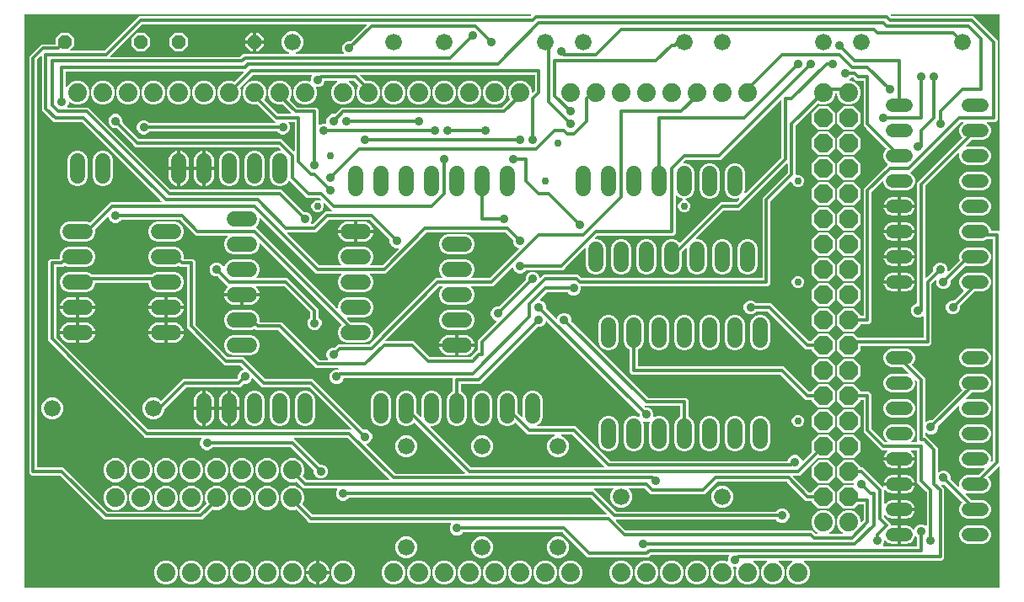
<source format=gbr>
G04 EAGLE Gerber RS-274X export*
G75*
%MOMM*%
%FSLAX34Y34*%
%LPD*%
%INTop Copper*%
%IPPOS*%
%AMOC8*
5,1,8,0,0,1.08239X$1,22.5*%
G01*
%ADD10C,1.879600*%
%ADD11P,2.034460X8X112.500000*%
%ADD12C,1.524000*%
%ADD13C,1.676400*%
%ADD14C,1.320800*%
%ADD15P,1.429621X8X22.500000*%
%ADD16C,0.304800*%
%ADD17C,0.914400*%
%ADD18C,0.756400*%

G36*
X989098Y10164D02*
X989098Y10164D01*
X989117Y10162D01*
X989219Y10184D01*
X989321Y10200D01*
X989338Y10210D01*
X989358Y10214D01*
X989447Y10267D01*
X989538Y10316D01*
X989552Y10330D01*
X989569Y10340D01*
X989636Y10419D01*
X989708Y10494D01*
X989716Y10512D01*
X989729Y10527D01*
X989768Y10623D01*
X989811Y10717D01*
X989813Y10737D01*
X989821Y10755D01*
X989839Y10922D01*
X989839Y131353D01*
X989828Y131424D01*
X989826Y131496D01*
X989808Y131545D01*
X989800Y131596D01*
X989766Y131659D01*
X989741Y131727D01*
X989709Y131767D01*
X989684Y131813D01*
X989633Y131863D01*
X989588Y131919D01*
X989544Y131947D01*
X989506Y131983D01*
X989441Y132013D01*
X989381Y132052D01*
X989330Y132064D01*
X989283Y132086D01*
X989212Y132094D01*
X989142Y132112D01*
X989090Y132108D01*
X989039Y132113D01*
X988968Y132098D01*
X988897Y132092D01*
X988849Y132072D01*
X988798Y132061D01*
X988737Y132024D01*
X988671Y131996D01*
X988615Y131951D01*
X988587Y131935D01*
X988572Y131917D01*
X988540Y131891D01*
X978381Y121732D01*
X978369Y121716D01*
X978354Y121704D01*
X978297Y121616D01*
X978237Y121533D01*
X978231Y121514D01*
X978221Y121497D01*
X978195Y121396D01*
X978165Y121298D01*
X978165Y121278D01*
X978161Y121258D01*
X978169Y121155D01*
X978171Y121052D01*
X978178Y121033D01*
X978180Y121013D01*
X978220Y120918D01*
X978256Y120821D01*
X978268Y120805D01*
X978276Y120787D01*
X978381Y120656D01*
X979557Y119480D01*
X980949Y116119D01*
X980949Y112481D01*
X979557Y109120D01*
X976984Y106547D01*
X973623Y105155D01*
X956777Y105155D01*
X956755Y105164D01*
X956660Y105187D01*
X956567Y105215D01*
X956541Y105214D01*
X956516Y105220D01*
X956419Y105211D01*
X956322Y105209D01*
X956297Y105200D01*
X956271Y105197D01*
X956182Y105158D01*
X956091Y105124D01*
X956070Y105108D01*
X956046Y105097D01*
X955975Y105032D01*
X955899Y104971D01*
X955884Y104949D01*
X955865Y104931D01*
X955818Y104846D01*
X955766Y104764D01*
X955759Y104738D01*
X955747Y104715D01*
X955729Y104619D01*
X955705Y104525D01*
X955707Y104499D01*
X955703Y104473D01*
X955717Y104377D01*
X955725Y104280D01*
X955735Y104256D01*
X955739Y104230D01*
X955783Y104143D01*
X955821Y104054D01*
X955841Y104028D01*
X955850Y104011D01*
X955874Y103988D01*
X955926Y103923D01*
X961581Y98268D01*
X961655Y98215D01*
X961724Y98155D01*
X961754Y98143D01*
X961780Y98124D01*
X961867Y98097D01*
X961952Y98063D01*
X961993Y98059D01*
X962015Y98052D01*
X962048Y98053D01*
X962119Y98045D01*
X973623Y98045D01*
X976984Y96653D01*
X979557Y94080D01*
X980949Y90719D01*
X980949Y87081D01*
X979557Y83720D01*
X976984Y81147D01*
X973623Y79755D01*
X956777Y79755D01*
X953416Y81147D01*
X950843Y83720D01*
X949451Y87081D01*
X949451Y90719D01*
X950843Y94080D01*
X952019Y95256D01*
X952031Y95272D01*
X952046Y95284D01*
X952102Y95372D01*
X952163Y95456D01*
X952169Y95475D01*
X952179Y95491D01*
X952205Y95592D01*
X952235Y95691D01*
X952235Y95711D01*
X952239Y95730D01*
X952231Y95833D01*
X952229Y95937D01*
X952222Y95955D01*
X952220Y95975D01*
X952180Y96070D01*
X952144Y96168D01*
X952132Y96183D01*
X952124Y96201D01*
X952019Y96332D01*
X935037Y113314D01*
X934963Y113367D01*
X934894Y113427D01*
X934864Y113439D01*
X934838Y113458D01*
X934751Y113485D01*
X934666Y113519D01*
X934625Y113523D01*
X934603Y113530D01*
X934570Y113529D01*
X934499Y113537D01*
X932274Y113537D01*
X932204Y113526D01*
X932134Y113524D01*
X932133Y113524D01*
X932132Y113524D01*
X932083Y113506D01*
X932031Y113498D01*
X931969Y113465D01*
X931902Y113440D01*
X931901Y113440D01*
X931901Y113439D01*
X931860Y113407D01*
X931814Y113382D01*
X931765Y113331D01*
X931710Y113287D01*
X931709Y113286D01*
X931681Y113242D01*
X931644Y113204D01*
X931615Y113140D01*
X931576Y113081D01*
X931576Y113079D01*
X931563Y113029D01*
X931541Y112981D01*
X931533Y112911D01*
X931516Y112842D01*
X931516Y112841D01*
X931515Y112840D01*
X931519Y112789D01*
X931514Y112737D01*
X931529Y112667D01*
X931534Y112597D01*
X931535Y112596D01*
X931535Y112595D01*
X931555Y112547D01*
X931566Y112496D01*
X931602Y112436D01*
X931630Y112370D01*
X931631Y112370D01*
X931631Y112369D01*
X931675Y112313D01*
X931692Y112285D01*
X931710Y112270D01*
X931736Y112238D01*
X934340Y109634D01*
X934340Y39591D01*
X931959Y37210D01*
X793912Y37210D01*
X793816Y37195D01*
X793719Y37185D01*
X793695Y37175D01*
X793669Y37171D01*
X793583Y37125D01*
X793494Y37085D01*
X793475Y37068D01*
X793452Y37055D01*
X793385Y36985D01*
X793313Y36919D01*
X793300Y36896D01*
X793282Y36877D01*
X793241Y36789D01*
X793194Y36703D01*
X793190Y36678D01*
X793179Y36654D01*
X793168Y36557D01*
X793151Y36461D01*
X793155Y36435D01*
X793152Y36410D01*
X793172Y36315D01*
X793187Y36218D01*
X793198Y36195D01*
X793204Y36169D01*
X793254Y36086D01*
X793298Y35999D01*
X793317Y35980D01*
X793330Y35958D01*
X793404Y35895D01*
X793474Y35827D01*
X793502Y35811D01*
X793517Y35798D01*
X793548Y35786D01*
X793621Y35746D01*
X794163Y35521D01*
X797521Y32163D01*
X799339Y27775D01*
X799339Y23025D01*
X797521Y18637D01*
X794163Y15279D01*
X789775Y13461D01*
X785025Y13461D01*
X780637Y15279D01*
X777279Y18637D01*
X775461Y23025D01*
X775461Y27775D01*
X777279Y32163D01*
X780637Y35521D01*
X781179Y35746D01*
X781262Y35797D01*
X781348Y35843D01*
X781366Y35862D01*
X781388Y35875D01*
X781451Y35950D01*
X781518Y36021D01*
X781529Y36045D01*
X781545Y36065D01*
X781580Y36156D01*
X781621Y36244D01*
X781624Y36270D01*
X781633Y36294D01*
X781638Y36392D01*
X781648Y36488D01*
X781643Y36514D01*
X781644Y36540D01*
X781617Y36634D01*
X781596Y36729D01*
X781583Y36751D01*
X781575Y36776D01*
X781520Y36856D01*
X781470Y36940D01*
X781450Y36957D01*
X781435Y36978D01*
X781357Y37036D01*
X781283Y37100D01*
X781259Y37110D01*
X781238Y37125D01*
X781145Y37155D01*
X781055Y37192D01*
X781022Y37195D01*
X781004Y37201D01*
X780971Y37201D01*
X780888Y37210D01*
X768512Y37210D01*
X768416Y37195D01*
X768319Y37185D01*
X768295Y37175D01*
X768269Y37171D01*
X768183Y37125D01*
X768094Y37085D01*
X768075Y37068D01*
X768052Y37055D01*
X767985Y36985D01*
X767913Y36919D01*
X767900Y36896D01*
X767882Y36877D01*
X767841Y36789D01*
X767794Y36703D01*
X767790Y36678D01*
X767779Y36654D01*
X767768Y36557D01*
X767751Y36461D01*
X767755Y36435D01*
X767752Y36410D01*
X767772Y36315D01*
X767787Y36218D01*
X767798Y36195D01*
X767804Y36169D01*
X767854Y36086D01*
X767898Y35999D01*
X767917Y35980D01*
X767930Y35958D01*
X768004Y35895D01*
X768074Y35827D01*
X768102Y35811D01*
X768117Y35798D01*
X768148Y35786D01*
X768221Y35746D01*
X768763Y35521D01*
X772121Y32163D01*
X773939Y27775D01*
X773939Y23025D01*
X772121Y18637D01*
X768763Y15279D01*
X764375Y13461D01*
X759625Y13461D01*
X755237Y15279D01*
X751879Y18637D01*
X750061Y23025D01*
X750061Y27775D01*
X751879Y32163D01*
X755237Y35521D01*
X755779Y35746D01*
X755862Y35797D01*
X755948Y35843D01*
X755966Y35862D01*
X755988Y35875D01*
X756051Y35950D01*
X756118Y36021D01*
X756129Y36045D01*
X756145Y36065D01*
X756180Y36156D01*
X756221Y36244D01*
X756224Y36270D01*
X756233Y36294D01*
X756238Y36392D01*
X756248Y36488D01*
X756243Y36514D01*
X756244Y36540D01*
X756217Y36634D01*
X756196Y36729D01*
X756183Y36751D01*
X756175Y36776D01*
X756120Y36856D01*
X756070Y36940D01*
X756050Y36957D01*
X756035Y36978D01*
X755957Y37036D01*
X755883Y37100D01*
X755859Y37110D01*
X755838Y37125D01*
X755745Y37155D01*
X755655Y37192D01*
X755622Y37195D01*
X755604Y37201D01*
X755571Y37201D01*
X755488Y37210D01*
X743112Y37210D01*
X743016Y37195D01*
X742919Y37185D01*
X742895Y37175D01*
X742869Y37171D01*
X742783Y37125D01*
X742694Y37085D01*
X742675Y37068D01*
X742652Y37055D01*
X742585Y36985D01*
X742513Y36919D01*
X742500Y36896D01*
X742482Y36877D01*
X742441Y36789D01*
X742394Y36703D01*
X742390Y36678D01*
X742379Y36654D01*
X742368Y36557D01*
X742351Y36461D01*
X742355Y36435D01*
X742352Y36410D01*
X742372Y36315D01*
X742387Y36218D01*
X742398Y36195D01*
X742404Y36169D01*
X742454Y36086D01*
X742498Y35999D01*
X742517Y35980D01*
X742530Y35958D01*
X742604Y35895D01*
X742674Y35827D01*
X742702Y35811D01*
X742717Y35798D01*
X742748Y35786D01*
X742821Y35746D01*
X743363Y35521D01*
X746721Y32163D01*
X748539Y27775D01*
X748539Y23025D01*
X746721Y18637D01*
X743363Y15279D01*
X738975Y13461D01*
X734225Y13461D01*
X729837Y15279D01*
X726479Y18637D01*
X724661Y23025D01*
X724661Y27775D01*
X725556Y29935D01*
X725566Y29979D01*
X725586Y30021D01*
X725594Y30098D01*
X725612Y30174D01*
X725608Y30220D01*
X725613Y30265D01*
X725596Y30342D01*
X725589Y30419D01*
X725570Y30461D01*
X725561Y30506D01*
X725521Y30573D01*
X725489Y30644D01*
X725458Y30678D01*
X725434Y30717D01*
X725375Y30768D01*
X725323Y30825D01*
X725282Y30847D01*
X725248Y30877D01*
X725175Y30906D01*
X725107Y30943D01*
X725062Y30952D01*
X725019Y30969D01*
X724883Y30984D01*
X724865Y30987D01*
X724860Y30986D01*
X724853Y30987D01*
X722947Y30987D01*
X722902Y30980D01*
X722856Y30982D01*
X722781Y30960D01*
X722705Y30948D01*
X722664Y30926D01*
X722620Y30913D01*
X722556Y30869D01*
X722487Y30832D01*
X722456Y30799D01*
X722418Y30773D01*
X722371Y30711D01*
X722318Y30654D01*
X722298Y30612D01*
X722271Y30576D01*
X722247Y30502D01*
X722214Y30431D01*
X722209Y30385D01*
X722195Y30342D01*
X722196Y30264D01*
X722187Y30187D01*
X722197Y30142D01*
X722197Y30096D01*
X722235Y29964D01*
X722239Y29946D01*
X722242Y29942D01*
X722244Y29935D01*
X723139Y27775D01*
X723139Y23025D01*
X721321Y18637D01*
X717963Y15279D01*
X713575Y13461D01*
X708825Y13461D01*
X704437Y15279D01*
X701079Y18637D01*
X699261Y23025D01*
X699261Y27775D01*
X701079Y32163D01*
X704437Y35521D01*
X708825Y37339D01*
X713575Y37339D01*
X715735Y36444D01*
X715779Y36434D01*
X715821Y36414D01*
X715898Y36406D01*
X715974Y36388D01*
X716020Y36392D01*
X716065Y36387D01*
X716142Y36404D01*
X716219Y36411D01*
X716261Y36430D01*
X716306Y36439D01*
X716373Y36479D01*
X716444Y36511D01*
X716478Y36542D01*
X716517Y36566D01*
X716568Y36625D01*
X716625Y36677D01*
X716647Y36718D01*
X716677Y36752D01*
X716706Y36825D01*
X716743Y36893D01*
X716752Y36938D01*
X716769Y36981D01*
X716784Y37117D01*
X716787Y37135D01*
X716786Y37140D01*
X716787Y37147D01*
X716787Y39515D01*
X717870Y42129D01*
X718002Y42261D01*
X718044Y42319D01*
X718093Y42371D01*
X718115Y42418D01*
X718145Y42460D01*
X718166Y42529D01*
X718197Y42594D01*
X718202Y42646D01*
X718218Y42696D01*
X718216Y42767D01*
X718224Y42838D01*
X718213Y42889D01*
X718211Y42941D01*
X718187Y43009D01*
X718172Y43079D01*
X718145Y43124D01*
X718127Y43172D01*
X718082Y43228D01*
X718045Y43290D01*
X718006Y43324D01*
X717973Y43364D01*
X717913Y43403D01*
X717858Y43450D01*
X717810Y43469D01*
X717766Y43497D01*
X717697Y43515D01*
X717630Y43542D01*
X717559Y43550D01*
X717528Y43558D01*
X717504Y43556D01*
X717464Y43560D01*
X640174Y43560D01*
X640084Y43546D01*
X639993Y43538D01*
X639963Y43526D01*
X639931Y43521D01*
X639851Y43478D01*
X639767Y43442D01*
X639735Y43416D01*
X639714Y43405D01*
X639692Y43382D01*
X639636Y43337D01*
X636684Y40385D01*
X576166Y40385D01*
X550989Y65562D01*
X550915Y65615D01*
X550846Y65675D01*
X550816Y65687D01*
X550790Y65706D01*
X550703Y65733D01*
X550618Y65767D01*
X550577Y65771D01*
X550555Y65778D01*
X550522Y65777D01*
X550451Y65785D01*
X450810Y65785D01*
X450719Y65771D01*
X450629Y65763D01*
X450599Y65751D01*
X450567Y65746D01*
X450486Y65703D01*
X450402Y65667D01*
X450370Y65641D01*
X450349Y65630D01*
X450327Y65607D01*
X450271Y65562D01*
X448529Y63820D01*
X445915Y62737D01*
X443085Y62737D01*
X440471Y63820D01*
X438470Y65821D01*
X437387Y68435D01*
X437387Y71265D01*
X438470Y73879D01*
X438602Y74011D01*
X438644Y74069D01*
X438693Y74121D01*
X438715Y74168D01*
X438745Y74210D01*
X438766Y74279D01*
X438797Y74344D01*
X438802Y74396D01*
X438818Y74446D01*
X438816Y74517D01*
X438824Y74588D01*
X438813Y74639D01*
X438811Y74691D01*
X438787Y74759D01*
X438772Y74829D01*
X438745Y74874D01*
X438727Y74922D01*
X438682Y74978D01*
X438645Y75040D01*
X438606Y75074D01*
X438573Y75114D01*
X438513Y75153D01*
X438458Y75200D01*
X438410Y75219D01*
X438366Y75247D01*
X438297Y75265D01*
X438230Y75292D01*
X438159Y75300D01*
X438128Y75308D01*
X438104Y75306D01*
X438064Y75310D01*
X296766Y75310D01*
X294162Y77914D01*
X283485Y88591D01*
X283390Y88660D01*
X283297Y88729D01*
X283291Y88731D01*
X283286Y88735D01*
X283174Y88769D01*
X283063Y88805D01*
X283057Y88805D01*
X283051Y88807D01*
X282934Y88804D01*
X282817Y88803D01*
X282810Y88801D01*
X282805Y88801D01*
X282787Y88794D01*
X282656Y88756D01*
X281775Y88391D01*
X277025Y88391D01*
X272637Y90209D01*
X269279Y93567D01*
X267461Y97955D01*
X267461Y102705D01*
X269279Y107093D01*
X272637Y110451D01*
X277025Y112269D01*
X281775Y112269D01*
X286163Y110451D01*
X289521Y107093D01*
X291339Y102705D01*
X291339Y97955D01*
X289858Y94380D01*
X289831Y94267D01*
X289803Y94153D01*
X289803Y94147D01*
X289802Y94141D01*
X289813Y94024D01*
X289822Y93908D01*
X289824Y93902D01*
X289825Y93896D01*
X289873Y93788D01*
X289918Y93681D01*
X289923Y93676D01*
X289925Y93671D01*
X289937Y93657D01*
X290023Y93551D01*
X299911Y83663D01*
X299985Y83610D01*
X300054Y83550D01*
X300084Y83538D01*
X300110Y83519D01*
X300197Y83492D01*
X300282Y83458D01*
X300323Y83454D01*
X300346Y83447D01*
X300378Y83448D01*
X300449Y83440D01*
X594774Y83440D01*
X594845Y83451D01*
X594917Y83453D01*
X594965Y83471D01*
X595017Y83479D01*
X595080Y83513D01*
X595148Y83538D01*
X595188Y83570D01*
X595234Y83595D01*
X595284Y83647D01*
X595340Y83691D01*
X595368Y83735D01*
X595404Y83773D01*
X595434Y83838D01*
X595473Y83898D01*
X595485Y83949D01*
X595507Y83996D01*
X595515Y84067D01*
X595533Y84137D01*
X595529Y84189D01*
X595534Y84240D01*
X595519Y84311D01*
X595513Y84382D01*
X595493Y84430D01*
X595482Y84481D01*
X595445Y84542D01*
X595417Y84608D01*
X595372Y84664D01*
X595356Y84692D01*
X595338Y84707D01*
X595312Y84739D01*
X579564Y100487D01*
X579490Y100540D01*
X579421Y100600D01*
X579391Y100612D01*
X579365Y100631D01*
X579278Y100658D01*
X579193Y100692D01*
X579152Y100696D01*
X579129Y100703D01*
X579097Y100702D01*
X579026Y100710D01*
X336510Y100710D01*
X336419Y100696D01*
X336329Y100688D01*
X336299Y100676D01*
X336267Y100671D01*
X336186Y100628D01*
X336102Y100592D01*
X336070Y100566D01*
X336049Y100555D01*
X336027Y100532D01*
X335971Y100487D01*
X334229Y98745D01*
X331615Y97662D01*
X328785Y97662D01*
X326171Y98745D01*
X324170Y100746D01*
X323087Y103360D01*
X323087Y106190D01*
X324170Y108804D01*
X324302Y108936D01*
X324344Y108994D01*
X324393Y109046D01*
X324415Y109093D01*
X324445Y109135D01*
X324466Y109204D01*
X324497Y109269D01*
X324502Y109321D01*
X324518Y109371D01*
X324516Y109442D01*
X324524Y109513D01*
X324513Y109564D01*
X324511Y109616D01*
X324487Y109684D01*
X324472Y109754D01*
X324445Y109799D01*
X324427Y109847D01*
X324382Y109903D01*
X324345Y109965D01*
X324306Y109999D01*
X324273Y110039D01*
X324213Y110078D01*
X324158Y110125D01*
X324110Y110144D01*
X324066Y110172D01*
X323997Y110190D01*
X323930Y110217D01*
X323859Y110225D01*
X323828Y110233D01*
X323804Y110231D01*
X323764Y110235D01*
X290416Y110235D01*
X287812Y112839D01*
X283934Y116717D01*
X283839Y116786D01*
X283746Y116855D01*
X283740Y116857D01*
X283735Y116861D01*
X283623Y116895D01*
X283512Y116931D01*
X283506Y116931D01*
X283500Y116933D01*
X283383Y116930D01*
X283266Y116929D01*
X283259Y116927D01*
X283254Y116927D01*
X283236Y116920D01*
X283105Y116882D01*
X281775Y116331D01*
X277025Y116331D01*
X272637Y118149D01*
X269279Y121507D01*
X267461Y125895D01*
X267461Y130645D01*
X269279Y135033D01*
X272637Y138391D01*
X277025Y140209D01*
X281775Y140209D01*
X286163Y138391D01*
X289521Y135033D01*
X291339Y130645D01*
X291339Y125895D01*
X290044Y122769D01*
X290017Y122656D01*
X289989Y122542D01*
X289989Y122536D01*
X289988Y122530D01*
X289999Y122413D01*
X290008Y122297D01*
X290010Y122291D01*
X290011Y122285D01*
X290058Y122178D01*
X290104Y122070D01*
X290109Y122065D01*
X290111Y122060D01*
X290123Y122046D01*
X290209Y121940D01*
X293561Y118588D01*
X293635Y118535D01*
X293704Y118475D01*
X293734Y118463D01*
X293760Y118444D01*
X293848Y118417D01*
X293932Y118383D01*
X293973Y118379D01*
X293996Y118372D01*
X294028Y118373D01*
X294099Y118365D01*
X375699Y118365D01*
X375770Y118376D01*
X375842Y118378D01*
X375890Y118396D01*
X375942Y118404D01*
X376005Y118438D01*
X376073Y118463D01*
X376113Y118495D01*
X376159Y118520D01*
X376209Y118572D01*
X376265Y118616D01*
X376293Y118660D01*
X376329Y118698D01*
X376359Y118763D01*
X376398Y118823D01*
X376410Y118874D01*
X376432Y118921D01*
X376440Y118992D01*
X376458Y119062D01*
X376454Y119114D01*
X376459Y119165D01*
X376444Y119236D01*
X376438Y119307D01*
X376418Y119355D01*
X376407Y119406D01*
X376370Y119467D01*
X376342Y119533D01*
X376297Y119589D01*
X376281Y119617D01*
X376263Y119632D01*
X376237Y119664D01*
X335089Y160812D01*
X335015Y160865D01*
X334946Y160925D01*
X334916Y160937D01*
X334890Y160956D01*
X334803Y160983D01*
X334718Y161017D01*
X334677Y161021D01*
X334654Y161028D01*
X334622Y161027D01*
X334551Y161035D01*
X281526Y161035D01*
X281455Y161024D01*
X281383Y161022D01*
X281335Y161004D01*
X281283Y160996D01*
X281220Y160962D01*
X281152Y160937D01*
X281112Y160905D01*
X281066Y160880D01*
X281016Y160828D01*
X280960Y160784D01*
X280932Y160740D01*
X280896Y160702D01*
X280866Y160637D01*
X280827Y160577D01*
X280815Y160526D01*
X280793Y160479D01*
X280785Y160408D01*
X280767Y160338D01*
X280771Y160286D01*
X280766Y160235D01*
X280781Y160164D01*
X280787Y160093D01*
X280807Y160045D01*
X280818Y159994D01*
X280855Y159933D01*
X280883Y159867D01*
X280928Y159811D01*
X280944Y159783D01*
X280962Y159768D01*
X280988Y159736D01*
X283688Y157036D01*
X306388Y134336D01*
X306462Y134283D01*
X306531Y134223D01*
X306561Y134211D01*
X306587Y134192D01*
X306674Y134165D01*
X306759Y134131D01*
X306800Y134127D01*
X306823Y134120D01*
X306855Y134121D01*
X306926Y134113D01*
X309390Y134113D01*
X312004Y133030D01*
X314005Y131029D01*
X315088Y128415D01*
X315088Y125585D01*
X314005Y122971D01*
X312004Y120970D01*
X309390Y119887D01*
X306560Y119887D01*
X303946Y120970D01*
X301945Y122971D01*
X300862Y125585D01*
X300862Y128049D01*
X300848Y128139D01*
X300840Y128230D01*
X300828Y128260D01*
X300823Y128292D01*
X300780Y128372D01*
X300744Y128456D01*
X300718Y128488D01*
X300707Y128509D01*
X300684Y128531D01*
X300639Y128587D01*
X277939Y151287D01*
X277865Y151340D01*
X277796Y151400D01*
X277766Y151412D01*
X277740Y151431D01*
X277653Y151458D01*
X277568Y151492D01*
X277527Y151496D01*
X277504Y151503D01*
X277472Y151502D01*
X277401Y151510D01*
X199985Y151510D01*
X199894Y151496D01*
X199804Y151488D01*
X199774Y151476D01*
X199742Y151471D01*
X199661Y151428D01*
X199577Y151392D01*
X199545Y151366D01*
X199524Y151355D01*
X199502Y151332D01*
X199446Y151287D01*
X197704Y149545D01*
X195090Y148462D01*
X192260Y148462D01*
X189646Y149545D01*
X187645Y151546D01*
X186562Y154160D01*
X186562Y156990D01*
X187645Y159604D01*
X187777Y159736D01*
X187819Y159794D01*
X187868Y159846D01*
X187890Y159893D01*
X187920Y159935D01*
X187941Y160004D01*
X187972Y160069D01*
X187977Y160121D01*
X187993Y160171D01*
X187991Y160242D01*
X187999Y160313D01*
X187988Y160364D01*
X187986Y160416D01*
X187962Y160484D01*
X187947Y160554D01*
X187920Y160599D01*
X187902Y160647D01*
X187857Y160703D01*
X187820Y160765D01*
X187781Y160799D01*
X187748Y160839D01*
X187688Y160878D01*
X187633Y160925D01*
X187585Y160944D01*
X187541Y160972D01*
X187472Y160990D01*
X187405Y161017D01*
X187334Y161025D01*
X187303Y161033D01*
X187279Y161031D01*
X187239Y161035D01*
X131666Y161035D01*
X34035Y258666D01*
X34035Y338234D01*
X36416Y340615D01*
X44958Y340615D01*
X44978Y340618D01*
X44997Y340616D01*
X45099Y340638D01*
X45201Y340654D01*
X45218Y340664D01*
X45238Y340668D01*
X45327Y340721D01*
X45418Y340770D01*
X45432Y340784D01*
X45449Y340794D01*
X45516Y340873D01*
X45588Y340948D01*
X45596Y340966D01*
X45609Y340981D01*
X45648Y341077D01*
X45691Y341171D01*
X45693Y341191D01*
X45701Y341209D01*
X45719Y341376D01*
X45719Y344921D01*
X47266Y348656D01*
X50124Y351514D01*
X53859Y353061D01*
X73141Y353061D01*
X76876Y351514D01*
X79734Y348656D01*
X81281Y344921D01*
X81281Y340879D01*
X79734Y337144D01*
X76876Y334286D01*
X73141Y332739D01*
X53859Y332739D01*
X51291Y333803D01*
X51177Y333830D01*
X51064Y333858D01*
X51058Y333858D01*
X51051Y333859D01*
X50935Y333848D01*
X50819Y333839D01*
X50813Y333837D01*
X50807Y333836D01*
X50699Y333788D01*
X50592Y333743D01*
X50586Y333738D01*
X50582Y333736D01*
X50568Y333724D01*
X50461Y333638D01*
X49309Y332485D01*
X42926Y332485D01*
X42906Y332482D01*
X42887Y332484D01*
X42785Y332462D01*
X42683Y332446D01*
X42666Y332436D01*
X42646Y332432D01*
X42557Y332379D01*
X42466Y332330D01*
X42452Y332316D01*
X42435Y332306D01*
X42368Y332227D01*
X42296Y332152D01*
X42288Y332134D01*
X42275Y332119D01*
X42236Y332023D01*
X42193Y331929D01*
X42191Y331909D01*
X42183Y331891D01*
X42165Y331724D01*
X42165Y262349D01*
X42179Y262259D01*
X42187Y262168D01*
X42199Y262138D01*
X42204Y262106D01*
X42247Y262026D01*
X42283Y261942D01*
X42309Y261910D01*
X42320Y261889D01*
X42343Y261867D01*
X42388Y261811D01*
X134811Y169388D01*
X134885Y169335D01*
X134954Y169275D01*
X134984Y169263D01*
X135010Y169244D01*
X135097Y169217D01*
X135182Y169183D01*
X135223Y169179D01*
X135246Y169172D01*
X135278Y169173D01*
X135349Y169165D01*
X337599Y169165D01*
X337670Y169176D01*
X337742Y169178D01*
X337790Y169196D01*
X337842Y169204D01*
X337905Y169238D01*
X337973Y169263D01*
X338013Y169295D01*
X338059Y169320D01*
X338109Y169372D01*
X338165Y169416D01*
X338193Y169460D01*
X338229Y169498D01*
X338259Y169563D01*
X338298Y169623D01*
X338310Y169674D01*
X338332Y169721D01*
X338340Y169792D01*
X338358Y169862D01*
X338354Y169914D01*
X338359Y169965D01*
X338344Y170036D01*
X338338Y170107D01*
X338318Y170155D01*
X338307Y170206D01*
X338270Y170267D01*
X338242Y170333D01*
X338197Y170389D01*
X338181Y170417D01*
X338163Y170432D01*
X338137Y170464D01*
X296989Y211612D01*
X296915Y211665D01*
X296846Y211725D01*
X296816Y211737D01*
X296790Y211756D01*
X296703Y211783D01*
X296618Y211817D01*
X296577Y211821D01*
X296554Y211828D01*
X296522Y211827D01*
X296451Y211835D01*
X249141Y211835D01*
X240061Y220916D01*
X240023Y220943D01*
X239992Y220977D01*
X239924Y221014D01*
X239861Y221060D01*
X239817Y221073D01*
X239777Y221095D01*
X239700Y221109D01*
X239626Y221132D01*
X239580Y221131D01*
X239535Y221139D01*
X239458Y221128D01*
X239380Y221126D01*
X239337Y221110D01*
X239291Y221103D01*
X239222Y221068D01*
X239149Y221041D01*
X239113Y221012D01*
X239072Y220992D01*
X239018Y220936D01*
X238957Y220887D01*
X238932Y220849D01*
X238900Y220816D01*
X238834Y220696D01*
X238824Y220681D01*
X238823Y220676D01*
X238819Y220669D01*
X237805Y218221D01*
X235804Y216220D01*
X233190Y215137D01*
X230726Y215137D01*
X230636Y215123D01*
X230545Y215115D01*
X230515Y215103D01*
X230483Y215098D01*
X230403Y215055D01*
X230319Y215019D01*
X230286Y214993D01*
X230266Y214982D01*
X230244Y214959D01*
X230188Y214914D01*
X229713Y214439D01*
X227109Y211835D01*
X173449Y211835D01*
X173359Y211821D01*
X173268Y211813D01*
X173238Y211801D01*
X173206Y211796D01*
X173126Y211753D01*
X173042Y211717D01*
X173010Y211691D01*
X172989Y211680D01*
X172967Y211657D01*
X172911Y211612D01*
X150846Y189547D01*
X150793Y189473D01*
X150733Y189404D01*
X150721Y189374D01*
X150702Y189348D01*
X150675Y189261D01*
X150641Y189176D01*
X150637Y189135D01*
X150630Y189113D01*
X150631Y189080D01*
X150623Y189009D01*
X150623Y188327D01*
X148960Y184313D01*
X145887Y181240D01*
X141873Y179577D01*
X137527Y179577D01*
X133513Y181240D01*
X130440Y184313D01*
X128777Y188327D01*
X128777Y192673D01*
X130440Y196687D01*
X133513Y199760D01*
X137527Y201423D01*
X141873Y201423D01*
X145887Y199760D01*
X147186Y198461D01*
X147202Y198449D01*
X147215Y198434D01*
X147302Y198378D01*
X147386Y198317D01*
X147405Y198312D01*
X147422Y198301D01*
X147522Y198276D01*
X147621Y198245D01*
X147641Y198246D01*
X147660Y198241D01*
X147763Y198249D01*
X147867Y198251D01*
X147886Y198258D01*
X147905Y198260D01*
X148000Y198300D01*
X148098Y198336D01*
X148113Y198348D01*
X148132Y198356D01*
X148263Y198461D01*
X169766Y219965D01*
X223426Y219965D01*
X223516Y219979D01*
X223607Y219987D01*
X223637Y219999D01*
X223669Y220004D01*
X223749Y220047D01*
X223833Y220083D01*
X223866Y220109D01*
X223886Y220120D01*
X223908Y220143D01*
X223964Y220188D01*
X224439Y220663D01*
X224493Y220737D01*
X224552Y220806D01*
X224564Y220836D01*
X224583Y220862D01*
X224610Y220949D01*
X224644Y221034D01*
X224648Y221075D01*
X224655Y221097D01*
X224654Y221130D01*
X224662Y221201D01*
X224662Y223665D01*
X225745Y226279D01*
X227746Y228280D01*
X230194Y229294D01*
X230233Y229318D01*
X230276Y229334D01*
X230337Y229382D01*
X230403Y229424D01*
X230433Y229459D01*
X230468Y229488D01*
X230510Y229553D01*
X230560Y229613D01*
X230576Y229656D01*
X230601Y229694D01*
X230620Y229770D01*
X230648Y229843D01*
X230650Y229888D01*
X230661Y229933D01*
X230655Y230011D01*
X230659Y230088D01*
X230646Y230133D01*
X230642Y230178D01*
X230612Y230250D01*
X230590Y230325D01*
X230564Y230362D01*
X230546Y230405D01*
X230461Y230511D01*
X230450Y230527D01*
X230446Y230530D01*
X230441Y230536D01*
X227139Y233837D01*
X227065Y233890D01*
X226996Y233950D01*
X226966Y233962D01*
X226940Y233981D01*
X226852Y234008D01*
X226768Y234042D01*
X226727Y234046D01*
X226704Y234053D01*
X226672Y234052D01*
X226601Y234060D01*
X211041Y234060D01*
X173735Y271366D01*
X173735Y331724D01*
X173732Y331744D01*
X173734Y331763D01*
X173712Y331865D01*
X173696Y331967D01*
X173686Y331984D01*
X173682Y332004D01*
X173629Y332093D01*
X173580Y332184D01*
X173566Y332198D01*
X173556Y332215D01*
X173477Y332282D01*
X173402Y332354D01*
X173384Y332362D01*
X173369Y332375D01*
X173273Y332414D01*
X173179Y332457D01*
X173159Y332459D01*
X173141Y332467D01*
X172974Y332485D01*
X166591Y332485D01*
X165439Y333638D01*
X165344Y333706D01*
X165250Y333776D01*
X165244Y333778D01*
X165239Y333781D01*
X165128Y333816D01*
X165016Y333852D01*
X165010Y333852D01*
X165004Y333854D01*
X164887Y333851D01*
X164770Y333850D01*
X164763Y333848D01*
X164758Y333847D01*
X164741Y333841D01*
X164609Y333803D01*
X162041Y332739D01*
X142759Y332739D01*
X139024Y334286D01*
X136166Y337144D01*
X134619Y340879D01*
X134619Y344921D01*
X136166Y348656D01*
X139024Y351514D01*
X142759Y353061D01*
X162041Y353061D01*
X165776Y351514D01*
X168634Y348656D01*
X170181Y344921D01*
X170181Y341376D01*
X170184Y341356D01*
X170182Y341337D01*
X170204Y341235D01*
X170220Y341133D01*
X170230Y341116D01*
X170234Y341096D01*
X170287Y341007D01*
X170336Y340916D01*
X170350Y340902D01*
X170360Y340885D01*
X170439Y340818D01*
X170514Y340746D01*
X170532Y340738D01*
X170547Y340725D01*
X170643Y340686D01*
X170737Y340643D01*
X170757Y340641D01*
X170775Y340633D01*
X170942Y340615D01*
X179484Y340615D01*
X181865Y338234D01*
X181865Y275049D01*
X181866Y275040D01*
X181866Y275036D01*
X181870Y275017D01*
X181879Y274959D01*
X181887Y274868D01*
X181899Y274838D01*
X181904Y274806D01*
X181947Y274726D01*
X181983Y274642D01*
X182009Y274610D01*
X182020Y274589D01*
X182043Y274567D01*
X182088Y274511D01*
X214186Y242413D01*
X214260Y242360D01*
X214329Y242300D01*
X214359Y242288D01*
X214385Y242269D01*
X214472Y242242D01*
X214557Y242208D01*
X214598Y242204D01*
X214621Y242197D01*
X214653Y242198D01*
X214724Y242190D01*
X230284Y242190D01*
X252286Y220188D01*
X252360Y220135D01*
X252429Y220075D01*
X252459Y220063D01*
X252485Y220044D01*
X252572Y220017D01*
X252657Y219983D01*
X252698Y219979D01*
X252721Y219972D01*
X252753Y219973D01*
X252824Y219965D01*
X300134Y219965D01*
X302738Y217361D01*
X350838Y169261D01*
X350912Y169208D01*
X350981Y169148D01*
X351011Y169136D01*
X351037Y169117D01*
X351124Y169090D01*
X351209Y169056D01*
X351250Y169052D01*
X351272Y169045D01*
X351305Y169046D01*
X351376Y169038D01*
X353840Y169038D01*
X356454Y167955D01*
X358455Y165954D01*
X359538Y163340D01*
X359538Y160510D01*
X358455Y157896D01*
X356454Y155895D01*
X354006Y154881D01*
X353967Y154857D01*
X353924Y154841D01*
X353863Y154793D01*
X353797Y154751D01*
X353767Y154716D01*
X353732Y154687D01*
X353690Y154622D01*
X353640Y154562D01*
X353624Y154519D01*
X353599Y154481D01*
X353580Y154405D01*
X353552Y154332D01*
X353550Y154287D01*
X353539Y154242D01*
X353545Y154164D01*
X353541Y154087D01*
X353554Y154042D01*
X353558Y153997D01*
X353588Y153925D01*
X353610Y153850D01*
X353636Y153813D01*
X353654Y153770D01*
X353739Y153664D01*
X353750Y153648D01*
X353754Y153645D01*
X353759Y153639D01*
X382461Y124938D01*
X382535Y124885D01*
X382604Y124825D01*
X382634Y124813D01*
X382660Y124794D01*
X382747Y124767D01*
X382832Y124733D01*
X382873Y124729D01*
X382896Y124722D01*
X382928Y124723D01*
X382999Y124715D01*
X451899Y124715D01*
X451970Y124726D01*
X452042Y124728D01*
X452090Y124746D01*
X452142Y124754D01*
X452205Y124788D01*
X452273Y124813D01*
X452313Y124845D01*
X452359Y124870D01*
X452409Y124922D01*
X452465Y124966D01*
X452493Y125010D01*
X452529Y125048D01*
X452559Y125113D01*
X452598Y125173D01*
X452610Y125224D01*
X452632Y125271D01*
X452640Y125342D01*
X452658Y125412D01*
X452654Y125464D01*
X452659Y125515D01*
X452644Y125586D01*
X452638Y125657D01*
X452618Y125705D01*
X452607Y125756D01*
X452570Y125817D01*
X452542Y125883D01*
X452497Y125939D01*
X452481Y125967D01*
X452463Y125982D01*
X452437Y126014D01*
X402359Y176093D01*
X402343Y176104D01*
X402330Y176120D01*
X402243Y176176D01*
X402159Y176236D01*
X402140Y176242D01*
X402123Y176253D01*
X402023Y176278D01*
X401924Y176309D01*
X401904Y176308D01*
X401885Y176313D01*
X401782Y176305D01*
X401678Y176302D01*
X401659Y176295D01*
X401640Y176294D01*
X401544Y176253D01*
X401447Y176218D01*
X401432Y176205D01*
X401413Y176198D01*
X401282Y176093D01*
X399456Y174266D01*
X395721Y172719D01*
X391679Y172719D01*
X387944Y174266D01*
X385086Y177124D01*
X383539Y180859D01*
X383539Y200141D01*
X385086Y203876D01*
X387944Y206734D01*
X391679Y208281D01*
X395721Y208281D01*
X399456Y206734D01*
X402314Y203876D01*
X403861Y200141D01*
X403861Y186403D01*
X403875Y186313D01*
X403883Y186222D01*
X403895Y186192D01*
X403900Y186160D01*
X403943Y186080D01*
X403979Y185996D01*
X404005Y185963D01*
X404016Y185943D01*
X404039Y185921D01*
X404084Y185865D01*
X407640Y182309D01*
X407698Y182267D01*
X407750Y182217D01*
X407797Y182195D01*
X407839Y182165D01*
X407908Y182144D01*
X407973Y182114D01*
X408025Y182108D01*
X408075Y182093D01*
X408146Y182095D01*
X408217Y182087D01*
X408268Y182098D01*
X408320Y182099D01*
X408388Y182124D01*
X408458Y182139D01*
X408503Y182166D01*
X408551Y182184D01*
X408607Y182228D01*
X408669Y182265D01*
X408703Y182305D01*
X408743Y182337D01*
X408782Y182398D01*
X408829Y182452D01*
X408848Y182500D01*
X408876Y182544D01*
X408894Y182614D01*
X408921Y182680D01*
X408929Y182752D01*
X408937Y182783D01*
X408935Y182806D01*
X408939Y182847D01*
X408939Y200141D01*
X410486Y203876D01*
X413344Y206734D01*
X417079Y208281D01*
X421121Y208281D01*
X424856Y206734D01*
X427714Y203876D01*
X429261Y200141D01*
X429261Y180859D01*
X427714Y177124D01*
X424856Y174266D01*
X421121Y172719D01*
X419067Y172719D01*
X418996Y172708D01*
X418924Y172706D01*
X418876Y172688D01*
X418824Y172680D01*
X418761Y172646D01*
X418693Y172621D01*
X418653Y172589D01*
X418607Y172564D01*
X418557Y172512D01*
X418501Y172468D01*
X418473Y172424D01*
X418437Y172386D01*
X418407Y172321D01*
X418368Y172261D01*
X418356Y172210D01*
X418334Y172163D01*
X418326Y172092D01*
X418308Y172022D01*
X418312Y171970D01*
X418307Y171919D01*
X418322Y171848D01*
X418328Y171777D01*
X418348Y171729D01*
X418359Y171678D01*
X418396Y171617D01*
X418424Y171551D01*
X418469Y171495D01*
X418485Y171467D01*
X418503Y171452D01*
X418529Y171420D01*
X458661Y131288D01*
X458735Y131235D01*
X458804Y131175D01*
X458834Y131163D01*
X458860Y131144D01*
X458947Y131117D01*
X459032Y131083D01*
X459073Y131079D01*
X459096Y131072D01*
X459128Y131073D01*
X459199Y131065D01*
X591599Y131065D01*
X591670Y131076D01*
X591742Y131078D01*
X591791Y131096D01*
X591842Y131104D01*
X591905Y131138D01*
X591973Y131163D01*
X592013Y131195D01*
X592059Y131220D01*
X592109Y131271D01*
X592165Y131316D01*
X592193Y131360D01*
X592229Y131398D01*
X592259Y131463D01*
X592298Y131523D01*
X592310Y131574D01*
X592332Y131621D01*
X592340Y131692D01*
X592358Y131762D01*
X592354Y131814D01*
X592359Y131865D01*
X592344Y131936D01*
X592338Y132007D01*
X592318Y132055D01*
X592307Y132106D01*
X592270Y132167D01*
X592242Y132233D01*
X592197Y132289D01*
X592181Y132317D01*
X592163Y132332D01*
X592137Y132364D01*
X560514Y163987D01*
X560440Y164040D01*
X560371Y164100D01*
X560341Y164112D01*
X560315Y164131D01*
X560228Y164158D01*
X560143Y164192D01*
X560102Y164196D01*
X560080Y164203D01*
X560047Y164202D01*
X559976Y164210D01*
X549957Y164210D01*
X549861Y164195D01*
X549764Y164185D01*
X549740Y164175D01*
X549714Y164171D01*
X549628Y164125D01*
X549539Y164085D01*
X549520Y164068D01*
X549497Y164055D01*
X549430Y163985D01*
X549358Y163919D01*
X549346Y163896D01*
X549328Y163877D01*
X549287Y163789D01*
X549240Y163703D01*
X549235Y163678D01*
X549224Y163654D01*
X549213Y163557D01*
X549196Y163461D01*
X549200Y163435D01*
X549197Y163410D01*
X549217Y163314D01*
X549232Y163218D01*
X549243Y163195D01*
X549249Y163169D01*
X549299Y163086D01*
X549343Y162999D01*
X549362Y162980D01*
X549375Y162958D01*
X549449Y162895D01*
X549519Y162827D01*
X549547Y162811D01*
X549562Y162798D01*
X549593Y162786D01*
X549666Y162746D01*
X552287Y161660D01*
X555360Y158587D01*
X557023Y154573D01*
X557023Y150227D01*
X555360Y146213D01*
X552287Y143140D01*
X548273Y141477D01*
X543927Y141477D01*
X539913Y143140D01*
X536840Y146213D01*
X535177Y150227D01*
X535177Y154573D01*
X536840Y158587D01*
X539913Y161660D01*
X542534Y162746D01*
X542617Y162797D01*
X542703Y162843D01*
X542721Y162862D01*
X542743Y162875D01*
X542805Y162950D01*
X542872Y163021D01*
X542883Y163045D01*
X542900Y163065D01*
X542935Y163156D01*
X542976Y163244D01*
X542979Y163270D01*
X542988Y163294D01*
X542992Y163392D01*
X543003Y163488D01*
X542998Y163514D01*
X542999Y163540D01*
X542972Y163634D01*
X542951Y163729D01*
X542938Y163751D01*
X542930Y163776D01*
X542875Y163856D01*
X542825Y163940D01*
X542805Y163957D01*
X542790Y163978D01*
X542712Y164037D01*
X542638Y164100D01*
X542614Y164110D01*
X542593Y164125D01*
X542500Y164155D01*
X542410Y164192D01*
X542377Y164195D01*
X542359Y164201D01*
X542326Y164201D01*
X542243Y164210D01*
X515841Y164210D01*
X503959Y176093D01*
X503943Y176104D01*
X503930Y176120D01*
X503843Y176176D01*
X503759Y176236D01*
X503740Y176242D01*
X503723Y176253D01*
X503623Y176278D01*
X503524Y176309D01*
X503504Y176308D01*
X503485Y176313D01*
X503382Y176305D01*
X503278Y176302D01*
X503259Y176295D01*
X503240Y176294D01*
X503145Y176254D01*
X503047Y176218D01*
X503031Y176205D01*
X503013Y176198D01*
X502882Y176093D01*
X501056Y174266D01*
X497321Y172719D01*
X493279Y172719D01*
X489544Y174266D01*
X486686Y177124D01*
X485139Y180859D01*
X485139Y200141D01*
X486686Y203876D01*
X489544Y206734D01*
X493279Y208281D01*
X497321Y208281D01*
X501056Y206734D01*
X503914Y203876D01*
X505461Y200141D01*
X505461Y186403D01*
X505475Y186313D01*
X505483Y186222D01*
X505495Y186192D01*
X505500Y186160D01*
X505543Y186080D01*
X505579Y185996D01*
X505605Y185963D01*
X505616Y185943D01*
X505639Y185921D01*
X505684Y185865D01*
X509240Y182309D01*
X509298Y182267D01*
X509350Y182217D01*
X509397Y182195D01*
X509439Y182165D01*
X509508Y182144D01*
X509573Y182114D01*
X509625Y182108D01*
X509675Y182093D01*
X509746Y182095D01*
X509817Y182087D01*
X509868Y182098D01*
X509920Y182099D01*
X509988Y182124D01*
X510058Y182139D01*
X510103Y182166D01*
X510151Y182184D01*
X510207Y182228D01*
X510269Y182265D01*
X510303Y182305D01*
X510343Y182337D01*
X510382Y182398D01*
X510429Y182452D01*
X510448Y182500D01*
X510476Y182544D01*
X510494Y182614D01*
X510521Y182680D01*
X510529Y182752D01*
X510537Y182783D01*
X510535Y182806D01*
X510539Y182847D01*
X510539Y200141D01*
X512086Y203876D01*
X514944Y206734D01*
X518679Y208281D01*
X522721Y208281D01*
X526456Y206734D01*
X529314Y203876D01*
X530861Y200141D01*
X530861Y180859D01*
X529314Y177124D01*
X526456Y174266D01*
X525341Y173804D01*
X525257Y173753D01*
X525172Y173707D01*
X525154Y173689D01*
X525131Y173675D01*
X525069Y173599D01*
X525002Y173529D01*
X524991Y173505D01*
X524975Y173485D01*
X524940Y173394D01*
X524899Y173306D01*
X524896Y173280D01*
X524886Y173256D01*
X524882Y173158D01*
X524872Y173062D01*
X524877Y173036D01*
X524876Y173010D01*
X524903Y172916D01*
X524924Y172821D01*
X524937Y172799D01*
X524945Y172774D01*
X525000Y172694D01*
X525050Y172610D01*
X525070Y172593D01*
X525085Y172572D01*
X525163Y172513D01*
X525237Y172450D01*
X525261Y172440D01*
X525282Y172425D01*
X525375Y172395D01*
X525465Y172358D01*
X525498Y172355D01*
X525516Y172349D01*
X525549Y172349D01*
X525632Y172340D01*
X563659Y172340D01*
X566263Y169736D01*
X598361Y137638D01*
X598435Y137585D01*
X598504Y137525D01*
X598534Y137513D01*
X598560Y137494D01*
X598647Y137467D01*
X598732Y137433D01*
X598773Y137429D01*
X598795Y137422D01*
X598828Y137423D01*
X598899Y137415D01*
X776386Y137415D01*
X776501Y137434D01*
X776617Y137451D01*
X776623Y137453D01*
X776629Y137454D01*
X776732Y137509D01*
X776836Y137562D01*
X776841Y137567D01*
X776846Y137570D01*
X776926Y137654D01*
X777009Y137738D01*
X777012Y137744D01*
X777016Y137748D01*
X777023Y137765D01*
X777089Y137885D01*
X778195Y140554D01*
X780196Y142555D01*
X782810Y143638D01*
X785640Y143638D01*
X788254Y142555D01*
X790255Y140554D01*
X791269Y138106D01*
X791293Y138067D01*
X791309Y138024D01*
X791357Y137963D01*
X791399Y137897D01*
X791434Y137867D01*
X791463Y137832D01*
X791528Y137790D01*
X791588Y137740D01*
X791631Y137724D01*
X791669Y137699D01*
X791745Y137680D01*
X791818Y137652D01*
X791863Y137650D01*
X791908Y137639D01*
X791986Y137645D01*
X792063Y137641D01*
X792108Y137654D01*
X792153Y137658D01*
X792225Y137688D01*
X792300Y137710D01*
X792337Y137736D01*
X792380Y137754D01*
X792486Y137839D01*
X792502Y137850D01*
X792505Y137854D01*
X792511Y137859D01*
X800946Y146294D01*
X800957Y146310D01*
X800973Y146323D01*
X801029Y146410D01*
X801089Y146494D01*
X801095Y146513D01*
X801106Y146530D01*
X801131Y146629D01*
X801161Y146729D01*
X801161Y146749D01*
X801166Y146768D01*
X801158Y146871D01*
X801155Y146975D01*
X801148Y146993D01*
X801147Y147013D01*
X801106Y147109D01*
X801071Y147206D01*
X801058Y147221D01*
X801050Y147240D01*
X800946Y147371D01*
X800861Y147455D01*
X800861Y157345D01*
X807855Y164339D01*
X817745Y164339D01*
X824739Y157345D01*
X824739Y147455D01*
X817745Y140461D01*
X807855Y140461D01*
X807771Y140546D01*
X807754Y140557D01*
X807742Y140573D01*
X807655Y140629D01*
X807571Y140689D01*
X807552Y140695D01*
X807535Y140706D01*
X807435Y140731D01*
X807336Y140761D01*
X807316Y140761D01*
X807296Y140766D01*
X807193Y140758D01*
X807090Y140755D01*
X807071Y140748D01*
X807051Y140747D01*
X806956Y140706D01*
X806859Y140671D01*
X806843Y140658D01*
X806825Y140650D01*
X806694Y140546D01*
X789084Y122935D01*
X783176Y122935D01*
X783105Y122924D01*
X783033Y122922D01*
X782985Y122904D01*
X782933Y122896D01*
X782870Y122862D01*
X782802Y122837D01*
X782762Y122805D01*
X782716Y122780D01*
X782666Y122728D01*
X782610Y122684D01*
X782582Y122640D01*
X782546Y122602D01*
X782516Y122537D01*
X782477Y122477D01*
X782465Y122426D01*
X782443Y122379D01*
X782435Y122308D01*
X782417Y122238D01*
X782421Y122186D01*
X782416Y122135D01*
X782431Y122064D01*
X782437Y121993D01*
X782457Y121945D01*
X782468Y121894D01*
X782505Y121833D01*
X782533Y121767D01*
X782578Y121711D01*
X782594Y121683D01*
X782612Y121668D01*
X782638Y121636D01*
X798386Y105888D01*
X798460Y105835D01*
X798529Y105775D01*
X798559Y105763D01*
X798585Y105744D01*
X798672Y105717D01*
X798757Y105683D01*
X798798Y105679D01*
X798821Y105672D01*
X798853Y105673D01*
X798924Y105665D01*
X800100Y105665D01*
X800120Y105668D01*
X800139Y105666D01*
X800241Y105688D01*
X800343Y105704D01*
X800360Y105714D01*
X800380Y105718D01*
X800469Y105771D01*
X800560Y105820D01*
X800574Y105834D01*
X800591Y105844D01*
X800658Y105923D01*
X800730Y105998D01*
X800738Y106016D01*
X800751Y106031D01*
X800790Y106127D01*
X800833Y106221D01*
X800835Y106241D01*
X800843Y106259D01*
X800861Y106426D01*
X800861Y106545D01*
X807855Y113539D01*
X817745Y113539D01*
X824739Y106545D01*
X824739Y96655D01*
X817745Y89661D01*
X807855Y89661D01*
X800861Y96655D01*
X800861Y96774D01*
X800858Y96794D01*
X800860Y96813D01*
X800838Y96915D01*
X800822Y97017D01*
X800812Y97034D01*
X800808Y97054D01*
X800755Y97143D01*
X800706Y97234D01*
X800692Y97248D01*
X800682Y97265D01*
X800603Y97332D01*
X800528Y97404D01*
X800510Y97412D01*
X800495Y97425D01*
X800399Y97464D01*
X800305Y97507D01*
X800285Y97509D01*
X800267Y97517D01*
X800100Y97535D01*
X795241Y97535D01*
X776414Y116362D01*
X776340Y116415D01*
X776271Y116475D01*
X776241Y116487D01*
X776215Y116506D01*
X776128Y116533D01*
X776043Y116567D01*
X776002Y116571D01*
X775979Y116578D01*
X775947Y116577D01*
X775876Y116585D01*
X706849Y116585D01*
X706759Y116571D01*
X706668Y116563D01*
X706638Y116551D01*
X706606Y116546D01*
X706526Y116503D01*
X706442Y116467D01*
X706410Y116441D01*
X706389Y116430D01*
X706367Y116407D01*
X706311Y116362D01*
X693834Y103885D01*
X639666Y103885D01*
X633539Y110012D01*
X633465Y110065D01*
X633396Y110125D01*
X633366Y110137D01*
X633340Y110156D01*
X633253Y110183D01*
X633168Y110217D01*
X633127Y110221D01*
X633104Y110228D01*
X633072Y110227D01*
X633001Y110235D01*
X618250Y110235D01*
X618179Y110224D01*
X618107Y110222D01*
X618058Y110204D01*
X618007Y110196D01*
X617944Y110162D01*
X617876Y110137D01*
X617836Y110105D01*
X617789Y110080D01*
X617740Y110028D01*
X617684Y109984D01*
X617656Y109940D01*
X617620Y109902D01*
X617590Y109837D01*
X617551Y109777D01*
X617538Y109726D01*
X617516Y109679D01*
X617509Y109608D01*
X617491Y109538D01*
X617495Y109486D01*
X617489Y109435D01*
X617505Y109364D01*
X617510Y109293D01*
X617531Y109245D01*
X617542Y109194D01*
X617578Y109133D01*
X617607Y109067D01*
X617651Y109011D01*
X617668Y108983D01*
X617686Y108968D01*
X617711Y108936D01*
X618860Y107787D01*
X620523Y103773D01*
X620523Y99427D01*
X618860Y95413D01*
X615787Y92340D01*
X611773Y90677D01*
X607427Y90677D01*
X603413Y92340D01*
X600340Y95413D01*
X598677Y99427D01*
X598677Y103773D01*
X600340Y107787D01*
X601489Y108936D01*
X601531Y108994D01*
X601580Y109046D01*
X601602Y109093D01*
X601632Y109135D01*
X601653Y109204D01*
X601684Y109269D01*
X601689Y109321D01*
X601705Y109371D01*
X601703Y109442D01*
X601711Y109513D01*
X601700Y109564D01*
X601698Y109616D01*
X601674Y109684D01*
X601658Y109754D01*
X601632Y109799D01*
X601614Y109847D01*
X601569Y109903D01*
X601532Y109965D01*
X601493Y109999D01*
X601460Y110039D01*
X601400Y110078D01*
X601345Y110125D01*
X601297Y110144D01*
X601253Y110172D01*
X601184Y110190D01*
X601117Y110217D01*
X601046Y110225D01*
X601015Y110233D01*
X600991Y110231D01*
X600950Y110235D01*
X583151Y110235D01*
X583080Y110224D01*
X583008Y110222D01*
X582960Y110204D01*
X582908Y110196D01*
X582845Y110162D01*
X582777Y110137D01*
X582737Y110105D01*
X582691Y110080D01*
X582641Y110028D01*
X582585Y109984D01*
X582557Y109940D01*
X582521Y109902D01*
X582491Y109837D01*
X582452Y109777D01*
X582440Y109726D01*
X582418Y109679D01*
X582410Y109608D01*
X582392Y109538D01*
X582396Y109486D01*
X582391Y109435D01*
X582406Y109364D01*
X582412Y109293D01*
X582432Y109245D01*
X582443Y109194D01*
X582480Y109133D01*
X582508Y109067D01*
X582553Y109011D01*
X582569Y108983D01*
X582587Y108968D01*
X582613Y108936D01*
X585313Y106236D01*
X604711Y86838D01*
X604785Y86785D01*
X604854Y86725D01*
X604884Y86713D01*
X604910Y86694D01*
X604997Y86667D01*
X605082Y86633D01*
X605123Y86629D01*
X605146Y86622D01*
X605178Y86623D01*
X605249Y86615D01*
X765215Y86615D01*
X765306Y86629D01*
X765396Y86637D01*
X765426Y86649D01*
X765458Y86654D01*
X765539Y86697D01*
X765623Y86733D01*
X765655Y86759D01*
X765676Y86770D01*
X765698Y86793D01*
X765754Y86838D01*
X767496Y88580D01*
X770110Y89663D01*
X772940Y89663D01*
X775554Y88580D01*
X777555Y86579D01*
X778638Y83965D01*
X778638Y81135D01*
X777555Y78521D01*
X775554Y76520D01*
X772940Y75437D01*
X770110Y75437D01*
X767496Y76520D01*
X765754Y78262D01*
X765680Y78315D01*
X765610Y78375D01*
X765580Y78387D01*
X765554Y78406D01*
X765467Y78433D01*
X765382Y78467D01*
X765341Y78471D01*
X765319Y78478D01*
X765287Y78477D01*
X765215Y78485D01*
X605376Y78485D01*
X605305Y78474D01*
X605233Y78472D01*
X605185Y78454D01*
X605133Y78446D01*
X605070Y78412D01*
X605002Y78387D01*
X604962Y78355D01*
X604916Y78330D01*
X604866Y78278D01*
X604810Y78234D01*
X604782Y78190D01*
X604746Y78152D01*
X604716Y78087D01*
X604677Y78027D01*
X604665Y77976D01*
X604643Y77929D01*
X604635Y77858D01*
X604617Y77788D01*
X604621Y77736D01*
X604616Y77685D01*
X604631Y77614D01*
X604637Y77543D01*
X604657Y77495D01*
X604668Y77444D01*
X604705Y77383D01*
X604733Y77317D01*
X604778Y77261D01*
X604794Y77233D01*
X604812Y77218D01*
X604838Y77186D01*
X614236Y67788D01*
X614310Y67735D01*
X614379Y67675D01*
X614409Y67663D01*
X614435Y67644D01*
X614522Y67617D01*
X614607Y67583D01*
X614648Y67579D01*
X614671Y67572D01*
X614703Y67573D01*
X614774Y67565D01*
X801784Y67565D01*
X804736Y64613D01*
X804810Y64560D01*
X804879Y64500D01*
X804909Y64488D01*
X804935Y64469D01*
X805022Y64442D01*
X805107Y64408D01*
X805148Y64404D01*
X805171Y64397D01*
X805203Y64398D01*
X805274Y64390D01*
X806288Y64390D01*
X806384Y64405D01*
X806481Y64415D01*
X806505Y64425D01*
X806531Y64429D01*
X806617Y64475D01*
X806706Y64515D01*
X806725Y64532D01*
X806748Y64545D01*
X806815Y64615D01*
X806887Y64681D01*
X806900Y64704D01*
X806918Y64723D01*
X806959Y64811D01*
X807006Y64897D01*
X807010Y64922D01*
X807021Y64946D01*
X807032Y65043D01*
X807049Y65139D01*
X807045Y65165D01*
X807048Y65190D01*
X807028Y65285D01*
X807013Y65382D01*
X807002Y65405D01*
X806996Y65431D01*
X806946Y65515D01*
X806902Y65601D01*
X806883Y65619D01*
X806870Y65642D01*
X806796Y65705D01*
X806726Y65773D01*
X806698Y65789D01*
X806683Y65802D01*
X806652Y65814D01*
X806579Y65854D01*
X806037Y66079D01*
X802679Y69437D01*
X800861Y73825D01*
X800861Y78575D01*
X802679Y82963D01*
X806037Y86321D01*
X810425Y88139D01*
X815175Y88139D01*
X819563Y86321D01*
X822921Y82963D01*
X824739Y78575D01*
X824739Y73825D01*
X822921Y69437D01*
X819563Y66079D01*
X819021Y65854D01*
X818938Y65803D01*
X818852Y65757D01*
X818834Y65738D01*
X818812Y65725D01*
X818749Y65650D01*
X818682Y65579D01*
X818671Y65555D01*
X818655Y65535D01*
X818620Y65444D01*
X818579Y65356D01*
X818576Y65330D01*
X818567Y65306D01*
X818562Y65208D01*
X818552Y65112D01*
X818557Y65086D01*
X818556Y65060D01*
X818583Y64966D01*
X818604Y64871D01*
X818617Y64849D01*
X818625Y64824D01*
X818680Y64744D01*
X818730Y64660D01*
X818750Y64643D01*
X818765Y64622D01*
X818843Y64563D01*
X818917Y64500D01*
X818941Y64490D01*
X818962Y64475D01*
X819055Y64445D01*
X819145Y64408D01*
X819178Y64405D01*
X819196Y64399D01*
X819229Y64399D01*
X819312Y64390D01*
X831688Y64390D01*
X831784Y64405D01*
X831881Y64415D01*
X831905Y64425D01*
X831931Y64429D01*
X832017Y64475D01*
X832106Y64515D01*
X832125Y64532D01*
X832148Y64545D01*
X832215Y64615D01*
X832287Y64681D01*
X832300Y64704D01*
X832318Y64723D01*
X832359Y64811D01*
X832406Y64897D01*
X832410Y64922D01*
X832421Y64946D01*
X832432Y65043D01*
X832449Y65139D01*
X832445Y65165D01*
X832448Y65190D01*
X832428Y65285D01*
X832413Y65382D01*
X832402Y65405D01*
X832396Y65431D01*
X832346Y65515D01*
X832302Y65601D01*
X832283Y65619D01*
X832270Y65642D01*
X832196Y65705D01*
X832126Y65773D01*
X832098Y65789D01*
X832083Y65802D01*
X832052Y65814D01*
X831979Y65854D01*
X831437Y66079D01*
X828079Y69437D01*
X826261Y73825D01*
X826261Y78575D01*
X828079Y82963D01*
X831437Y86321D01*
X835825Y88139D01*
X840575Y88139D01*
X844963Y86321D01*
X848321Y82963D01*
X850139Y78575D01*
X850139Y76675D01*
X850150Y76604D01*
X850152Y76532D01*
X850170Y76484D01*
X850178Y76432D01*
X850212Y76369D01*
X850237Y76301D01*
X850269Y76261D01*
X850294Y76215D01*
X850346Y76165D01*
X850390Y76109D01*
X850434Y76081D01*
X850472Y76045D01*
X850537Y76015D01*
X850597Y75976D01*
X850648Y75964D01*
X850695Y75942D01*
X850766Y75934D01*
X850836Y75916D01*
X850888Y75920D01*
X850939Y75915D01*
X851010Y75930D01*
X851081Y75936D01*
X851129Y75956D01*
X851180Y75967D01*
X851241Y76004D01*
X851307Y76032D01*
X851363Y76077D01*
X851391Y76093D01*
X851406Y76111D01*
X851438Y76137D01*
X852962Y77661D01*
X853015Y77735D01*
X853075Y77804D01*
X853087Y77834D01*
X853106Y77860D01*
X853133Y77948D01*
X853167Y78032D01*
X853171Y78073D01*
X853178Y78096D01*
X853177Y78128D01*
X853185Y78199D01*
X853185Y93599D01*
X853182Y93619D01*
X853184Y93638D01*
X853162Y93740D01*
X853146Y93842D01*
X853136Y93859D01*
X853132Y93879D01*
X853079Y93968D01*
X853030Y94059D01*
X853016Y94073D01*
X853006Y94090D01*
X852927Y94157D01*
X852852Y94229D01*
X852834Y94237D01*
X852819Y94250D01*
X852723Y94289D01*
X852629Y94332D01*
X852609Y94334D01*
X852591Y94342D01*
X852424Y94360D01*
X848159Y94360D01*
X848069Y94346D01*
X847978Y94338D01*
X847949Y94326D01*
X847917Y94321D01*
X847836Y94278D01*
X847752Y94242D01*
X847720Y94216D01*
X847699Y94205D01*
X847677Y94182D01*
X847621Y94137D01*
X843145Y89661D01*
X833255Y89661D01*
X826261Y96655D01*
X826261Y106545D01*
X833255Y113539D01*
X843026Y113539D01*
X843046Y113542D01*
X843065Y113540D01*
X843167Y113562D01*
X843269Y113578D01*
X843286Y113588D01*
X843306Y113592D01*
X843395Y113645D01*
X843486Y113694D01*
X843500Y113708D01*
X843517Y113718D01*
X843584Y113797D01*
X843656Y113872D01*
X843664Y113890D01*
X843677Y113905D01*
X843716Y114001D01*
X843759Y114095D01*
X843761Y114115D01*
X843769Y114133D01*
X843787Y114300D01*
X843784Y114320D01*
X843786Y114339D01*
X843764Y114441D01*
X843748Y114543D01*
X843738Y114560D01*
X843734Y114580D01*
X843681Y114669D01*
X843632Y114760D01*
X843618Y114774D01*
X843608Y114791D01*
X843529Y114858D01*
X843454Y114930D01*
X843436Y114938D01*
X843421Y114951D01*
X843325Y114990D01*
X843231Y115033D01*
X843211Y115035D01*
X843193Y115043D01*
X843026Y115061D01*
X833255Y115061D01*
X826261Y122055D01*
X826261Y131945D01*
X833255Y138939D01*
X843145Y138939D01*
X850139Y131945D01*
X850139Y131826D01*
X850142Y131806D01*
X850140Y131787D01*
X850162Y131685D01*
X850178Y131583D01*
X850188Y131566D01*
X850192Y131546D01*
X850245Y131457D01*
X850294Y131366D01*
X850308Y131352D01*
X850318Y131335D01*
X850397Y131268D01*
X850472Y131196D01*
X850490Y131188D01*
X850505Y131175D01*
X850601Y131136D01*
X850695Y131093D01*
X850715Y131091D01*
X850733Y131083D01*
X850900Y131065D01*
X852584Y131065D01*
X872222Y111426D01*
X872241Y111413D01*
X872256Y111395D01*
X872341Y111341D01*
X872422Y111283D01*
X872444Y111276D01*
X872464Y111264D01*
X872561Y111240D01*
X872657Y111210D01*
X872680Y111211D01*
X872703Y111205D01*
X872802Y111214D01*
X872903Y111217D01*
X872925Y111225D01*
X872948Y111227D01*
X873039Y111266D01*
X873134Y111301D01*
X873152Y111316D01*
X873173Y111325D01*
X873247Y111392D01*
X873326Y111455D01*
X873338Y111474D01*
X873356Y111490D01*
X873405Y111577D01*
X873459Y111662D01*
X873465Y111684D01*
X873476Y111704D01*
X873495Y111803D01*
X873519Y111900D01*
X873517Y111923D01*
X873522Y111946D01*
X873507Y112113D01*
X873375Y112777D01*
X887477Y112777D01*
X887477Y105155D01*
X881495Y105155D01*
X879729Y105507D01*
X878064Y106196D01*
X876566Y107197D01*
X875314Y108449D01*
X875256Y108491D01*
X875204Y108540D01*
X875157Y108562D01*
X875115Y108593D01*
X875046Y108614D01*
X874981Y108644D01*
X874929Y108650D01*
X874879Y108665D01*
X874808Y108663D01*
X874737Y108671D01*
X874686Y108660D01*
X874634Y108659D01*
X874566Y108634D01*
X874496Y108619D01*
X874451Y108592D01*
X874403Y108574D01*
X874347Y108529D01*
X874285Y108493D01*
X874251Y108453D01*
X874211Y108421D01*
X874172Y108360D01*
X874125Y108306D01*
X874106Y108257D01*
X874078Y108214D01*
X874060Y108144D01*
X874033Y108078D01*
X874025Y108006D01*
X874017Y107975D01*
X874019Y107952D01*
X874015Y107911D01*
X874015Y95289D01*
X874026Y95218D01*
X874028Y95147D01*
X874046Y95098D01*
X874054Y95046D01*
X874088Y94983D01*
X874113Y94916D01*
X874145Y94875D01*
X874170Y94829D01*
X874222Y94780D01*
X874266Y94724D01*
X874310Y94695D01*
X874348Y94660D01*
X874413Y94629D01*
X874473Y94591D01*
X874524Y94578D01*
X874571Y94556D01*
X874642Y94548D01*
X874712Y94531D01*
X874764Y94535D01*
X874815Y94529D01*
X874886Y94544D01*
X874957Y94550D01*
X875005Y94570D01*
X875056Y94581D01*
X875117Y94618D01*
X875183Y94646D01*
X875239Y94691D01*
X875267Y94707D01*
X875282Y94725D01*
X875314Y94751D01*
X876566Y96003D01*
X878064Y97004D01*
X879729Y97693D01*
X881495Y98045D01*
X887477Y98045D01*
X887477Y89662D01*
X887480Y89642D01*
X887478Y89623D01*
X887500Y89521D01*
X887517Y89419D01*
X887526Y89402D01*
X887530Y89382D01*
X887583Y89293D01*
X887632Y89202D01*
X887646Y89188D01*
X887656Y89171D01*
X887735Y89104D01*
X887810Y89033D01*
X887828Y89024D01*
X887843Y89011D01*
X887939Y88973D01*
X888033Y88929D01*
X888053Y88927D01*
X888071Y88919D01*
X888238Y88901D01*
X889001Y88901D01*
X889001Y88899D01*
X888238Y88899D01*
X888218Y88896D01*
X888199Y88898D01*
X888097Y88876D01*
X887995Y88859D01*
X887978Y88850D01*
X887958Y88846D01*
X887869Y88793D01*
X887778Y88744D01*
X887764Y88730D01*
X887747Y88720D01*
X887680Y88641D01*
X887609Y88566D01*
X887600Y88548D01*
X887587Y88533D01*
X887548Y88437D01*
X887505Y88343D01*
X887503Y88323D01*
X887495Y88305D01*
X887477Y88138D01*
X887477Y79755D01*
X881495Y79755D01*
X879729Y80107D01*
X878064Y80796D01*
X876566Y81797D01*
X875314Y83049D01*
X875256Y83091D01*
X875204Y83140D01*
X875157Y83162D01*
X875115Y83193D01*
X875046Y83214D01*
X874981Y83244D01*
X874929Y83250D01*
X874879Y83265D01*
X874808Y83263D01*
X874737Y83271D01*
X874686Y83260D01*
X874634Y83259D01*
X874566Y83234D01*
X874496Y83219D01*
X874451Y83192D01*
X874403Y83174D01*
X874347Y83129D01*
X874285Y83093D01*
X874251Y83053D01*
X874211Y83021D01*
X874172Y82960D01*
X874125Y82906D01*
X874106Y82857D01*
X874078Y82814D01*
X874060Y82744D01*
X874033Y82678D01*
X874025Y82606D01*
X874017Y82575D01*
X874019Y82552D01*
X874015Y82511D01*
X874015Y81374D01*
X874029Y81284D01*
X874037Y81193D01*
X874049Y81163D01*
X874054Y81131D01*
X874097Y81051D01*
X874133Y80967D01*
X874159Y80935D01*
X874170Y80914D01*
X874193Y80892D01*
X874238Y80836D01*
X880365Y74709D01*
X880365Y73347D01*
X880380Y73254D01*
X880388Y73160D01*
X880400Y73134D01*
X880404Y73105D01*
X880449Y73021D01*
X880486Y72935D01*
X880506Y72913D01*
X880520Y72887D01*
X880588Y72822D01*
X880651Y72752D01*
X880677Y72738D01*
X880698Y72718D01*
X880784Y72678D01*
X880866Y72632D01*
X880894Y72627D01*
X880921Y72614D01*
X881015Y72604D01*
X881107Y72586D01*
X881144Y72590D01*
X881165Y72587D01*
X881197Y72594D01*
X881275Y72601D01*
X881495Y72645D01*
X887477Y72645D01*
X887477Y64262D01*
X887480Y64242D01*
X887478Y64223D01*
X887500Y64121D01*
X887517Y64019D01*
X887526Y64002D01*
X887530Y63982D01*
X887583Y63893D01*
X887632Y63802D01*
X887646Y63788D01*
X887656Y63771D01*
X887735Y63704D01*
X887810Y63633D01*
X887828Y63624D01*
X887843Y63611D01*
X887939Y63573D01*
X888033Y63529D01*
X888053Y63527D01*
X888071Y63519D01*
X888238Y63501D01*
X889762Y63501D01*
X889782Y63504D01*
X889801Y63502D01*
X889903Y63524D01*
X890005Y63541D01*
X890022Y63550D01*
X890042Y63554D01*
X890131Y63607D01*
X890222Y63656D01*
X890236Y63670D01*
X890253Y63680D01*
X890320Y63759D01*
X890391Y63834D01*
X890400Y63852D01*
X890413Y63867D01*
X890452Y63963D01*
X890495Y64057D01*
X890497Y64077D01*
X890505Y64095D01*
X890523Y64262D01*
X890523Y72645D01*
X896505Y72645D01*
X898271Y72293D01*
X899936Y71604D01*
X901434Y70603D01*
X902707Y69330D01*
X903100Y68741D01*
X903184Y68652D01*
X903263Y68565D01*
X903266Y68564D01*
X903268Y68561D01*
X903373Y68505D01*
X903479Y68447D01*
X903482Y68446D01*
X903485Y68445D01*
X903601Y68425D01*
X903721Y68403D01*
X903724Y68403D01*
X903727Y68403D01*
X903845Y68421D01*
X903964Y68439D01*
X903967Y68440D01*
X903970Y68441D01*
X904077Y68496D01*
X904183Y68550D01*
X904186Y68552D01*
X904188Y68554D01*
X904271Y68640D01*
X904356Y68726D01*
X904358Y68729D01*
X904359Y68731D01*
X904364Y68740D01*
X904437Y68873D01*
X905195Y70704D01*
X907196Y72705D01*
X909810Y73788D01*
X912640Y73788D01*
X915254Y72705D01*
X915386Y72573D01*
X915444Y72531D01*
X915496Y72482D01*
X915543Y72460D01*
X915585Y72430D01*
X915654Y72409D01*
X915719Y72378D01*
X915771Y72373D01*
X915821Y72357D01*
X915892Y72359D01*
X915963Y72351D01*
X916014Y72362D01*
X916066Y72364D01*
X916134Y72388D01*
X916204Y72403D01*
X916249Y72430D01*
X916297Y72448D01*
X916353Y72493D01*
X916415Y72530D01*
X916449Y72569D01*
X916489Y72602D01*
X916528Y72662D01*
X916575Y72717D01*
X916594Y72765D01*
X916622Y72809D01*
X916640Y72878D01*
X916667Y72945D01*
X916675Y73016D01*
X916683Y73047D01*
X916681Y73071D01*
X916685Y73111D01*
X916685Y105951D01*
X916671Y106041D01*
X916663Y106132D01*
X916651Y106162D01*
X916646Y106194D01*
X916603Y106274D01*
X916567Y106358D01*
X916541Y106390D01*
X916530Y106411D01*
X916507Y106433D01*
X916462Y106489D01*
X907160Y115791D01*
X907160Y147574D01*
X907157Y147594D01*
X907159Y147613D01*
X907137Y147715D01*
X907121Y147817D01*
X907111Y147834D01*
X907107Y147854D01*
X907054Y147943D01*
X907005Y148034D01*
X906991Y148048D01*
X906981Y148065D01*
X906902Y148132D01*
X906827Y148204D01*
X906809Y148212D01*
X906794Y148225D01*
X906698Y148264D01*
X906604Y148307D01*
X906584Y148309D01*
X906566Y148317D01*
X906399Y148335D01*
X901650Y148335D01*
X901627Y148332D01*
X901604Y148334D01*
X901506Y148312D01*
X901407Y148296D01*
X901387Y148285D01*
X901364Y148280D01*
X901279Y148227D01*
X901190Y148180D01*
X901174Y148164D01*
X901154Y148152D01*
X901090Y148075D01*
X901020Y148002D01*
X901011Y147981D01*
X900996Y147964D01*
X900959Y147870D01*
X900917Y147779D01*
X900914Y147756D01*
X900906Y147735D01*
X900901Y147634D01*
X900890Y147535D01*
X900895Y147512D01*
X900893Y147489D01*
X900921Y147392D01*
X900942Y147294D01*
X900954Y147274D01*
X900960Y147252D01*
X901017Y147169D01*
X901068Y147083D01*
X901086Y147068D01*
X901099Y147049D01*
X901227Y146941D01*
X901433Y146803D01*
X902707Y145530D01*
X903708Y144032D01*
X904397Y142367D01*
X904625Y141223D01*
X889762Y141223D01*
X889742Y141220D01*
X889723Y141222D01*
X889621Y141200D01*
X889519Y141183D01*
X889502Y141174D01*
X889482Y141170D01*
X889393Y141117D01*
X889302Y141068D01*
X889288Y141054D01*
X889271Y141044D01*
X889204Y140965D01*
X889133Y140890D01*
X889124Y140872D01*
X889111Y140857D01*
X889073Y140761D01*
X889029Y140667D01*
X889027Y140647D01*
X889019Y140629D01*
X889001Y140462D01*
X889001Y139699D01*
X888999Y139699D01*
X888999Y140462D01*
X888996Y140482D01*
X888998Y140501D01*
X888976Y140603D01*
X888959Y140705D01*
X888950Y140722D01*
X888946Y140742D01*
X888893Y140831D01*
X888844Y140922D01*
X888830Y140936D01*
X888820Y140953D01*
X888741Y141020D01*
X888666Y141091D01*
X888648Y141100D01*
X888633Y141113D01*
X888537Y141152D01*
X888443Y141195D01*
X888423Y141197D01*
X888405Y141205D01*
X888238Y141223D01*
X873375Y141223D01*
X873603Y142367D01*
X874292Y144032D01*
X875293Y145530D01*
X876567Y146803D01*
X876773Y146941D01*
X876790Y146957D01*
X876810Y146968D01*
X876879Y147040D01*
X876953Y147109D01*
X876964Y147129D01*
X876980Y147146D01*
X877022Y147237D01*
X877070Y147325D01*
X877073Y147348D01*
X877083Y147369D01*
X877094Y147469D01*
X877111Y147568D01*
X877108Y147591D01*
X877110Y147613D01*
X877089Y147712D01*
X877073Y147811D01*
X877063Y147831D01*
X877058Y147854D01*
X877006Y147940D01*
X876960Y148029D01*
X876944Y148045D01*
X876932Y148065D01*
X876856Y148130D01*
X876783Y148200D01*
X876762Y148210D01*
X876745Y148225D01*
X876651Y148263D01*
X876561Y148305D01*
X876538Y148308D01*
X876517Y148317D01*
X876350Y148335D01*
X871441Y148335D01*
X853185Y166591D01*
X853185Y198374D01*
X853182Y198394D01*
X853184Y198413D01*
X853162Y198515D01*
X853146Y198617D01*
X853136Y198634D01*
X853132Y198654D01*
X853079Y198743D01*
X853030Y198834D01*
X853016Y198848D01*
X853006Y198865D01*
X852927Y198932D01*
X852852Y199004D01*
X852834Y199012D01*
X852819Y199025D01*
X852723Y199064D01*
X852629Y199107D01*
X852609Y199109D01*
X852591Y199117D01*
X852424Y199135D01*
X850900Y199135D01*
X850880Y199132D01*
X850861Y199134D01*
X850759Y199112D01*
X850657Y199096D01*
X850640Y199086D01*
X850620Y199082D01*
X850531Y199029D01*
X850440Y198980D01*
X850426Y198966D01*
X850409Y198956D01*
X850342Y198877D01*
X850270Y198802D01*
X850262Y198784D01*
X850249Y198769D01*
X850210Y198673D01*
X850167Y198579D01*
X850165Y198559D01*
X850157Y198541D01*
X850139Y198374D01*
X850139Y198255D01*
X843145Y191261D01*
X833255Y191261D01*
X826261Y198255D01*
X826261Y208145D01*
X833255Y215139D01*
X843145Y215139D01*
X850139Y208145D01*
X850139Y208026D01*
X850142Y208006D01*
X850140Y207987D01*
X850162Y207885D01*
X850178Y207783D01*
X850188Y207766D01*
X850192Y207746D01*
X850245Y207657D01*
X850294Y207566D01*
X850308Y207552D01*
X850318Y207535D01*
X850397Y207468D01*
X850472Y207396D01*
X850490Y207388D01*
X850505Y207375D01*
X850601Y207336D01*
X850695Y207293D01*
X850715Y207291D01*
X850733Y207283D01*
X850900Y207265D01*
X858934Y207265D01*
X861315Y204884D01*
X861315Y170274D01*
X861329Y170184D01*
X861337Y170093D01*
X861349Y170063D01*
X861354Y170031D01*
X861397Y169951D01*
X861433Y169867D01*
X861459Y169835D01*
X861470Y169814D01*
X861493Y169792D01*
X861538Y169736D01*
X874586Y156688D01*
X874660Y156635D01*
X874729Y156575D01*
X874759Y156563D01*
X874785Y156544D01*
X874872Y156517D01*
X874957Y156483D01*
X874998Y156479D01*
X875021Y156472D01*
X875053Y156473D01*
X875124Y156465D01*
X876261Y156465D01*
X876332Y156476D01*
X876403Y156478D01*
X876452Y156496D01*
X876504Y156504D01*
X876567Y156538D01*
X876634Y156563D01*
X876675Y156595D01*
X876721Y156620D01*
X876770Y156672D01*
X876826Y156716D01*
X876855Y156760D01*
X876890Y156798D01*
X876921Y156863D01*
X876959Y156923D01*
X876972Y156974D01*
X876994Y157021D01*
X877002Y157092D01*
X877019Y157162D01*
X877015Y157214D01*
X877021Y157265D01*
X877006Y157336D01*
X877000Y157407D01*
X876980Y157455D01*
X876969Y157506D01*
X876932Y157567D01*
X876904Y157633D01*
X876859Y157689D01*
X876843Y157717D01*
X876825Y157732D01*
X876799Y157764D01*
X874643Y159920D01*
X873251Y163281D01*
X873251Y166919D01*
X874643Y170280D01*
X877216Y172853D01*
X880577Y174245D01*
X897423Y174245D01*
X900784Y172853D01*
X903357Y170280D01*
X904749Y166919D01*
X904749Y163281D01*
X903357Y159920D01*
X901201Y157764D01*
X901159Y157706D01*
X901110Y157654D01*
X901088Y157607D01*
X901057Y157565D01*
X901036Y157496D01*
X901006Y157431D01*
X901000Y157379D01*
X900985Y157329D01*
X900987Y157258D01*
X900979Y157187D01*
X900990Y157136D01*
X900991Y157084D01*
X901016Y157016D01*
X901031Y156946D01*
X901058Y156901D01*
X901076Y156853D01*
X901121Y156797D01*
X901157Y156735D01*
X901197Y156701D01*
X901229Y156661D01*
X901290Y156622D01*
X901344Y156575D01*
X901393Y156556D01*
X901436Y156528D01*
X901506Y156510D01*
X901572Y156483D01*
X901644Y156475D01*
X901675Y156467D01*
X901698Y156469D01*
X901739Y156465D01*
X906399Y156465D01*
X906419Y156468D01*
X906438Y156466D01*
X906540Y156488D01*
X906642Y156504D01*
X906659Y156514D01*
X906679Y156518D01*
X906768Y156571D01*
X906859Y156620D01*
X906873Y156634D01*
X906890Y156644D01*
X906957Y156723D01*
X907029Y156798D01*
X907037Y156816D01*
X907050Y156831D01*
X907089Y156927D01*
X907132Y157021D01*
X907134Y157041D01*
X907142Y157059D01*
X907160Y157226D01*
X907160Y217076D01*
X907146Y217166D01*
X907138Y217257D01*
X907126Y217287D01*
X907121Y217319D01*
X907078Y217399D01*
X907042Y217483D01*
X907016Y217516D01*
X907005Y217536D01*
X906982Y217558D01*
X906937Y217614D01*
X905981Y218570D01*
X905902Y218627D01*
X905827Y218689D01*
X905803Y218699D01*
X905782Y218714D01*
X905688Y218743D01*
X905598Y218777D01*
X905571Y218779D01*
X905546Y218786D01*
X905449Y218784D01*
X905352Y218788D01*
X905327Y218781D01*
X905301Y218780D01*
X905209Y218746D01*
X905116Y218719D01*
X905094Y218704D01*
X905070Y218695D01*
X904993Y218635D01*
X904914Y218579D01*
X904898Y218558D01*
X904878Y218542D01*
X904825Y218460D01*
X904767Y218382D01*
X904759Y218357D01*
X904745Y218335D01*
X904721Y218240D01*
X904691Y218148D01*
X904691Y218122D01*
X904684Y218096D01*
X904692Y217999D01*
X904693Y217902D01*
X904702Y217870D01*
X904704Y217851D01*
X904717Y217821D01*
X904740Y217741D01*
X904749Y217719D01*
X904749Y214081D01*
X903357Y210720D01*
X900784Y208147D01*
X897423Y206755D01*
X880577Y206755D01*
X877216Y208147D01*
X874643Y210720D01*
X873251Y214081D01*
X873251Y217719D01*
X874643Y221080D01*
X877216Y223653D01*
X880577Y225045D01*
X897423Y225045D01*
X897445Y225036D01*
X897540Y225013D01*
X897633Y224985D01*
X897659Y224986D01*
X897684Y224980D01*
X897781Y224989D01*
X897878Y224991D01*
X897903Y225000D01*
X897929Y225003D01*
X898018Y225042D01*
X898109Y225076D01*
X898130Y225092D01*
X898154Y225103D01*
X898225Y225168D01*
X898302Y225229D01*
X898316Y225251D01*
X898335Y225269D01*
X898382Y225354D01*
X898435Y225436D01*
X898441Y225462D01*
X898453Y225484D01*
X898471Y225580D01*
X898495Y225675D01*
X898493Y225701D01*
X898497Y225727D01*
X898483Y225823D01*
X898475Y225920D01*
X898465Y225944D01*
X898461Y225970D01*
X898417Y226057D01*
X898379Y226146D01*
X898359Y226172D01*
X898350Y226189D01*
X898326Y226212D01*
X898274Y226277D01*
X892619Y231932D01*
X892545Y231985D01*
X892476Y232045D01*
X892446Y232057D01*
X892420Y232076D01*
X892333Y232103D01*
X892248Y232137D01*
X892207Y232141D01*
X892185Y232148D01*
X892152Y232147D01*
X892081Y232155D01*
X880577Y232155D01*
X877216Y233547D01*
X874643Y236120D01*
X873251Y239481D01*
X873251Y243119D01*
X874643Y246480D01*
X877216Y249053D01*
X880577Y250445D01*
X897423Y250445D01*
X900784Y249053D01*
X903357Y246480D01*
X904749Y243119D01*
X904749Y239481D01*
X903357Y236120D01*
X902181Y234944D01*
X902169Y234928D01*
X902154Y234916D01*
X902098Y234828D01*
X902037Y234744D01*
X902031Y234725D01*
X902021Y234709D01*
X901995Y234608D01*
X901965Y234509D01*
X901965Y234489D01*
X901961Y234470D01*
X901969Y234367D01*
X901971Y234263D01*
X901978Y234245D01*
X901980Y234225D01*
X902020Y234130D01*
X902056Y234032D01*
X902068Y234017D01*
X902076Y233999D01*
X902181Y233868D01*
X912686Y223363D01*
X915290Y220759D01*
X915290Y177886D01*
X915301Y177816D01*
X915303Y177744D01*
X915321Y177695D01*
X915329Y177644D01*
X915363Y177580D01*
X915388Y177513D01*
X915420Y177472D01*
X915445Y177426D01*
X915496Y177377D01*
X915541Y177321D01*
X915585Y177293D01*
X915623Y177257D01*
X915688Y177227D01*
X915748Y177188D01*
X915799Y177175D01*
X915846Y177153D01*
X915917Y177145D01*
X915987Y177128D01*
X916039Y177132D01*
X916090Y177126D01*
X916161Y177141D01*
X916232Y177147D01*
X916280Y177167D01*
X916331Y177178D01*
X916392Y177215D01*
X916458Y177243D01*
X916514Y177288D01*
X916542Y177305D01*
X916557Y177322D01*
X916589Y177348D01*
X916721Y177480D01*
X919335Y178563D01*
X921799Y178563D01*
X921889Y178577D01*
X921980Y178585D01*
X922010Y178597D01*
X922042Y178602D01*
X922122Y178645D01*
X922206Y178681D01*
X922238Y178707D01*
X922259Y178718D01*
X922281Y178741D01*
X922337Y178786D01*
X952019Y208468D01*
X952031Y208484D01*
X952046Y208496D01*
X952103Y208584D01*
X952163Y208667D01*
X952169Y208686D01*
X952179Y208703D01*
X952205Y208804D01*
X952235Y208902D01*
X952235Y208922D01*
X952239Y208942D01*
X952231Y209045D01*
X952229Y209148D01*
X952222Y209167D01*
X952220Y209187D01*
X952180Y209282D01*
X952144Y209379D01*
X952132Y209395D01*
X952124Y209413D01*
X952019Y209544D01*
X950843Y210720D01*
X949451Y214081D01*
X949451Y217719D01*
X950843Y221080D01*
X953416Y223653D01*
X956777Y225045D01*
X973623Y225045D01*
X976984Y223653D01*
X979557Y221080D01*
X980949Y217719D01*
X980949Y214081D01*
X979557Y210720D01*
X976984Y208147D01*
X973623Y206755D01*
X962119Y206755D01*
X962029Y206741D01*
X961938Y206733D01*
X961908Y206721D01*
X961876Y206716D01*
X961796Y206673D01*
X961712Y206637D01*
X961680Y206611D01*
X961659Y206600D01*
X961637Y206577D01*
X961581Y206532D01*
X955926Y200877D01*
X955869Y200798D01*
X955807Y200723D01*
X955797Y200699D01*
X955782Y200678D01*
X955754Y200585D01*
X955719Y200493D01*
X955717Y200467D01*
X955710Y200442D01*
X955712Y200345D01*
X955708Y200248D01*
X955715Y200223D01*
X955716Y200197D01*
X955750Y200105D01*
X955777Y200012D01*
X955792Y199990D01*
X955801Y199966D01*
X955862Y199889D01*
X955917Y199809D01*
X955938Y199794D01*
X955954Y199774D01*
X956036Y199721D01*
X956114Y199663D01*
X956139Y199655D01*
X956161Y199641D01*
X956256Y199617D01*
X956348Y199587D01*
X956374Y199587D01*
X956400Y199580D01*
X956497Y199588D01*
X956594Y199589D01*
X956626Y199598D01*
X956645Y199600D01*
X956675Y199613D01*
X956755Y199636D01*
X956777Y199645D01*
X973623Y199645D01*
X976984Y198253D01*
X979557Y195680D01*
X980949Y192319D01*
X980949Y188681D01*
X979557Y185320D01*
X976984Y182747D01*
X973623Y181355D01*
X956777Y181355D01*
X953416Y182747D01*
X950843Y185320D01*
X949451Y188681D01*
X949451Y192319D01*
X949460Y192341D01*
X949483Y192435D01*
X949511Y192529D01*
X949510Y192555D01*
X949516Y192580D01*
X949507Y192677D01*
X949505Y192774D01*
X949496Y192799D01*
X949493Y192825D01*
X949454Y192914D01*
X949420Y193005D01*
X949404Y193026D01*
X949393Y193050D01*
X949328Y193121D01*
X949267Y193197D01*
X949245Y193212D01*
X949227Y193231D01*
X949142Y193278D01*
X949060Y193330D01*
X949034Y193337D01*
X949012Y193349D01*
X948916Y193367D01*
X948821Y193391D01*
X948795Y193389D01*
X948770Y193393D01*
X948673Y193379D01*
X948576Y193371D01*
X948552Y193361D01*
X948526Y193357D01*
X948439Y193313D01*
X948350Y193275D01*
X948324Y193255D01*
X948307Y193246D01*
X948284Y193222D01*
X948219Y193170D01*
X928086Y173037D01*
X928033Y172963D01*
X927973Y172894D01*
X927961Y172864D01*
X927942Y172838D01*
X927915Y172751D01*
X927881Y172666D01*
X927877Y172625D01*
X927870Y172602D01*
X927871Y172570D01*
X927863Y172499D01*
X927863Y170035D01*
X926780Y167421D01*
X924779Y165420D01*
X922165Y164337D01*
X919335Y164337D01*
X916721Y165420D01*
X916589Y165552D01*
X916531Y165594D01*
X916479Y165643D01*
X916432Y165665D01*
X916390Y165695D01*
X916321Y165716D01*
X916256Y165747D01*
X916204Y165752D01*
X916154Y165768D01*
X916083Y165766D01*
X916012Y165774D01*
X915961Y165763D01*
X915909Y165761D01*
X915841Y165737D01*
X915771Y165722D01*
X915726Y165695D01*
X915678Y165677D01*
X915622Y165632D01*
X915560Y165595D01*
X915526Y165556D01*
X915486Y165523D01*
X915447Y165463D01*
X915400Y165408D01*
X915381Y165360D01*
X915353Y165316D01*
X915335Y165247D01*
X915308Y165180D01*
X915300Y165109D01*
X915292Y165078D01*
X915294Y165054D01*
X915290Y165014D01*
X915290Y163576D01*
X915293Y163556D01*
X915291Y163537D01*
X915313Y163435D01*
X915329Y163333D01*
X915339Y163316D01*
X915343Y163296D01*
X915396Y163207D01*
X915445Y163116D01*
X915459Y163102D01*
X915469Y163085D01*
X915548Y163018D01*
X915623Y162946D01*
X915641Y162938D01*
X915656Y162925D01*
X915752Y162886D01*
X915846Y162843D01*
X915866Y162841D01*
X915884Y162833D01*
X916051Y162815D01*
X916084Y162815D01*
X927990Y150909D01*
X927990Y127086D01*
X928001Y127016D01*
X928003Y126944D01*
X928021Y126895D01*
X928029Y126844D01*
X928063Y126780D01*
X928088Y126713D01*
X928120Y126672D01*
X928145Y126626D01*
X928196Y126577D01*
X928241Y126521D01*
X928285Y126493D01*
X928323Y126457D01*
X928388Y126427D01*
X928448Y126388D01*
X928499Y126375D01*
X928546Y126353D01*
X928617Y126345D01*
X928687Y126328D01*
X928739Y126332D01*
X928790Y126326D01*
X928861Y126341D01*
X928932Y126347D01*
X928980Y126367D01*
X929031Y126378D01*
X929092Y126415D01*
X929158Y126443D01*
X929214Y126488D01*
X929242Y126505D01*
X929257Y126522D01*
X929289Y126548D01*
X929421Y126680D01*
X932035Y127763D01*
X934865Y127763D01*
X937479Y126680D01*
X939480Y124679D01*
X940563Y122065D01*
X940563Y119601D01*
X940577Y119511D01*
X940585Y119420D01*
X940597Y119390D01*
X940602Y119358D01*
X940645Y119278D01*
X940681Y119194D01*
X940707Y119162D01*
X940718Y119141D01*
X940741Y119119D01*
X940786Y119063D01*
X948219Y111630D01*
X948293Y111576D01*
X948362Y111517D01*
X948368Y111515D01*
X948373Y111511D01*
X948397Y111501D01*
X948418Y111486D01*
X948507Y111459D01*
X948590Y111425D01*
X948597Y111425D01*
X948602Y111423D01*
X948624Y111422D01*
X948630Y111421D01*
X948653Y111414D01*
X948687Y111415D01*
X948757Y111407D01*
X948801Y111414D01*
X948848Y111412D01*
X948873Y111419D01*
X948899Y111420D01*
X948950Y111439D01*
X949000Y111447D01*
X949039Y111468D01*
X949084Y111481D01*
X949106Y111496D01*
X949130Y111505D01*
X949172Y111538D01*
X949217Y111562D01*
X949248Y111594D01*
X949286Y111621D01*
X949302Y111642D01*
X949322Y111658D01*
X949351Y111703D01*
X949386Y111740D01*
X949405Y111781D01*
X949433Y111818D01*
X949441Y111843D01*
X949455Y111865D01*
X949468Y111917D01*
X949490Y111963D01*
X949495Y112008D01*
X949509Y112052D01*
X949509Y112078D01*
X949515Y112104D01*
X949511Y112156D01*
X949517Y112208D01*
X949507Y112252D01*
X949507Y112298D01*
X949498Y112330D01*
X949496Y112349D01*
X949484Y112379D01*
X949469Y112431D01*
X949465Y112448D01*
X949462Y112452D01*
X949460Y112459D01*
X949451Y112481D01*
X949451Y116119D01*
X950843Y119480D01*
X953416Y122053D01*
X956777Y123445D01*
X968281Y123445D01*
X968371Y123459D01*
X968462Y123467D01*
X968492Y123479D01*
X968524Y123484D01*
X968604Y123527D01*
X968688Y123563D01*
X968720Y123589D01*
X968741Y123600D01*
X968763Y123623D01*
X968819Y123668D01*
X974474Y129323D01*
X974531Y129402D01*
X974593Y129477D01*
X974603Y129501D01*
X974618Y129522D01*
X974646Y129615D01*
X974681Y129706D01*
X974683Y129733D01*
X974690Y129758D01*
X974688Y129855D01*
X974692Y129952D01*
X974685Y129977D01*
X974684Y130003D01*
X974650Y130095D01*
X974623Y130188D01*
X974608Y130210D01*
X974599Y130234D01*
X974539Y130311D01*
X974483Y130390D01*
X974462Y130406D01*
X974446Y130426D01*
X974364Y130479D01*
X974286Y130537D01*
X974261Y130545D01*
X974239Y130559D01*
X974144Y130583D01*
X974052Y130613D01*
X974026Y130613D01*
X974000Y130620D01*
X973903Y130612D01*
X973806Y130611D01*
X973774Y130602D01*
X973755Y130600D01*
X973725Y130588D01*
X973645Y130564D01*
X973623Y130555D01*
X956777Y130555D01*
X953416Y131947D01*
X950843Y134520D01*
X949451Y137881D01*
X949451Y141519D01*
X950843Y144880D01*
X953416Y147453D01*
X956777Y148845D01*
X973623Y148845D01*
X976984Y147453D01*
X979557Y144880D01*
X980949Y141519D01*
X980949Y137881D01*
X980940Y137859D01*
X980917Y137764D01*
X980889Y137671D01*
X980890Y137645D01*
X980884Y137620D01*
X980893Y137523D01*
X980895Y137426D01*
X980904Y137401D01*
X980907Y137375D01*
X980946Y137286D01*
X980980Y137195D01*
X980996Y137174D01*
X981007Y137150D01*
X981073Y137078D01*
X981133Y137002D01*
X981155Y136988D01*
X981173Y136969D01*
X981258Y136922D01*
X981340Y136869D01*
X981366Y136863D01*
X981388Y136851D01*
X981485Y136833D01*
X981579Y136809D01*
X981605Y136811D01*
X981631Y136807D01*
X981727Y136821D01*
X981824Y136829D01*
X981848Y136839D01*
X981874Y136843D01*
X981961Y136887D01*
X982050Y136925D01*
X982076Y136945D01*
X982093Y136954D01*
X982116Y136978D01*
X982181Y137030D01*
X983137Y137986D01*
X983190Y138060D01*
X983250Y138129D01*
X983262Y138159D01*
X983281Y138185D01*
X983308Y138273D01*
X983342Y138357D01*
X983346Y138398D01*
X983353Y138421D01*
X983352Y138453D01*
X983360Y138524D01*
X983360Y360299D01*
X983357Y360319D01*
X983359Y360338D01*
X983337Y360440D01*
X983321Y360542D01*
X983311Y360559D01*
X983307Y360579D01*
X983254Y360668D01*
X983205Y360759D01*
X983191Y360773D01*
X983181Y360790D01*
X983102Y360857D01*
X983027Y360929D01*
X983009Y360937D01*
X982994Y360950D01*
X982898Y360989D01*
X982804Y361032D01*
X982784Y361034D01*
X982766Y361042D01*
X982599Y361060D01*
X977812Y361060D01*
X977722Y361046D01*
X977631Y361038D01*
X977601Y361026D01*
X977569Y361021D01*
X977489Y360978D01*
X977405Y360942D01*
X977373Y360916D01*
X977352Y360905D01*
X977330Y360882D01*
X977274Y360837D01*
X976984Y360547D01*
X973623Y359155D01*
X956777Y359155D01*
X953416Y360547D01*
X950843Y363120D01*
X949451Y366481D01*
X949451Y370119D01*
X950843Y373480D01*
X953416Y376053D01*
X956777Y377445D01*
X973623Y377445D01*
X976984Y376053D01*
X979557Y373480D01*
X980949Y370119D01*
X980949Y369951D01*
X980952Y369931D01*
X980950Y369912D01*
X980972Y369810D01*
X980988Y369708D01*
X980998Y369691D01*
X981002Y369671D01*
X981055Y369582D01*
X981104Y369491D01*
X981118Y369477D01*
X981128Y369460D01*
X981207Y369393D01*
X981282Y369321D01*
X981300Y369313D01*
X981315Y369300D01*
X981411Y369261D01*
X981505Y369218D01*
X981525Y369216D01*
X981543Y369208D01*
X981710Y369190D01*
X989078Y369190D01*
X989098Y369193D01*
X989117Y369191D01*
X989219Y369213D01*
X989321Y369229D01*
X989338Y369239D01*
X989358Y369243D01*
X989447Y369296D01*
X989538Y369345D01*
X989552Y369359D01*
X989569Y369369D01*
X989636Y369448D01*
X989708Y369523D01*
X989716Y369541D01*
X989729Y369556D01*
X989768Y369652D01*
X989811Y369746D01*
X989813Y369766D01*
X989821Y369784D01*
X989839Y369951D01*
X989839Y585878D01*
X989836Y585898D01*
X989838Y585917D01*
X989816Y586019D01*
X989800Y586121D01*
X989790Y586138D01*
X989786Y586158D01*
X989733Y586247D01*
X989684Y586338D01*
X989670Y586352D01*
X989660Y586369D01*
X989581Y586436D01*
X989506Y586508D01*
X989488Y586516D01*
X989473Y586529D01*
X989377Y586568D01*
X989283Y586611D01*
X989263Y586613D01*
X989245Y586621D01*
X989078Y586639D01*
X881447Y586639D01*
X881376Y586628D01*
X881304Y586626D01*
X881255Y586608D01*
X881204Y586600D01*
X881141Y586566D01*
X881073Y586541D01*
X881033Y586509D01*
X880987Y586484D01*
X880937Y586432D01*
X880881Y586387D01*
X880853Y586344D01*
X880817Y586306D01*
X880787Y586241D01*
X880748Y586180D01*
X880736Y586130D01*
X880714Y586083D01*
X880706Y586011D01*
X880688Y585942D01*
X880692Y585890D01*
X880687Y585839D01*
X880702Y585768D01*
X880708Y585697D01*
X880728Y585649D01*
X880739Y585598D01*
X880776Y585536D01*
X880804Y585470D01*
X880849Y585415D01*
X880865Y585387D01*
X880883Y585372D01*
X880892Y585361D01*
X880892Y585360D01*
X880893Y585359D01*
X880909Y585339D01*
X880936Y585312D01*
X881010Y585259D01*
X881079Y585200D01*
X881109Y585188D01*
X881136Y585169D01*
X881223Y585142D01*
X881307Y585108D01*
X881348Y585104D01*
X881371Y585097D01*
X881403Y585098D01*
X881474Y585090D01*
X963709Y585090D01*
X988315Y560484D01*
X988315Y480916D01*
X985934Y478535D01*
X977939Y478535D01*
X977868Y478524D01*
X977797Y478522D01*
X977748Y478504D01*
X977696Y478496D01*
X977633Y478462D01*
X977566Y478437D01*
X977525Y478405D01*
X977479Y478380D01*
X977430Y478328D01*
X977374Y478284D01*
X977345Y478240D01*
X977310Y478202D01*
X977279Y478137D01*
X977241Y478077D01*
X977228Y478026D01*
X977206Y477979D01*
X977198Y477908D01*
X977181Y477838D01*
X977185Y477786D01*
X977179Y477735D01*
X977194Y477664D01*
X977200Y477593D01*
X977220Y477545D01*
X977231Y477494D01*
X977268Y477433D01*
X977296Y477367D01*
X977341Y477311D01*
X977357Y477283D01*
X977375Y477268D01*
X977401Y477236D01*
X979557Y475080D01*
X980949Y471719D01*
X980949Y468081D01*
X979557Y464720D01*
X976984Y462147D01*
X973623Y460755D01*
X962119Y460755D01*
X962029Y460741D01*
X961938Y460733D01*
X961908Y460721D01*
X961876Y460716D01*
X961796Y460673D01*
X961712Y460637D01*
X961680Y460611D01*
X961659Y460600D01*
X961637Y460577D01*
X961581Y460532D01*
X955926Y454877D01*
X955869Y454798D01*
X955807Y454723D01*
X955797Y454699D01*
X955782Y454678D01*
X955754Y454585D01*
X955719Y454493D01*
X955717Y454467D01*
X955710Y454442D01*
X955712Y454345D01*
X955708Y454248D01*
X955715Y454223D01*
X955716Y454197D01*
X955750Y454105D01*
X955777Y454012D01*
X955792Y453990D01*
X955801Y453966D01*
X955862Y453889D01*
X955917Y453809D01*
X955938Y453794D01*
X955954Y453774D01*
X956036Y453721D01*
X956114Y453663D01*
X956139Y453655D01*
X956161Y453641D01*
X956256Y453617D01*
X956348Y453587D01*
X956374Y453587D01*
X956400Y453580D01*
X956497Y453588D01*
X956594Y453589D01*
X956626Y453598D01*
X956645Y453600D01*
X956675Y453613D01*
X956755Y453636D01*
X956777Y453645D01*
X973623Y453645D01*
X976984Y452253D01*
X979557Y449680D01*
X980949Y446319D01*
X980949Y442681D01*
X979557Y439320D01*
X976984Y436747D01*
X973623Y435355D01*
X956777Y435355D01*
X953416Y436747D01*
X950843Y439320D01*
X949451Y442681D01*
X949451Y446319D01*
X949460Y446341D01*
X949483Y446435D01*
X949511Y446529D01*
X949510Y446555D01*
X949516Y446580D01*
X949507Y446677D01*
X949505Y446774D01*
X949496Y446799D01*
X949493Y446825D01*
X949454Y446914D01*
X949420Y447005D01*
X949404Y447026D01*
X949393Y447050D01*
X949328Y447121D01*
X949267Y447197D01*
X949245Y447212D01*
X949227Y447231D01*
X949142Y447278D01*
X949060Y447330D01*
X949034Y447337D01*
X949012Y447349D01*
X948916Y447367D01*
X948821Y447391D01*
X948795Y447389D01*
X948770Y447393D01*
X948673Y447379D01*
X948576Y447371D01*
X948552Y447361D01*
X948526Y447357D01*
X948439Y447313D01*
X948350Y447275D01*
X948324Y447255D01*
X948307Y447246D01*
X948284Y447222D01*
X948219Y447170D01*
X915513Y414464D01*
X915460Y414390D01*
X915400Y414321D01*
X915388Y414291D01*
X915369Y414265D01*
X915342Y414178D01*
X915308Y414093D01*
X915304Y414052D01*
X915297Y414029D01*
X915298Y413997D01*
X915290Y413926D01*
X915290Y322801D01*
X915301Y322730D01*
X915303Y322658D01*
X915321Y322610D01*
X915329Y322558D01*
X915363Y322495D01*
X915388Y322427D01*
X915420Y322387D01*
X915445Y322341D01*
X915497Y322291D01*
X915541Y322235D01*
X915585Y322207D01*
X915623Y322171D01*
X915688Y322141D01*
X915748Y322102D01*
X915799Y322090D01*
X915846Y322068D01*
X915917Y322060D01*
X915987Y322042D01*
X916039Y322046D01*
X916090Y322041D01*
X916161Y322056D01*
X916232Y322062D01*
X916280Y322082D01*
X916331Y322093D01*
X916392Y322130D01*
X916458Y322158D01*
X916514Y322203D01*
X916542Y322219D01*
X916557Y322237D01*
X916589Y322263D01*
X922939Y328613D01*
X922985Y328677D01*
X923004Y328696D01*
X923008Y328705D01*
X923052Y328756D01*
X923064Y328786D01*
X923083Y328812D01*
X923110Y328899D01*
X923144Y328984D01*
X923148Y329025D01*
X923155Y329048D01*
X923154Y329080D01*
X923162Y329151D01*
X923162Y331615D01*
X924245Y334229D01*
X926246Y336230D01*
X928860Y337313D01*
X931690Y337313D01*
X934304Y336230D01*
X936305Y334229D01*
X937388Y331615D01*
X937388Y329024D01*
X937399Y328953D01*
X937401Y328881D01*
X937419Y328833D01*
X937427Y328781D01*
X937461Y328718D01*
X937486Y328650D01*
X937518Y328610D01*
X937543Y328564D01*
X937595Y328514D01*
X937639Y328458D01*
X937683Y328430D01*
X937721Y328394D01*
X937786Y328364D01*
X937846Y328325D01*
X937897Y328313D01*
X937944Y328291D01*
X938015Y328283D01*
X938085Y328265D01*
X938137Y328269D01*
X938188Y328264D01*
X938259Y328279D01*
X938330Y328285D01*
X938378Y328305D01*
X938429Y328316D01*
X938490Y328353D01*
X938556Y328381D01*
X938612Y328426D01*
X938640Y328442D01*
X938655Y328460D01*
X938687Y328486D01*
X949628Y339426D01*
X949696Y339521D01*
X949766Y339615D01*
X949768Y339621D01*
X949772Y339626D01*
X949806Y339737D01*
X949842Y339849D01*
X949842Y339855D01*
X949844Y339861D01*
X949841Y339978D01*
X949840Y340095D01*
X949838Y340102D01*
X949838Y340107D01*
X949831Y340125D01*
X949793Y340256D01*
X949451Y341081D01*
X949451Y344719D01*
X950843Y348080D01*
X953416Y350653D01*
X956777Y352045D01*
X973623Y352045D01*
X976984Y350653D01*
X979557Y348080D01*
X980949Y344719D01*
X980949Y341081D01*
X979557Y337720D01*
X976984Y335147D01*
X973623Y333755D01*
X956777Y333755D01*
X956311Y333948D01*
X956197Y333975D01*
X956084Y334003D01*
X956078Y334003D01*
X956072Y334004D01*
X955955Y333993D01*
X955839Y333984D01*
X955833Y333982D01*
X955827Y333981D01*
X955719Y333933D01*
X955613Y333888D01*
X955607Y333883D01*
X955602Y333881D01*
X955588Y333869D01*
X955482Y333783D01*
X940786Y319087D01*
X940733Y319013D01*
X940673Y318944D01*
X940661Y318914D01*
X940642Y318888D01*
X940615Y318801D01*
X940581Y318716D01*
X940577Y318675D01*
X940570Y318653D01*
X940571Y318620D01*
X940563Y318549D01*
X940563Y316085D01*
X939480Y313471D01*
X937479Y311470D01*
X934865Y310387D01*
X932035Y310387D01*
X929421Y311470D01*
X927420Y313471D01*
X926337Y316085D01*
X926337Y318676D01*
X926326Y318747D01*
X926324Y318819D01*
X926306Y318867D01*
X926298Y318919D01*
X926264Y318982D01*
X926239Y319050D01*
X926207Y319090D01*
X926182Y319136D01*
X926130Y319186D01*
X926086Y319242D01*
X926042Y319270D01*
X926004Y319306D01*
X925939Y319336D01*
X925879Y319375D01*
X925828Y319387D01*
X925781Y319409D01*
X925710Y319417D01*
X925640Y319435D01*
X925588Y319431D01*
X925537Y319436D01*
X925466Y319421D01*
X925395Y319415D01*
X925347Y319395D01*
X925296Y319384D01*
X925235Y319347D01*
X925169Y319319D01*
X925113Y319274D01*
X925085Y319258D01*
X925070Y319240D01*
X925038Y319214D01*
X921863Y316039D01*
X921810Y315965D01*
X921750Y315896D01*
X921738Y315866D01*
X921719Y315840D01*
X921692Y315752D01*
X921658Y315668D01*
X921654Y315627D01*
X921647Y315604D01*
X921648Y315572D01*
X921640Y315501D01*
X921640Y255491D01*
X919259Y253110D01*
X850900Y253110D01*
X850880Y253107D01*
X850861Y253109D01*
X850759Y253087D01*
X850657Y253071D01*
X850640Y253061D01*
X850620Y253057D01*
X850531Y253004D01*
X850440Y252955D01*
X850426Y252941D01*
X850409Y252931D01*
X850342Y252852D01*
X850270Y252777D01*
X850262Y252759D01*
X850249Y252744D01*
X850210Y252648D01*
X850167Y252554D01*
X850165Y252534D01*
X850157Y252516D01*
X850139Y252349D01*
X850139Y249055D01*
X843145Y242061D01*
X833255Y242061D01*
X826261Y249055D01*
X826261Y258945D01*
X833255Y265939D01*
X843145Y265939D01*
X847621Y261463D01*
X847695Y261410D01*
X847765Y261350D01*
X847795Y261338D01*
X847821Y261319D01*
X847908Y261292D01*
X847993Y261258D01*
X848034Y261254D01*
X848056Y261247D01*
X848088Y261248D01*
X848159Y261240D01*
X912749Y261240D01*
X912769Y261243D01*
X912788Y261241D01*
X912890Y261263D01*
X912992Y261279D01*
X913009Y261289D01*
X913029Y261293D01*
X913118Y261346D01*
X913209Y261395D01*
X913223Y261409D01*
X913240Y261419D01*
X913307Y261498D01*
X913379Y261573D01*
X913387Y261591D01*
X913400Y261606D01*
X913439Y261702D01*
X913482Y261796D01*
X913484Y261816D01*
X913492Y261834D01*
X913510Y262001D01*
X913510Y282489D01*
X913499Y282559D01*
X913497Y282631D01*
X913479Y282680D01*
X913471Y282731D01*
X913437Y282795D01*
X913412Y282862D01*
X913380Y282903D01*
X913355Y282949D01*
X913304Y282998D01*
X913259Y283054D01*
X913215Y283082D01*
X913177Y283118D01*
X913112Y283148D01*
X913052Y283187D01*
X913001Y283200D01*
X912954Y283222D01*
X912883Y283230D01*
X912813Y283247D01*
X912761Y283243D01*
X912710Y283249D01*
X912639Y283234D01*
X912568Y283228D01*
X912520Y283208D01*
X912469Y283197D01*
X912408Y283160D01*
X912342Y283132D01*
X912286Y283087D01*
X912258Y283070D01*
X912243Y283053D01*
X912211Y283027D01*
X912079Y282895D01*
X909465Y281812D01*
X906635Y281812D01*
X904021Y282895D01*
X902020Y284896D01*
X900937Y287510D01*
X900937Y290340D01*
X902020Y292954D01*
X904021Y294955D01*
X906690Y296061D01*
X906790Y296122D01*
X906890Y296182D01*
X906894Y296187D01*
X906899Y296190D01*
X906974Y296280D01*
X907050Y296369D01*
X907052Y296375D01*
X907056Y296380D01*
X907098Y296488D01*
X907142Y296597D01*
X907143Y296605D01*
X907144Y296609D01*
X907145Y296628D01*
X907160Y296764D01*
X907160Y417609D01*
X909764Y420213D01*
X952019Y462468D01*
X952031Y462484D01*
X952046Y462496D01*
X952103Y462584D01*
X952163Y462667D01*
X952169Y462686D01*
X952179Y462703D01*
X952205Y462804D01*
X952235Y462902D01*
X952235Y462922D01*
X952239Y462942D01*
X952231Y463045D01*
X952229Y463148D01*
X952222Y463167D01*
X952220Y463187D01*
X952180Y463282D01*
X952144Y463379D01*
X952132Y463395D01*
X952124Y463413D01*
X952019Y463544D01*
X950843Y464720D01*
X949451Y468081D01*
X949451Y471719D01*
X950843Y475080D01*
X952999Y477236D01*
X953041Y477294D01*
X953090Y477346D01*
X953112Y477393D01*
X953143Y477435D01*
X953164Y477504D01*
X953194Y477569D01*
X953200Y477621D01*
X953215Y477671D01*
X953213Y477742D01*
X953221Y477813D01*
X953210Y477864D01*
X953209Y477916D01*
X953184Y477984D01*
X953169Y478054D01*
X953142Y478099D01*
X953124Y478147D01*
X953079Y478203D01*
X953043Y478265D01*
X953003Y478299D01*
X952971Y478339D01*
X952910Y478378D01*
X952856Y478425D01*
X952807Y478444D01*
X952764Y478472D01*
X952694Y478490D01*
X952628Y478517D01*
X952556Y478525D01*
X952525Y478533D01*
X952502Y478531D01*
X952461Y478535D01*
X951324Y478535D01*
X951234Y478521D01*
X951143Y478513D01*
X951113Y478501D01*
X951081Y478496D01*
X951001Y478453D01*
X950917Y478417D01*
X950885Y478391D01*
X950864Y478380D01*
X950842Y478357D01*
X950786Y478312D01*
X902813Y430339D01*
X900559Y428085D01*
X900532Y428048D01*
X900498Y428017D01*
X900460Y427949D01*
X900415Y427885D01*
X900402Y427842D01*
X900379Y427801D01*
X900366Y427725D01*
X900343Y427650D01*
X900344Y427604D01*
X900336Y427559D01*
X900347Y427482D01*
X900349Y427405D01*
X900365Y427361D01*
X900372Y427316D01*
X900407Y427246D01*
X900433Y427173D01*
X900462Y427138D01*
X900483Y427097D01*
X900539Y427042D01*
X900587Y426981D01*
X900626Y426957D01*
X900659Y426924D01*
X900778Y426859D01*
X903357Y424280D01*
X904749Y420919D01*
X904749Y417281D01*
X903357Y413920D01*
X900784Y411347D01*
X897423Y409955D01*
X880577Y409955D01*
X877216Y411347D01*
X874643Y413920D01*
X873251Y417281D01*
X873251Y417990D01*
X873240Y418061D01*
X873238Y418133D01*
X873220Y418181D01*
X873212Y418233D01*
X873178Y418296D01*
X873153Y418364D01*
X873121Y418404D01*
X873096Y418450D01*
X873044Y418500D01*
X873000Y418556D01*
X872956Y418584D01*
X872918Y418620D01*
X872853Y418650D01*
X872793Y418689D01*
X872742Y418701D01*
X872695Y418723D01*
X872624Y418731D01*
X872554Y418749D01*
X872502Y418745D01*
X872451Y418750D01*
X872380Y418735D01*
X872309Y418729D01*
X872261Y418709D01*
X872210Y418698D01*
X872149Y418661D01*
X872083Y418633D01*
X872027Y418588D01*
X871999Y418572D01*
X871984Y418554D01*
X871952Y418528D01*
X861538Y408114D01*
X861485Y408040D01*
X861425Y407971D01*
X861413Y407941D01*
X861394Y407915D01*
X861367Y407828D01*
X861333Y407743D01*
X861329Y407702D01*
X861322Y407679D01*
X861323Y407647D01*
X861315Y407576D01*
X861315Y277716D01*
X858934Y275335D01*
X850900Y275335D01*
X850880Y275332D01*
X850861Y275334D01*
X850759Y275312D01*
X850657Y275296D01*
X850640Y275286D01*
X850620Y275282D01*
X850531Y275229D01*
X850440Y275180D01*
X850426Y275166D01*
X850409Y275156D01*
X850342Y275077D01*
X850270Y275002D01*
X850262Y274984D01*
X850249Y274969D01*
X850210Y274873D01*
X850167Y274779D01*
X850165Y274759D01*
X850157Y274741D01*
X850139Y274574D01*
X850139Y274455D01*
X843145Y267461D01*
X833255Y267461D01*
X826261Y274455D01*
X826261Y284345D01*
X833255Y291339D01*
X843145Y291339D01*
X850139Y284345D01*
X850139Y284226D01*
X850142Y284206D01*
X850140Y284187D01*
X850162Y284085D01*
X850178Y283983D01*
X850188Y283966D01*
X850192Y283946D01*
X850245Y283857D01*
X850294Y283766D01*
X850308Y283752D01*
X850318Y283735D01*
X850397Y283668D01*
X850472Y283596D01*
X850490Y283588D01*
X850505Y283575D01*
X850601Y283536D01*
X850695Y283493D01*
X850715Y283491D01*
X850733Y283483D01*
X850900Y283465D01*
X852424Y283465D01*
X852444Y283468D01*
X852463Y283466D01*
X852565Y283488D01*
X852667Y283504D01*
X852684Y283514D01*
X852704Y283518D01*
X852793Y283571D01*
X852884Y283620D01*
X852898Y283634D01*
X852915Y283644D01*
X852982Y283723D01*
X853054Y283798D01*
X853062Y283816D01*
X853075Y283831D01*
X853114Y283927D01*
X853157Y284021D01*
X853159Y284041D01*
X853167Y284059D01*
X853185Y284226D01*
X853185Y411259D01*
X855789Y413863D01*
X877441Y435515D01*
X877468Y435552D01*
X877502Y435583D01*
X877540Y435652D01*
X877585Y435715D01*
X877598Y435758D01*
X877621Y435799D01*
X877634Y435875D01*
X877657Y435950D01*
X877656Y435996D01*
X877664Y436041D01*
X877653Y436118D01*
X877651Y436195D01*
X877635Y436239D01*
X877628Y436284D01*
X877593Y436354D01*
X877567Y436427D01*
X877538Y436462D01*
X877517Y436503D01*
X877461Y436558D01*
X877413Y436619D01*
X877374Y436643D01*
X877341Y436676D01*
X877222Y436741D01*
X874643Y439320D01*
X873251Y442681D01*
X873251Y446319D01*
X874643Y449680D01*
X875819Y450856D01*
X875831Y450872D01*
X875846Y450884D01*
X875902Y450971D01*
X875963Y451056D01*
X875969Y451075D01*
X875979Y451091D01*
X876005Y451192D01*
X876035Y451291D01*
X876035Y451311D01*
X876039Y451330D01*
X876031Y451433D01*
X876029Y451537D01*
X876022Y451555D01*
X876020Y451575D01*
X875980Y451670D01*
X875944Y451768D01*
X875932Y451783D01*
X875924Y451801D01*
X875819Y451932D01*
X855789Y471962D01*
X853185Y474566D01*
X853185Y519049D01*
X853182Y519069D01*
X853184Y519088D01*
X853162Y519190D01*
X853146Y519292D01*
X853136Y519309D01*
X853132Y519329D01*
X853079Y519418D01*
X853030Y519509D01*
X853016Y519523D01*
X853006Y519540D01*
X852927Y519607D01*
X852852Y519679D01*
X852834Y519687D01*
X852819Y519700D01*
X852723Y519739D01*
X852629Y519782D01*
X852609Y519784D01*
X852591Y519792D01*
X852424Y519810D01*
X846041Y519810D01*
X843089Y522762D01*
X843015Y522815D01*
X842946Y522875D01*
X842916Y522887D01*
X842890Y522906D01*
X842803Y522933D01*
X842718Y522967D01*
X842677Y522971D01*
X842654Y522978D01*
X842622Y522977D01*
X842551Y522985D01*
X841335Y522985D01*
X841244Y522971D01*
X841154Y522963D01*
X841124Y522951D01*
X841092Y522946D01*
X841011Y522903D01*
X840927Y522867D01*
X840895Y522841D01*
X840874Y522830D01*
X840852Y522807D01*
X840796Y522762D01*
X839272Y521238D01*
X839230Y521180D01*
X839181Y521128D01*
X839159Y521081D01*
X839129Y521039D01*
X839108Y520970D01*
X839077Y520905D01*
X839072Y520853D01*
X839056Y520803D01*
X839058Y520732D01*
X839050Y520661D01*
X839061Y520610D01*
X839063Y520558D01*
X839087Y520490D01*
X839102Y520420D01*
X839129Y520375D01*
X839147Y520327D01*
X839192Y520271D01*
X839229Y520209D01*
X839268Y520175D01*
X839301Y520135D01*
X839361Y520096D01*
X839416Y520049D01*
X839464Y520030D01*
X839508Y520002D01*
X839577Y519984D01*
X839644Y519957D01*
X839715Y519949D01*
X839746Y519941D01*
X839770Y519943D01*
X839810Y519939D01*
X840575Y519939D01*
X844963Y518121D01*
X848321Y514763D01*
X850139Y510375D01*
X850139Y505625D01*
X848321Y501237D01*
X844963Y497879D01*
X840575Y496061D01*
X835825Y496061D01*
X831437Y497879D01*
X828079Y501237D01*
X826261Y505625D01*
X826261Y506349D01*
X826258Y506369D01*
X826260Y506388D01*
X826238Y506490D01*
X826222Y506592D01*
X826212Y506609D01*
X826208Y506629D01*
X826155Y506718D01*
X826106Y506809D01*
X826092Y506823D01*
X826082Y506840D01*
X826003Y506907D01*
X825928Y506979D01*
X825910Y506987D01*
X825895Y507000D01*
X825799Y507039D01*
X825705Y507082D01*
X825685Y507084D01*
X825667Y507092D01*
X825500Y507110D01*
X825480Y507107D01*
X825461Y507109D01*
X825359Y507087D01*
X825257Y507071D01*
X825240Y507061D01*
X825220Y507057D01*
X825131Y507004D01*
X825040Y506955D01*
X825026Y506941D01*
X825009Y506931D01*
X824942Y506852D01*
X824870Y506777D01*
X824862Y506759D01*
X824849Y506744D01*
X824810Y506648D01*
X824767Y506554D01*
X824765Y506534D01*
X824757Y506516D01*
X824739Y506349D01*
X824739Y505625D01*
X822921Y501237D01*
X819563Y497879D01*
X815175Y496061D01*
X810425Y496061D01*
X808197Y496984D01*
X808083Y497011D01*
X807970Y497039D01*
X807964Y497039D01*
X807958Y497040D01*
X807841Y497029D01*
X807725Y497020D01*
X807719Y497018D01*
X807713Y497017D01*
X807605Y496969D01*
X807499Y496924D01*
X807493Y496919D01*
X807488Y496917D01*
X807474Y496905D01*
X807368Y496819D01*
X785338Y474789D01*
X785285Y474715D01*
X785225Y474646D01*
X785213Y474616D01*
X785194Y474590D01*
X785167Y474503D01*
X785133Y474418D01*
X785129Y474377D01*
X785122Y474354D01*
X785123Y474322D01*
X785115Y474251D01*
X785115Y426136D01*
X785122Y426091D01*
X785120Y426045D01*
X785142Y425970D01*
X785154Y425894D01*
X785176Y425853D01*
X785189Y425809D01*
X785233Y425745D01*
X785270Y425676D01*
X785303Y425645D01*
X785329Y425607D01*
X785392Y425560D01*
X785448Y425507D01*
X785490Y425488D01*
X785526Y425460D01*
X785600Y425436D01*
X785671Y425403D01*
X785717Y425398D01*
X785760Y425384D01*
X785838Y425385D01*
X785915Y425376D01*
X785960Y425386D01*
X786006Y425386D01*
X786132Y425423D01*
X788658Y425423D01*
X790982Y424460D01*
X792760Y422682D01*
X793723Y420358D01*
X793723Y417842D01*
X792760Y415518D01*
X790982Y413740D01*
X788658Y412777D01*
X786142Y412777D01*
X783818Y413740D01*
X782040Y415518D01*
X781077Y417842D01*
X781077Y417891D01*
X781066Y417962D01*
X781064Y418034D01*
X781046Y418082D01*
X781038Y418134D01*
X781004Y418197D01*
X780979Y418265D01*
X780947Y418305D01*
X780922Y418351D01*
X780870Y418401D01*
X780826Y418457D01*
X780782Y418485D01*
X780744Y418521D01*
X780679Y418551D01*
X780619Y418590D01*
X780568Y418602D01*
X780521Y418624D01*
X780450Y418632D01*
X780380Y418650D01*
X780328Y418646D01*
X780277Y418651D01*
X780206Y418636D01*
X780135Y418630D01*
X780087Y418610D01*
X780036Y418599D01*
X779975Y418562D01*
X779909Y418534D01*
X779853Y418489D01*
X779825Y418473D01*
X779810Y418455D01*
X779778Y418429D01*
X759938Y398589D01*
X759885Y398515D01*
X759825Y398446D01*
X759813Y398416D01*
X759794Y398390D01*
X759767Y398303D01*
X759733Y398218D01*
X759729Y398177D01*
X759722Y398154D01*
X759723Y398122D01*
X759715Y398051D01*
X759715Y315816D01*
X757334Y313435D01*
X569849Y313435D01*
X569829Y313432D01*
X569810Y313434D01*
X569708Y313412D01*
X569606Y313396D01*
X569589Y313386D01*
X569569Y313382D01*
X569480Y313329D01*
X569389Y313280D01*
X569375Y313266D01*
X569358Y313256D01*
X569291Y313177D01*
X569219Y313102D01*
X569211Y313084D01*
X569198Y313069D01*
X569159Y312973D01*
X569116Y312879D01*
X569114Y312859D01*
X569106Y312841D01*
X569088Y312674D01*
X569088Y309735D01*
X568005Y307121D01*
X566004Y305120D01*
X563390Y304037D01*
X560560Y304037D01*
X557946Y305120D01*
X556204Y306862D01*
X556130Y306915D01*
X556060Y306975D01*
X556030Y306987D01*
X556004Y307006D01*
X555917Y307033D01*
X555832Y307067D01*
X555791Y307071D01*
X555769Y307078D01*
X555737Y307077D01*
X555665Y307085D01*
X535399Y307085D01*
X535309Y307071D01*
X535218Y307063D01*
X535188Y307051D01*
X535156Y307046D01*
X535076Y307003D01*
X534992Y306967D01*
X534960Y306941D01*
X534939Y306930D01*
X534917Y306907D01*
X534861Y306862D01*
X528384Y300386D01*
X528357Y300348D01*
X528323Y300317D01*
X528286Y300249D01*
X528240Y300186D01*
X528227Y300142D01*
X528205Y300102D01*
X528191Y300025D01*
X528168Y299951D01*
X528169Y299905D01*
X528161Y299860D01*
X528172Y299783D01*
X528174Y299705D01*
X528190Y299662D01*
X528197Y299616D01*
X528232Y299547D01*
X528259Y299474D01*
X528288Y299438D01*
X528308Y299397D01*
X528364Y299343D01*
X528413Y299282D01*
X528451Y299257D01*
X528484Y299225D01*
X528604Y299159D01*
X528619Y299149D01*
X528624Y299148D01*
X528631Y299144D01*
X531079Y298130D01*
X533080Y296129D01*
X534163Y293515D01*
X534163Y291051D01*
X534165Y291036D01*
X534164Y291023D01*
X534178Y290959D01*
X534185Y290870D01*
X534197Y290840D01*
X534202Y290808D01*
X534216Y290783D01*
X534216Y290782D01*
X534218Y290779D01*
X534245Y290728D01*
X534281Y290644D01*
X534307Y290612D01*
X534318Y290591D01*
X534341Y290569D01*
X534386Y290513D01*
X544164Y280734D01*
X544202Y280707D01*
X544233Y280673D01*
X544301Y280636D01*
X544364Y280590D01*
X544408Y280577D01*
X544448Y280555D01*
X544525Y280541D01*
X544599Y280518D01*
X544645Y280519D01*
X544690Y280511D01*
X544767Y280522D01*
X544845Y280524D01*
X544888Y280540D01*
X544934Y280547D01*
X545003Y280582D01*
X545076Y280609D01*
X545112Y280637D01*
X545153Y280658D01*
X545208Y280714D01*
X545268Y280763D01*
X545293Y280801D01*
X545325Y280834D01*
X545391Y280954D01*
X545401Y280969D01*
X545402Y280974D01*
X545406Y280981D01*
X546420Y283429D01*
X548421Y285430D01*
X551035Y286513D01*
X553865Y286513D01*
X556479Y285430D01*
X558480Y283429D01*
X559563Y280815D01*
X559563Y278351D01*
X559577Y278261D01*
X559585Y278170D01*
X559597Y278140D01*
X559602Y278108D01*
X559645Y278028D01*
X559681Y277944D01*
X559707Y277912D01*
X559718Y277891D01*
X559741Y277869D01*
X559786Y277813D01*
X636461Y201138D01*
X636535Y201085D01*
X636604Y201025D01*
X636634Y201013D01*
X636660Y200994D01*
X636747Y200967D01*
X636832Y200933D01*
X636873Y200929D01*
X636896Y200922D01*
X636928Y200923D01*
X636999Y200915D01*
X674784Y200915D01*
X677165Y198534D01*
X677165Y182543D01*
X677184Y182428D01*
X677201Y182312D01*
X677203Y182306D01*
X677204Y182300D01*
X677259Y182198D01*
X677312Y182093D01*
X677317Y182088D01*
X677320Y182083D01*
X677404Y182003D01*
X677488Y181920D01*
X677494Y181917D01*
X677498Y181913D01*
X677515Y181906D01*
X677635Y181840D01*
X678856Y181334D01*
X681714Y178476D01*
X683261Y174741D01*
X683261Y155459D01*
X681714Y151724D01*
X678856Y148866D01*
X675121Y147319D01*
X671079Y147319D01*
X667344Y148866D01*
X664486Y151724D01*
X662939Y155459D01*
X662939Y174741D01*
X664486Y178476D01*
X667344Y181334D01*
X668565Y181840D01*
X668665Y181901D01*
X668765Y181961D01*
X668769Y181966D01*
X668774Y181969D01*
X668849Y182059D01*
X668925Y182148D01*
X668927Y182154D01*
X668931Y182159D01*
X668973Y182267D01*
X669017Y182376D01*
X669018Y182384D01*
X669019Y182388D01*
X669020Y182407D01*
X669035Y182543D01*
X669035Y192024D01*
X669032Y192044D01*
X669034Y192063D01*
X669012Y192165D01*
X668996Y192267D01*
X668986Y192284D01*
X668982Y192304D01*
X668929Y192393D01*
X668880Y192484D01*
X668866Y192498D01*
X668856Y192515D01*
X668777Y192582D01*
X668702Y192654D01*
X668684Y192662D01*
X668669Y192675D01*
X668573Y192714D01*
X668479Y192757D01*
X668459Y192759D01*
X668441Y192767D01*
X668274Y192785D01*
X633951Y192785D01*
X633880Y192774D01*
X633808Y192772D01*
X633759Y192754D01*
X633708Y192746D01*
X633645Y192712D01*
X633577Y192687D01*
X633537Y192655D01*
X633491Y192630D01*
X633441Y192579D01*
X633385Y192534D01*
X633357Y192490D01*
X633321Y192452D01*
X633291Y192387D01*
X633252Y192327D01*
X633240Y192276D01*
X633218Y192229D01*
X633210Y192158D01*
X633192Y192088D01*
X633196Y192036D01*
X633191Y191985D01*
X633206Y191914D01*
X633212Y191843D01*
X633232Y191795D01*
X633243Y191744D01*
X633280Y191683D01*
X633308Y191617D01*
X633353Y191561D01*
X633369Y191533D01*
X633387Y191518D01*
X633413Y191486D01*
X633487Y191433D01*
X633556Y191373D01*
X633586Y191361D01*
X633612Y191342D01*
X633699Y191315D01*
X633784Y191281D01*
X633825Y191277D01*
X633847Y191270D01*
X633880Y191271D01*
X633951Y191263D01*
X636415Y191263D01*
X639029Y190180D01*
X641030Y188179D01*
X642113Y185565D01*
X642113Y182701D01*
X642108Y182689D01*
X642106Y182637D01*
X642094Y182586D01*
X642101Y182515D01*
X642098Y182443D01*
X642112Y182393D01*
X642117Y182342D01*
X642146Y182276D01*
X642166Y182207D01*
X642196Y182164D01*
X642217Y182117D01*
X642266Y182064D01*
X642307Y182005D01*
X642348Y181974D01*
X642383Y181936D01*
X642446Y181901D01*
X642504Y181858D01*
X642553Y181842D01*
X642599Y181817D01*
X642669Y181804D01*
X642738Y181782D01*
X642790Y181782D01*
X642841Y181773D01*
X642912Y181784D01*
X642984Y181784D01*
X643052Y181804D01*
X643084Y181809D01*
X643105Y181820D01*
X643145Y181831D01*
X645679Y182881D01*
X649721Y182881D01*
X653456Y181334D01*
X656314Y178476D01*
X657861Y174741D01*
X657861Y155459D01*
X656314Y151724D01*
X653456Y148866D01*
X649721Y147319D01*
X645679Y147319D01*
X641944Y148866D01*
X639086Y151724D01*
X637539Y155459D01*
X637539Y174741D01*
X638217Y176377D01*
X638233Y176447D01*
X638259Y176514D01*
X638261Y176566D01*
X638273Y176617D01*
X638266Y176688D01*
X638269Y176760D01*
X638255Y176810D01*
X638250Y176861D01*
X638221Y176927D01*
X638201Y176996D01*
X638171Y177039D01*
X638150Y177086D01*
X638101Y177139D01*
X638061Y177198D01*
X638019Y177229D01*
X637984Y177267D01*
X637921Y177302D01*
X637863Y177345D01*
X637814Y177361D01*
X637768Y177386D01*
X637698Y177399D01*
X637629Y177421D01*
X637577Y177420D01*
X637526Y177430D01*
X637455Y177419D01*
X637383Y177418D01*
X637315Y177399D01*
X637283Y177394D01*
X637262Y177383D01*
X637222Y177372D01*
X636415Y177037D01*
X633585Y177037D01*
X632778Y177372D01*
X632708Y177388D01*
X632641Y177414D01*
X632589Y177416D01*
X632538Y177428D01*
X632467Y177421D01*
X632395Y177424D01*
X632345Y177410D01*
X632293Y177405D01*
X632228Y177376D01*
X632159Y177356D01*
X632116Y177326D01*
X632069Y177305D01*
X632016Y177256D01*
X631957Y177215D01*
X631926Y177174D01*
X631887Y177138D01*
X631853Y177076D01*
X631810Y177018D01*
X631794Y176969D01*
X631769Y176923D01*
X631756Y176852D01*
X631734Y176784D01*
X631734Y176732D01*
X631725Y176681D01*
X631736Y176610D01*
X631736Y176538D01*
X631756Y176469D01*
X631761Y176438D01*
X631772Y176417D01*
X631783Y176377D01*
X632461Y174741D01*
X632461Y155459D01*
X630914Y151724D01*
X628056Y148866D01*
X624321Y147319D01*
X620279Y147319D01*
X616544Y148866D01*
X613686Y151724D01*
X612139Y155459D01*
X612139Y174741D01*
X613686Y178476D01*
X616544Y181334D01*
X620279Y182881D01*
X624321Y182881D01*
X626855Y181831D01*
X626925Y181815D01*
X626992Y181789D01*
X627044Y181787D01*
X627095Y181775D01*
X627166Y181782D01*
X627238Y181779D01*
X627288Y181793D01*
X627340Y181798D01*
X627405Y181827D01*
X627474Y181847D01*
X627517Y181877D01*
X627564Y181898D01*
X627617Y181947D01*
X627676Y181988D01*
X627707Y182029D01*
X627745Y182064D01*
X627780Y182127D01*
X627823Y182185D01*
X627839Y182234D01*
X627864Y182280D01*
X627877Y182351D01*
X627899Y182419D01*
X627898Y182471D01*
X627908Y182522D01*
X627897Y182593D01*
X627896Y182665D01*
X627887Y182697D01*
X627887Y185199D01*
X627873Y185289D01*
X627865Y185380D01*
X627853Y185410D01*
X627848Y185442D01*
X627805Y185522D01*
X627769Y185606D01*
X627743Y185638D01*
X627732Y185659D01*
X627709Y185681D01*
X627664Y185737D01*
X535336Y278066D01*
X535298Y278093D01*
X535267Y278127D01*
X535199Y278164D01*
X535136Y278210D01*
X535092Y278223D01*
X535052Y278245D01*
X534975Y278259D01*
X534901Y278282D01*
X534855Y278281D01*
X534810Y278289D01*
X534733Y278278D01*
X534655Y278276D01*
X534612Y278260D01*
X534566Y278253D01*
X534497Y278218D01*
X534424Y278191D01*
X534388Y278162D01*
X534347Y278142D01*
X534293Y278086D01*
X534232Y278037D01*
X534207Y277999D01*
X534175Y277966D01*
X534109Y277846D01*
X534099Y277831D01*
X534098Y277826D01*
X534094Y277819D01*
X533080Y275371D01*
X531079Y273370D01*
X528465Y272287D01*
X526001Y272287D01*
X525911Y272273D01*
X525820Y272265D01*
X525790Y272253D01*
X525758Y272248D01*
X525678Y272205D01*
X525594Y272169D01*
X525562Y272143D01*
X525541Y272132D01*
X525519Y272109D01*
X525463Y272064D01*
X468409Y215010D01*
X449326Y215010D01*
X449306Y215007D01*
X449287Y215009D01*
X449185Y214987D01*
X449083Y214971D01*
X449066Y214961D01*
X449046Y214957D01*
X448957Y214904D01*
X448866Y214855D01*
X448852Y214841D01*
X448835Y214831D01*
X448768Y214752D01*
X448696Y214677D01*
X448688Y214659D01*
X448675Y214644D01*
X448636Y214548D01*
X448593Y214454D01*
X448591Y214434D01*
X448583Y214416D01*
X448565Y214249D01*
X448565Y207943D01*
X448584Y207828D01*
X448601Y207712D01*
X448603Y207706D01*
X448604Y207700D01*
X448659Y207598D01*
X448712Y207493D01*
X448717Y207488D01*
X448720Y207483D01*
X448804Y207403D01*
X448888Y207320D01*
X448894Y207317D01*
X448898Y207313D01*
X448915Y207306D01*
X449035Y207240D01*
X450256Y206734D01*
X453114Y203876D01*
X454661Y200141D01*
X454661Y180859D01*
X453114Y177124D01*
X450256Y174266D01*
X446521Y172719D01*
X442479Y172719D01*
X438744Y174266D01*
X435886Y177124D01*
X434339Y180859D01*
X434339Y200141D01*
X435886Y203876D01*
X438744Y206734D01*
X439965Y207240D01*
X440065Y207301D01*
X440165Y207361D01*
X440169Y207366D01*
X440174Y207369D01*
X440249Y207460D01*
X440325Y207548D01*
X440327Y207554D01*
X440331Y207559D01*
X440373Y207667D01*
X440417Y207776D01*
X440418Y207784D01*
X440419Y207788D01*
X440420Y207807D01*
X440435Y207943D01*
X440435Y220599D01*
X440432Y220619D01*
X440434Y220638D01*
X440412Y220740D01*
X440396Y220842D01*
X440386Y220859D01*
X440382Y220879D01*
X440329Y220968D01*
X440280Y221059D01*
X440266Y221073D01*
X440256Y221090D01*
X440177Y221157D01*
X440102Y221229D01*
X440084Y221237D01*
X440069Y221250D01*
X439973Y221289D01*
X439879Y221332D01*
X439859Y221334D01*
X439841Y221342D01*
X439674Y221360D01*
X331689Y221360D01*
X331574Y221341D01*
X331458Y221324D01*
X331452Y221322D01*
X331446Y221321D01*
X331343Y221266D01*
X331239Y221213D01*
X331234Y221208D01*
X331229Y221205D01*
X331149Y221121D01*
X331066Y221037D01*
X331063Y221031D01*
X331059Y221027D01*
X331052Y221010D01*
X330986Y220890D01*
X329880Y218221D01*
X327879Y216220D01*
X325265Y215137D01*
X322435Y215137D01*
X319821Y216220D01*
X317820Y218221D01*
X316737Y220835D01*
X316737Y223665D01*
X317820Y226279D01*
X319821Y228280D01*
X322435Y229363D01*
X324899Y229363D01*
X324989Y229377D01*
X325080Y229385D01*
X325110Y229397D01*
X325142Y229402D01*
X325222Y229445D01*
X325306Y229481D01*
X325338Y229507D01*
X325359Y229518D01*
X325381Y229541D01*
X325437Y229586D01*
X325479Y229644D01*
X325529Y229696D01*
X325551Y229743D01*
X325581Y229785D01*
X325602Y229854D01*
X325632Y229919D01*
X325638Y229971D01*
X325653Y230021D01*
X325651Y230092D01*
X325659Y230163D01*
X325648Y230214D01*
X325647Y230266D01*
X325622Y230334D01*
X325607Y230404D01*
X325580Y230448D01*
X325562Y230497D01*
X325518Y230553D01*
X325481Y230615D01*
X325441Y230649D01*
X325409Y230689D01*
X325348Y230728D01*
X325294Y230775D01*
X325246Y230794D01*
X325202Y230822D01*
X325132Y230840D01*
X325066Y230867D01*
X324994Y230875D01*
X324963Y230883D01*
X324940Y230881D01*
X324899Y230885D01*
X303116Y230885D01*
X265239Y268762D01*
X265165Y268815D01*
X265096Y268875D01*
X265066Y268887D01*
X265040Y268906D01*
X264953Y268933D01*
X264868Y268967D01*
X264827Y268971D01*
X264804Y268978D01*
X264772Y268977D01*
X264701Y268985D01*
X242791Y268985D01*
X241639Y270138D01*
X241544Y270206D01*
X241450Y270276D01*
X241444Y270278D01*
X241439Y270281D01*
X241328Y270316D01*
X241216Y270352D01*
X241210Y270352D01*
X241204Y270354D01*
X241087Y270351D01*
X240970Y270350D01*
X240963Y270348D01*
X240958Y270347D01*
X240941Y270341D01*
X240809Y270303D01*
X238241Y269239D01*
X218959Y269239D01*
X215224Y270786D01*
X212366Y273644D01*
X210819Y277379D01*
X210819Y281421D01*
X212366Y285156D01*
X215224Y288014D01*
X218959Y289561D01*
X238241Y289561D01*
X241976Y288014D01*
X244834Y285156D01*
X246381Y281421D01*
X246381Y277876D01*
X246384Y277856D01*
X246382Y277837D01*
X246404Y277735D01*
X246420Y277633D01*
X246430Y277616D01*
X246434Y277596D01*
X246487Y277507D01*
X246536Y277416D01*
X246550Y277402D01*
X246560Y277385D01*
X246639Y277318D01*
X246714Y277246D01*
X246732Y277238D01*
X246747Y277225D01*
X246843Y277186D01*
X246937Y277143D01*
X246957Y277141D01*
X246975Y277133D01*
X247142Y277115D01*
X268384Y277115D01*
X306261Y239238D01*
X306335Y239185D01*
X306404Y239125D01*
X306434Y239113D01*
X306460Y239094D01*
X306547Y239067D01*
X306632Y239033D01*
X306673Y239029D01*
X306696Y239022D01*
X306728Y239023D01*
X306799Y239015D01*
X314239Y239015D01*
X314309Y239026D01*
X314381Y239028D01*
X314430Y239046D01*
X314481Y239054D01*
X314545Y239088D01*
X314612Y239113D01*
X314653Y239145D01*
X314699Y239170D01*
X314748Y239221D01*
X314804Y239266D01*
X314832Y239310D01*
X314868Y239348D01*
X314898Y239413D01*
X314937Y239473D01*
X314950Y239524D01*
X314972Y239571D01*
X314980Y239642D01*
X314997Y239712D01*
X314993Y239764D01*
X314999Y239815D01*
X314984Y239886D01*
X314978Y239957D01*
X314958Y240005D01*
X314947Y240056D01*
X314910Y240117D01*
X314882Y240183D01*
X314837Y240239D01*
X314820Y240267D01*
X314803Y240282D01*
X314777Y240314D01*
X314645Y240446D01*
X313562Y243060D01*
X313562Y245890D01*
X314645Y248504D01*
X316646Y250505D01*
X319260Y251588D01*
X321724Y251588D01*
X321814Y251602D01*
X321905Y251610D01*
X321935Y251622D01*
X321967Y251627D01*
X322047Y251670D01*
X322131Y251706D01*
X322164Y251732D01*
X322184Y251743D01*
X322206Y251766D01*
X322262Y251811D01*
X322737Y252286D01*
X325341Y254890D01*
X356776Y254890D01*
X356866Y254904D01*
X356957Y254912D01*
X356987Y254924D01*
X357019Y254929D01*
X357099Y254972D01*
X357183Y255008D01*
X357215Y255034D01*
X357236Y255045D01*
X357258Y255068D01*
X357314Y255113D01*
X423766Y321565D01*
X429308Y321565D01*
X429379Y321576D01*
X429450Y321578D01*
X429499Y321596D01*
X429551Y321604D01*
X429614Y321638D01*
X429681Y321663D01*
X429722Y321695D01*
X429768Y321720D01*
X429817Y321772D01*
X429873Y321816D01*
X429902Y321860D01*
X429938Y321898D01*
X429968Y321963D01*
X430006Y322023D01*
X430019Y322074D01*
X430041Y322121D01*
X430049Y322192D01*
X430067Y322262D01*
X430062Y322314D01*
X430068Y322365D01*
X430053Y322436D01*
X430047Y322507D01*
X430027Y322555D01*
X430016Y322606D01*
X429979Y322667D01*
X429951Y322733D01*
X429906Y322789D01*
X429890Y322817D01*
X429872Y322832D01*
X429846Y322864D01*
X428266Y324444D01*
X426719Y328179D01*
X426719Y332221D01*
X428266Y335956D01*
X431124Y338814D01*
X434859Y340361D01*
X454141Y340361D01*
X457876Y338814D01*
X460734Y335956D01*
X462281Y332221D01*
X462281Y328179D01*
X460734Y324444D01*
X459154Y322864D01*
X459112Y322806D01*
X459062Y322754D01*
X459041Y322707D01*
X459010Y322665D01*
X458989Y322596D01*
X458959Y322531D01*
X458953Y322479D01*
X458938Y322429D01*
X458940Y322358D01*
X458932Y322287D01*
X458943Y322236D01*
X458944Y322184D01*
X458969Y322116D01*
X458984Y322046D01*
X459011Y322001D01*
X459029Y321953D01*
X459073Y321897D01*
X459110Y321835D01*
X459150Y321801D01*
X459182Y321761D01*
X459243Y321722D01*
X459297Y321675D01*
X459345Y321656D01*
X459389Y321628D01*
X459459Y321610D01*
X459525Y321583D01*
X459597Y321575D01*
X459628Y321567D01*
X459651Y321569D01*
X459692Y321565D01*
X477426Y321565D01*
X477516Y321579D01*
X477607Y321587D01*
X477637Y321599D01*
X477669Y321604D01*
X477749Y321647D01*
X477833Y321683D01*
X477865Y321709D01*
X477886Y321720D01*
X477908Y321743D01*
X477964Y321788D01*
X506666Y350489D01*
X506693Y350527D01*
X506727Y350558D01*
X506764Y350626D01*
X506810Y350689D01*
X506823Y350733D01*
X506845Y350773D01*
X506859Y350850D01*
X506882Y350924D01*
X506881Y350970D01*
X506889Y351015D01*
X506878Y351092D01*
X506876Y351170D01*
X506860Y351213D01*
X506853Y351259D01*
X506818Y351328D01*
X506791Y351401D01*
X506762Y351437D01*
X506742Y351478D01*
X506686Y351532D01*
X506637Y351593D01*
X506599Y351618D01*
X506566Y351650D01*
X506446Y351716D01*
X506431Y351726D01*
X506426Y351727D01*
X506419Y351731D01*
X503971Y352745D01*
X501970Y354746D01*
X500887Y357360D01*
X500887Y359824D01*
X500873Y359914D01*
X500865Y360005D01*
X500853Y360035D01*
X500848Y360067D01*
X500805Y360147D01*
X500769Y360231D01*
X500743Y360263D01*
X500732Y360284D01*
X500709Y360306D01*
X500664Y360362D01*
X493839Y367187D01*
X493765Y367240D01*
X493696Y367300D01*
X493666Y367312D01*
X493640Y367331D01*
X493553Y367358D01*
X493468Y367392D01*
X493427Y367396D01*
X493404Y367403D01*
X493372Y367402D01*
X493301Y367410D01*
X414749Y367410D01*
X414659Y367396D01*
X414568Y367388D01*
X414538Y367376D01*
X414506Y367371D01*
X414426Y367328D01*
X414342Y367292D01*
X414310Y367266D01*
X414289Y367255D01*
X414267Y367232D01*
X414211Y367187D01*
X373159Y326135D01*
X358092Y326135D01*
X358021Y326124D01*
X357950Y326122D01*
X357901Y326104D01*
X357849Y326096D01*
X357786Y326062D01*
X357719Y326037D01*
X357678Y326005D01*
X357632Y325980D01*
X357583Y325928D01*
X357527Y325884D01*
X357498Y325840D01*
X357462Y325802D01*
X357432Y325737D01*
X357394Y325677D01*
X357381Y325626D01*
X357359Y325579D01*
X357351Y325508D01*
X357333Y325438D01*
X357338Y325386D01*
X357332Y325335D01*
X357347Y325264D01*
X357353Y325193D01*
X357373Y325145D01*
X357384Y325094D01*
X357421Y325033D01*
X357449Y324967D01*
X357494Y324911D01*
X357510Y324883D01*
X357528Y324868D01*
X357554Y324836D01*
X359134Y323256D01*
X360681Y319521D01*
X360681Y315479D01*
X359134Y311744D01*
X356276Y308886D01*
X352541Y307339D01*
X333259Y307339D01*
X329524Y308886D01*
X326666Y311744D01*
X325119Y315479D01*
X325119Y319521D01*
X326666Y323256D01*
X328246Y324836D01*
X328288Y324894D01*
X328338Y324946D01*
X328359Y324993D01*
X328390Y325035D01*
X328411Y325104D01*
X328441Y325169D01*
X328447Y325221D01*
X328462Y325271D01*
X328460Y325342D01*
X328468Y325413D01*
X328457Y325464D01*
X328456Y325516D01*
X328431Y325584D01*
X328416Y325654D01*
X328389Y325699D01*
X328371Y325747D01*
X328327Y325803D01*
X328290Y325865D01*
X328250Y325899D01*
X328218Y325939D01*
X328157Y325978D01*
X328103Y326025D01*
X328055Y326044D01*
X328011Y326072D01*
X327941Y326090D01*
X327875Y326117D01*
X327803Y326125D01*
X327772Y326133D01*
X327749Y326131D01*
X327708Y326135D01*
X303116Y326135D01*
X247680Y381571D01*
X247622Y381613D01*
X247570Y381663D01*
X247523Y381685D01*
X247481Y381715D01*
X247412Y381736D01*
X247347Y381766D01*
X247295Y381772D01*
X247245Y381787D01*
X247174Y381785D01*
X247103Y381793D01*
X247052Y381782D01*
X247000Y381781D01*
X246932Y381756D01*
X246862Y381741D01*
X246817Y381714D01*
X246769Y381696D01*
X246713Y381652D01*
X246651Y381615D01*
X246617Y381575D01*
X246577Y381543D01*
X246538Y381482D01*
X246491Y381428D01*
X246472Y381380D01*
X246444Y381336D01*
X246426Y381266D01*
X246399Y381200D01*
X246391Y381128D01*
X246383Y381097D01*
X246385Y381074D01*
X246381Y381033D01*
X246381Y378979D01*
X244834Y375244D01*
X243007Y373418D01*
X242996Y373402D01*
X242980Y373389D01*
X242924Y373302D01*
X242864Y373218D01*
X242858Y373199D01*
X242847Y373182D01*
X242822Y373082D01*
X242791Y372983D01*
X242792Y372963D01*
X242787Y372944D01*
X242795Y372841D01*
X242798Y372737D01*
X242805Y372718D01*
X242806Y372698D01*
X242846Y372604D01*
X242882Y372506D01*
X242895Y372490D01*
X242902Y372472D01*
X243007Y372341D01*
X245588Y369761D01*
X323820Y291529D01*
X323878Y291487D01*
X323930Y291437D01*
X323977Y291415D01*
X324019Y291385D01*
X324088Y291364D01*
X324153Y291334D01*
X324205Y291328D01*
X324255Y291313D01*
X324326Y291315D01*
X324397Y291307D01*
X324448Y291318D01*
X324500Y291319D01*
X324568Y291344D01*
X324638Y291359D01*
X324682Y291386D01*
X324731Y291404D01*
X324787Y291448D01*
X324849Y291485D01*
X324883Y291525D01*
X324923Y291557D01*
X324962Y291618D01*
X325009Y291672D01*
X325028Y291720D01*
X325056Y291764D01*
X325074Y291834D01*
X325101Y291900D01*
X325109Y291972D01*
X325117Y292003D01*
X325115Y292026D01*
X325119Y292067D01*
X325119Y294121D01*
X326666Y297856D01*
X329524Y300714D01*
X333259Y302261D01*
X352541Y302261D01*
X356276Y300714D01*
X359134Y297856D01*
X360681Y294121D01*
X360681Y290079D01*
X359134Y286344D01*
X356276Y283486D01*
X352541Y281939D01*
X335247Y281939D01*
X335176Y281928D01*
X335104Y281926D01*
X335056Y281908D01*
X335004Y281900D01*
X334941Y281866D01*
X334873Y281841D01*
X334833Y281809D01*
X334787Y281784D01*
X334737Y281732D01*
X334681Y281688D01*
X334653Y281644D01*
X334617Y281606D01*
X334587Y281541D01*
X334548Y281481D01*
X334536Y281430D01*
X334514Y281383D01*
X334506Y281312D01*
X334488Y281242D01*
X334492Y281190D01*
X334487Y281139D01*
X334502Y281068D01*
X334508Y280997D01*
X334528Y280949D01*
X334539Y280898D01*
X334576Y280837D01*
X334604Y280771D01*
X334649Y280715D01*
X334665Y280687D01*
X334675Y280678D01*
X334677Y280675D01*
X334687Y280666D01*
X334709Y280640D01*
X338265Y277084D01*
X338339Y277031D01*
X338408Y276971D01*
X338438Y276959D01*
X338464Y276940D01*
X338552Y276913D01*
X338636Y276879D01*
X338677Y276875D01*
X338700Y276868D01*
X338732Y276869D01*
X338803Y276861D01*
X352541Y276861D01*
X356276Y275314D01*
X359134Y272456D01*
X360681Y268721D01*
X360681Y264679D01*
X359134Y260944D01*
X356276Y258086D01*
X352541Y256539D01*
X333259Y256539D01*
X329524Y258086D01*
X326666Y260944D01*
X325119Y264679D01*
X325119Y268721D01*
X326666Y272456D01*
X328493Y274282D01*
X328504Y274298D01*
X328520Y274311D01*
X328576Y274398D01*
X328636Y274482D01*
X328642Y274501D01*
X328653Y274518D01*
X328678Y274618D01*
X328709Y274717D01*
X328708Y274737D01*
X328713Y274756D01*
X328705Y274859D01*
X328702Y274963D01*
X328695Y274982D01*
X328694Y275002D01*
X328654Y275096D01*
X328618Y275194D01*
X328605Y275210D01*
X328598Y275228D01*
X328493Y275359D01*
X247680Y356171D01*
X247622Y356213D01*
X247570Y356263D01*
X247523Y356285D01*
X247481Y356315D01*
X247412Y356336D01*
X247347Y356366D01*
X247295Y356372D01*
X247245Y356387D01*
X247174Y356385D01*
X247103Y356393D01*
X247052Y356382D01*
X247000Y356381D01*
X246932Y356356D01*
X246862Y356341D01*
X246818Y356314D01*
X246769Y356296D01*
X246713Y356252D01*
X246651Y356215D01*
X246617Y356175D01*
X246577Y356143D01*
X246538Y356082D01*
X246491Y356028D01*
X246472Y355980D01*
X246444Y355936D01*
X246426Y355866D01*
X246399Y355800D01*
X246391Y355728D01*
X246383Y355697D01*
X246385Y355674D01*
X246381Y355633D01*
X246381Y353579D01*
X244834Y349844D01*
X241976Y346986D01*
X238241Y345439D01*
X218959Y345439D01*
X215224Y346986D01*
X212366Y349844D01*
X210819Y353579D01*
X210819Y357621D01*
X212366Y361356D01*
X213946Y362936D01*
X213988Y362994D01*
X214038Y363046D01*
X214059Y363093D01*
X214090Y363135D01*
X214111Y363204D01*
X214141Y363269D01*
X214147Y363321D01*
X214162Y363371D01*
X214160Y363442D01*
X214168Y363513D01*
X214157Y363564D01*
X214156Y363616D01*
X214131Y363684D01*
X214116Y363754D01*
X214089Y363799D01*
X214071Y363847D01*
X214027Y363903D01*
X213990Y363965D01*
X213950Y363999D01*
X213918Y364039D01*
X213857Y364078D01*
X213803Y364125D01*
X213755Y364144D01*
X213711Y364172D01*
X213641Y364190D01*
X213575Y364217D01*
X213503Y364225D01*
X213472Y364233D01*
X213449Y364231D01*
X213408Y364235D01*
X182466Y364235D01*
X166814Y379887D01*
X166740Y379940D01*
X166671Y380000D01*
X166641Y380012D01*
X166615Y380031D01*
X166528Y380058D01*
X166443Y380092D01*
X166402Y380096D01*
X166379Y380103D01*
X166347Y380102D01*
X166276Y380110D01*
X107910Y380110D01*
X107819Y380096D01*
X107729Y380088D01*
X107699Y380076D01*
X107667Y380071D01*
X107586Y380028D01*
X107502Y379992D01*
X107470Y379966D01*
X107449Y379955D01*
X107427Y379932D01*
X107371Y379887D01*
X105629Y378145D01*
X103015Y377062D01*
X100185Y377062D01*
X97571Y378145D01*
X95570Y380146D01*
X94556Y382594D01*
X94532Y382633D01*
X94516Y382676D01*
X94467Y382737D01*
X94426Y382803D01*
X94391Y382832D01*
X94362Y382868D01*
X94297Y382910D01*
X94237Y382960D01*
X94194Y382976D01*
X94156Y383001D01*
X94080Y383020D01*
X94007Y383048D01*
X93962Y383050D01*
X93917Y383061D01*
X93839Y383055D01*
X93762Y383059D01*
X93717Y383046D01*
X93672Y383042D01*
X93600Y383012D01*
X93525Y382990D01*
X93488Y382964D01*
X93445Y382946D01*
X93339Y382861D01*
X93323Y382850D01*
X93320Y382846D01*
X93314Y382841D01*
X81498Y371025D01*
X81430Y370930D01*
X81360Y370835D01*
X81358Y370830D01*
X81354Y370825D01*
X81320Y370713D01*
X81284Y370602D01*
X81284Y370596D01*
X81282Y370590D01*
X81284Y370505D01*
X81281Y370473D01*
X81281Y366279D01*
X79734Y362544D01*
X76876Y359686D01*
X73141Y358139D01*
X53859Y358139D01*
X50124Y359686D01*
X47266Y362544D01*
X45719Y366279D01*
X45719Y370321D01*
X47266Y374056D01*
X50124Y376914D01*
X53859Y378461D01*
X73141Y378461D01*
X75709Y377397D01*
X75823Y377370D01*
X75936Y377342D01*
X75942Y377342D01*
X75949Y377341D01*
X76065Y377352D01*
X76181Y377361D01*
X76187Y377363D01*
X76193Y377364D01*
X76301Y377412D01*
X76408Y377457D01*
X76414Y377462D01*
X76418Y377464D01*
X76432Y377477D01*
X76539Y377562D01*
X96741Y397765D01*
X147099Y397765D01*
X147170Y397776D01*
X147242Y397778D01*
X147290Y397796D01*
X147342Y397804D01*
X147405Y397838D01*
X147473Y397863D01*
X147513Y397895D01*
X147559Y397920D01*
X147609Y397972D01*
X147665Y398016D01*
X147693Y398060D01*
X147729Y398098D01*
X147759Y398163D01*
X147798Y398223D01*
X147810Y398274D01*
X147832Y398321D01*
X147840Y398392D01*
X147858Y398462D01*
X147854Y398514D01*
X147859Y398565D01*
X147844Y398636D01*
X147838Y398707D01*
X147818Y398755D01*
X147807Y398806D01*
X147770Y398867D01*
X147742Y398933D01*
X147697Y398989D01*
X147681Y399017D01*
X147663Y399032D01*
X147637Y399064D01*
X68389Y478312D01*
X68315Y478365D01*
X68246Y478425D01*
X68216Y478437D01*
X68190Y478456D01*
X68103Y478483D01*
X68018Y478517D01*
X67977Y478521D01*
X67954Y478528D01*
X67922Y478527D01*
X67851Y478535D01*
X39591Y478535D01*
X27685Y490441D01*
X27685Y543974D01*
X27674Y544045D01*
X27672Y544117D01*
X27654Y544166D01*
X27646Y544217D01*
X27612Y544280D01*
X27587Y544348D01*
X27555Y544388D01*
X27530Y544434D01*
X27479Y544484D01*
X27434Y544540D01*
X27390Y544568D01*
X27352Y544604D01*
X27287Y544634D01*
X27227Y544673D01*
X27176Y544685D01*
X27129Y544707D01*
X27058Y544715D01*
X26988Y544733D01*
X26936Y544729D01*
X26885Y544734D01*
X26814Y544719D01*
X26743Y544713D01*
X26695Y544693D01*
X26644Y544682D01*
X26583Y544645D01*
X26517Y544617D01*
X26461Y544572D01*
X26433Y544556D01*
X26418Y544538D01*
X26386Y544512D01*
X23338Y541464D01*
X23285Y541390D01*
X23225Y541321D01*
X23213Y541291D01*
X23194Y541265D01*
X23167Y541178D01*
X23133Y541093D01*
X23129Y541052D01*
X23122Y541030D01*
X23123Y540997D01*
X23115Y540926D01*
X23115Y131826D01*
X23118Y131806D01*
X23116Y131787D01*
X23138Y131685D01*
X23154Y131583D01*
X23164Y131566D01*
X23168Y131546D01*
X23221Y131457D01*
X23270Y131366D01*
X23284Y131352D01*
X23294Y131335D01*
X23373Y131268D01*
X23448Y131196D01*
X23466Y131188D01*
X23481Y131175D01*
X23577Y131136D01*
X23671Y131093D01*
X23691Y131091D01*
X23709Y131083D01*
X23876Y131065D01*
X49309Y131065D01*
X93536Y86838D01*
X93610Y86785D01*
X93679Y86725D01*
X93709Y86713D01*
X93735Y86694D01*
X93822Y86667D01*
X93907Y86633D01*
X93948Y86629D01*
X93971Y86622D01*
X94003Y86623D01*
X94074Y86615D01*
X185326Y86615D01*
X185416Y86629D01*
X185507Y86637D01*
X185537Y86649D01*
X185569Y86654D01*
X185649Y86697D01*
X185733Y86733D01*
X185765Y86759D01*
X185786Y86770D01*
X185808Y86793D01*
X185864Y86838D01*
X192577Y93551D01*
X192646Y93646D01*
X192715Y93739D01*
X192717Y93745D01*
X192721Y93750D01*
X192755Y93862D01*
X192791Y93973D01*
X192791Y93979D01*
X192793Y93985D01*
X192790Y94102D01*
X192789Y94219D01*
X192787Y94226D01*
X192787Y94231D01*
X192780Y94249D01*
X192742Y94380D01*
X191261Y97955D01*
X191261Y102705D01*
X193079Y107093D01*
X196437Y110451D01*
X200825Y112269D01*
X205575Y112269D01*
X209963Y110451D01*
X213321Y107093D01*
X215139Y102705D01*
X215139Y97955D01*
X213321Y93567D01*
X209963Y90209D01*
X205575Y88391D01*
X200825Y88391D01*
X199944Y88756D01*
X199830Y88783D01*
X199717Y88811D01*
X199711Y88811D01*
X199705Y88812D01*
X199588Y88801D01*
X199472Y88792D01*
X199466Y88790D01*
X199460Y88789D01*
X199353Y88742D01*
X199246Y88696D01*
X199240Y88691D01*
X199235Y88689D01*
X199221Y88677D01*
X199115Y88591D01*
X189009Y78485D01*
X90391Y78485D01*
X46164Y122712D01*
X46090Y122765D01*
X46021Y122825D01*
X45991Y122837D01*
X45965Y122856D01*
X45878Y122883D01*
X45793Y122917D01*
X45752Y122921D01*
X45729Y122928D01*
X45697Y122927D01*
X45626Y122935D01*
X17366Y122935D01*
X14985Y125316D01*
X14985Y544609D01*
X17589Y547213D01*
X24287Y553911D01*
X26891Y556515D01*
X40894Y556515D01*
X40914Y556518D01*
X40933Y556516D01*
X41035Y556538D01*
X41137Y556554D01*
X41154Y556564D01*
X41174Y556568D01*
X41263Y556621D01*
X41354Y556670D01*
X41368Y556684D01*
X41385Y556694D01*
X41452Y556773D01*
X41524Y556848D01*
X41532Y556866D01*
X41545Y556881D01*
X41584Y556977D01*
X41627Y557071D01*
X41629Y557091D01*
X41637Y557109D01*
X41655Y557276D01*
X41655Y562588D01*
X47012Y567945D01*
X54588Y567945D01*
X59945Y562588D01*
X59945Y555012D01*
X56397Y551464D01*
X56355Y551406D01*
X56306Y551354D01*
X56284Y551307D01*
X56253Y551265D01*
X56232Y551196D01*
X56202Y551131D01*
X56196Y551079D01*
X56181Y551029D01*
X56183Y550958D01*
X56175Y550887D01*
X56186Y550836D01*
X56187Y550784D01*
X56212Y550716D01*
X56227Y550646D01*
X56254Y550601D01*
X56272Y550553D01*
X56317Y550497D01*
X56353Y550435D01*
X56393Y550401D01*
X56425Y550361D01*
X56486Y550322D01*
X56540Y550275D01*
X56589Y550256D01*
X56632Y550228D01*
X56702Y550210D01*
X56768Y550183D01*
X56840Y550175D01*
X56871Y550167D01*
X56894Y550169D01*
X56935Y550165D01*
X90076Y550165D01*
X90166Y550179D01*
X90257Y550187D01*
X90287Y550199D01*
X90319Y550204D01*
X90399Y550247D01*
X90483Y550283D01*
X90515Y550309D01*
X90536Y550320D01*
X90558Y550343D01*
X90614Y550388D01*
X125316Y585090D01*
X518701Y585090D01*
X518791Y585104D01*
X518882Y585111D01*
X518912Y585124D01*
X518944Y585129D01*
X519024Y585172D01*
X519108Y585208D01*
X519140Y585234D01*
X519161Y585245D01*
X519183Y585268D01*
X519187Y585271D01*
X519188Y585272D01*
X519189Y585272D01*
X519239Y585312D01*
X519266Y585339D01*
X519308Y585398D01*
X519358Y585450D01*
X519379Y585497D01*
X519410Y585539D01*
X519431Y585608D01*
X519461Y585673D01*
X519467Y585725D01*
X519482Y585774D01*
X519480Y585846D01*
X519488Y585917D01*
X519477Y585968D01*
X519476Y586020D01*
X519451Y586088D01*
X519436Y586158D01*
X519409Y586202D01*
X519392Y586251D01*
X519347Y586307D01*
X519310Y586369D01*
X519270Y586403D01*
X519238Y586443D01*
X519178Y586482D01*
X519123Y586529D01*
X519075Y586548D01*
X519031Y586576D01*
X518962Y586594D01*
X518895Y586621D01*
X518824Y586629D01*
X518793Y586637D01*
X518769Y586635D01*
X518728Y586639D01*
X10922Y586639D01*
X10902Y586636D01*
X10883Y586638D01*
X10781Y586616D01*
X10679Y586600D01*
X10662Y586590D01*
X10642Y586586D01*
X10553Y586533D01*
X10462Y586484D01*
X10448Y586470D01*
X10431Y586460D01*
X10364Y586381D01*
X10292Y586306D01*
X10284Y586288D01*
X10271Y586273D01*
X10232Y586177D01*
X10189Y586083D01*
X10187Y586063D01*
X10179Y586045D01*
X10161Y585878D01*
X10161Y10922D01*
X10164Y10902D01*
X10162Y10883D01*
X10184Y10781D01*
X10200Y10679D01*
X10210Y10662D01*
X10214Y10642D01*
X10267Y10553D01*
X10316Y10462D01*
X10330Y10448D01*
X10340Y10431D01*
X10419Y10364D01*
X10494Y10292D01*
X10512Y10284D01*
X10527Y10271D01*
X10623Y10232D01*
X10717Y10189D01*
X10737Y10187D01*
X10755Y10179D01*
X10922Y10161D01*
X989078Y10161D01*
X989098Y10164D01*
G37*
G36*
X299716Y375554D02*
X299716Y375554D01*
X299807Y375562D01*
X299837Y375574D01*
X299869Y375579D01*
X299949Y375622D01*
X300033Y375658D01*
X300065Y375684D01*
X300086Y375695D01*
X300105Y375714D01*
X300107Y375716D01*
X300113Y375721D01*
X300164Y375763D01*
X312641Y388240D01*
X318549Y388240D01*
X318620Y388251D01*
X318692Y388253D01*
X318740Y388271D01*
X318792Y388279D01*
X318855Y388313D01*
X318923Y388338D01*
X318963Y388370D01*
X319009Y388395D01*
X319059Y388447D01*
X319115Y388491D01*
X319143Y388535D01*
X319179Y388573D01*
X319209Y388638D01*
X319248Y388698D01*
X319260Y388749D01*
X319282Y388796D01*
X319290Y388867D01*
X319308Y388937D01*
X319304Y388989D01*
X319309Y389040D01*
X319294Y389111D01*
X319288Y389182D01*
X319268Y389230D01*
X319257Y389281D01*
X319220Y389342D01*
X319192Y389408D01*
X319147Y389464D01*
X319131Y389492D01*
X319113Y389507D01*
X319087Y389539D01*
X316387Y392239D01*
X312028Y396598D01*
X311949Y396655D01*
X311874Y396717D01*
X311850Y396726D01*
X311829Y396742D01*
X311736Y396770D01*
X311645Y396805D01*
X311619Y396806D01*
X311594Y396814D01*
X311496Y396812D01*
X311399Y396816D01*
X311374Y396808D01*
X311348Y396808D01*
X311256Y396774D01*
X311163Y396747D01*
X311141Y396732D01*
X311117Y396723D01*
X311041Y396662D01*
X310961Y396607D01*
X310945Y396586D01*
X310925Y396570D01*
X310872Y396488D01*
X310814Y396410D01*
X310806Y396385D01*
X310792Y396363D01*
X310768Y396268D01*
X310738Y396176D01*
X310738Y396149D01*
X310732Y396124D01*
X310739Y396027D01*
X310740Y395930D01*
X310749Y395898D01*
X310751Y395879D01*
X310764Y395849D01*
X310787Y395769D01*
X311123Y394958D01*
X311123Y392442D01*
X310160Y390118D01*
X308382Y388340D01*
X306058Y387377D01*
X303542Y387377D01*
X301218Y388340D01*
X299440Y390118D01*
X298477Y392442D01*
X298477Y394958D01*
X299440Y397282D01*
X301218Y399060D01*
X303542Y400023D01*
X306058Y400023D01*
X306869Y399687D01*
X306963Y399665D01*
X307056Y399636D01*
X307083Y399637D01*
X307108Y399631D01*
X307205Y399640D01*
X307302Y399642D01*
X307327Y399651D01*
X307353Y399654D01*
X307442Y399693D01*
X307533Y399727D01*
X307554Y399743D01*
X307578Y399754D01*
X307649Y399820D01*
X307725Y399880D01*
X307740Y399902D01*
X307759Y399920D01*
X307806Y400006D01*
X307858Y400087D01*
X307865Y400113D01*
X307877Y400136D01*
X307895Y400232D01*
X307918Y400326D01*
X307916Y400352D01*
X307921Y400378D01*
X307907Y400474D01*
X307899Y400571D01*
X307889Y400595D01*
X307885Y400621D01*
X307841Y400708D01*
X307803Y400797D01*
X307783Y400823D01*
X307774Y400840D01*
X307750Y400864D01*
X307698Y400928D01*
X306514Y402112D01*
X306440Y402165D01*
X306371Y402225D01*
X306341Y402237D01*
X306315Y402256D01*
X306227Y402283D01*
X306143Y402317D01*
X306102Y402321D01*
X306079Y402328D01*
X306047Y402327D01*
X305976Y402335D01*
X293591Y402335D01*
X290987Y404939D01*
X276760Y419166D01*
X276723Y419193D01*
X276692Y419227D01*
X276624Y419264D01*
X276561Y419310D01*
X276517Y419323D01*
X276477Y419345D01*
X276400Y419359D01*
X276326Y419382D01*
X276280Y419381D01*
X276234Y419389D01*
X276157Y419378D01*
X276080Y419376D01*
X276037Y419360D01*
X275991Y419353D01*
X275922Y419318D01*
X275849Y419291D01*
X275813Y419263D01*
X275772Y419242D01*
X275717Y419186D01*
X275657Y419138D01*
X275632Y419099D01*
X275600Y419066D01*
X275534Y418947D01*
X275524Y418931D01*
X275522Y418926D01*
X275519Y418919D01*
X275314Y418424D01*
X272456Y415566D01*
X268721Y414019D01*
X264679Y414019D01*
X260944Y415566D01*
X258086Y418424D01*
X256539Y422159D01*
X256539Y441441D01*
X258086Y445176D01*
X260944Y448034D01*
X264679Y449581D01*
X266733Y449581D01*
X266804Y449592D01*
X266876Y449594D01*
X266924Y449612D01*
X266976Y449620D01*
X267039Y449654D01*
X267107Y449679D01*
X267147Y449711D01*
X267193Y449736D01*
X267243Y449788D01*
X267299Y449832D01*
X267327Y449876D01*
X267363Y449914D01*
X267393Y449979D01*
X267432Y450039D01*
X267444Y450090D01*
X267466Y450137D01*
X267474Y450208D01*
X267492Y450278D01*
X267488Y450330D01*
X267493Y450381D01*
X267478Y450452D01*
X267472Y450523D01*
X267452Y450571D01*
X267441Y450622D01*
X267404Y450683D01*
X267376Y450749D01*
X267331Y450805D01*
X267315Y450833D01*
X267297Y450848D01*
X267271Y450880D01*
X265239Y452912D01*
X265165Y452965D01*
X265096Y453025D01*
X265066Y453037D01*
X265040Y453056D01*
X264952Y453083D01*
X264868Y453117D01*
X264827Y453121D01*
X264804Y453128D01*
X264772Y453127D01*
X264701Y453135D01*
X122141Y453135D01*
X119537Y455739D01*
X103187Y472089D01*
X103113Y472142D01*
X103044Y472202D01*
X103014Y472214D01*
X102988Y472233D01*
X102901Y472260D01*
X102816Y472294D01*
X102775Y472298D01*
X102753Y472305D01*
X102720Y472304D01*
X102649Y472312D01*
X100185Y472312D01*
X97571Y473395D01*
X95570Y475396D01*
X94487Y478010D01*
X94487Y480840D01*
X95570Y483454D01*
X97571Y485455D01*
X100185Y486538D01*
X103015Y486538D01*
X105629Y485455D01*
X107630Y483454D01*
X108713Y480840D01*
X108713Y478376D01*
X108727Y478286D01*
X108735Y478195D01*
X108747Y478165D01*
X108752Y478133D01*
X108795Y478053D01*
X108831Y477969D01*
X108857Y477937D01*
X108868Y477916D01*
X108891Y477894D01*
X108936Y477838D01*
X125286Y461488D01*
X125360Y461435D01*
X125429Y461375D01*
X125459Y461363D01*
X125485Y461344D01*
X125572Y461317D01*
X125657Y461283D01*
X125698Y461279D01*
X125721Y461272D01*
X125753Y461273D01*
X125824Y461265D01*
X268384Y461265D01*
X280386Y449263D01*
X280444Y449221D01*
X280496Y449171D01*
X280543Y449149D01*
X280585Y449119D01*
X280654Y449098D01*
X280719Y449068D01*
X280771Y449062D01*
X280821Y449047D01*
X280892Y449049D01*
X280963Y449041D01*
X281014Y449052D01*
X281066Y449053D01*
X281134Y449078D01*
X281204Y449093D01*
X281249Y449120D01*
X281297Y449138D01*
X281353Y449182D01*
X281415Y449219D01*
X281449Y449259D01*
X281489Y449291D01*
X281528Y449352D01*
X281575Y449406D01*
X281594Y449454D01*
X281622Y449498D01*
X281640Y449568D01*
X281667Y449634D01*
X281675Y449706D01*
X281683Y449737D01*
X281681Y449760D01*
X281685Y449801D01*
X281685Y477774D01*
X281682Y477794D01*
X281684Y477813D01*
X281662Y477915D01*
X281646Y478017D01*
X281636Y478034D01*
X281632Y478054D01*
X281579Y478143D01*
X281530Y478234D01*
X281516Y478248D01*
X281506Y478265D01*
X281427Y478332D01*
X281352Y478404D01*
X281334Y478412D01*
X281319Y478425D01*
X281223Y478464D01*
X281129Y478507D01*
X281109Y478509D01*
X281091Y478517D01*
X280924Y478535D01*
X276311Y478535D01*
X276241Y478524D01*
X276169Y478522D01*
X276120Y478504D01*
X276069Y478496D01*
X276005Y478462D01*
X275938Y478437D01*
X275897Y478405D01*
X275851Y478380D01*
X275802Y478329D01*
X275746Y478284D01*
X275718Y478240D01*
X275682Y478202D01*
X275652Y478137D01*
X275613Y478077D01*
X275600Y478026D01*
X275578Y477979D01*
X275570Y477908D01*
X275553Y477838D01*
X275557Y477786D01*
X275551Y477735D01*
X275566Y477664D01*
X275572Y477593D01*
X275592Y477545D01*
X275603Y477494D01*
X275640Y477433D01*
X275668Y477367D01*
X275713Y477311D01*
X275730Y477283D01*
X275747Y477268D01*
X275773Y477236D01*
X275905Y477104D01*
X276988Y474490D01*
X276988Y471660D01*
X275905Y469046D01*
X273904Y467045D01*
X271290Y465962D01*
X268460Y465962D01*
X265846Y467045D01*
X264104Y468787D01*
X264030Y468840D01*
X263960Y468900D01*
X263930Y468912D01*
X263904Y468931D01*
X263817Y468958D01*
X263732Y468992D01*
X263691Y468996D01*
X263669Y469003D01*
X263637Y469002D01*
X263565Y469010D01*
X136485Y469010D01*
X136394Y468996D01*
X136304Y468988D01*
X136274Y468976D01*
X136242Y468971D01*
X136161Y468928D01*
X136077Y468892D01*
X136045Y468866D01*
X136024Y468855D01*
X136002Y468832D01*
X135946Y468787D01*
X134204Y467045D01*
X131590Y465962D01*
X128760Y465962D01*
X126146Y467045D01*
X124145Y469046D01*
X123062Y471660D01*
X123062Y474490D01*
X124145Y477104D01*
X126146Y479105D01*
X128760Y480188D01*
X131590Y480188D01*
X134204Y479105D01*
X135946Y477363D01*
X136020Y477310D01*
X136090Y477250D01*
X136120Y477238D01*
X136146Y477219D01*
X136233Y477192D01*
X136318Y477158D01*
X136359Y477154D01*
X136381Y477147D01*
X136413Y477148D01*
X136485Y477140D01*
X261399Y477140D01*
X261470Y477151D01*
X261542Y477153D01*
X261591Y477171D01*
X261642Y477179D01*
X261705Y477213D01*
X261773Y477238D01*
X261813Y477270D01*
X261859Y477295D01*
X261909Y477346D01*
X261965Y477391D01*
X261993Y477435D01*
X262029Y477473D01*
X262059Y477538D01*
X262098Y477598D01*
X262110Y477649D01*
X262132Y477696D01*
X262140Y477767D01*
X262158Y477837D01*
X262154Y477889D01*
X262159Y477940D01*
X262144Y478011D01*
X262138Y478082D01*
X262118Y478130D01*
X262107Y478181D01*
X262070Y478242D01*
X262042Y478308D01*
X261997Y478364D01*
X261981Y478392D01*
X261963Y478407D01*
X261937Y478439D01*
X244487Y495889D01*
X244392Y495958D01*
X244299Y496027D01*
X244293Y496029D01*
X244288Y496033D01*
X244177Y496067D01*
X244065Y496103D01*
X244058Y496103D01*
X244053Y496105D01*
X243936Y496102D01*
X243819Y496101D01*
X243812Y496099D01*
X243807Y496099D01*
X243789Y496092D01*
X243682Y496061D01*
X238925Y496061D01*
X234537Y497879D01*
X231179Y501237D01*
X229361Y505625D01*
X229361Y510375D01*
X231179Y514763D01*
X234537Y518121D01*
X238925Y519939D01*
X243675Y519939D01*
X248063Y518121D01*
X251421Y514763D01*
X253239Y510375D01*
X253239Y505625D01*
X251386Y501152D01*
X251359Y501039D01*
X251331Y500925D01*
X251331Y500919D01*
X251330Y500913D01*
X251341Y500796D01*
X251350Y500680D01*
X251352Y500674D01*
X251353Y500668D01*
X251401Y500560D01*
X251446Y500453D01*
X251451Y500448D01*
X251453Y500443D01*
X251465Y500429D01*
X251551Y500322D01*
X264986Y486888D01*
X265060Y486835D01*
X265129Y486775D01*
X265159Y486763D01*
X265185Y486744D01*
X265272Y486717D01*
X265357Y486683D01*
X265398Y486679D01*
X265421Y486672D01*
X265453Y486673D01*
X265524Y486665D01*
X277274Y486665D01*
X277345Y486676D01*
X277417Y486678D01*
X277466Y486696D01*
X277517Y486704D01*
X277580Y486738D01*
X277648Y486763D01*
X277688Y486795D01*
X277734Y486820D01*
X277784Y486871D01*
X277840Y486916D01*
X277868Y486960D01*
X277904Y486998D01*
X277934Y487063D01*
X277973Y487123D01*
X277985Y487174D01*
X278007Y487221D01*
X278015Y487292D01*
X278033Y487362D01*
X278029Y487414D01*
X278034Y487465D01*
X278019Y487536D01*
X278013Y487607D01*
X277993Y487655D01*
X277982Y487706D01*
X277945Y487767D01*
X277917Y487833D01*
X277872Y487889D01*
X277856Y487917D01*
X277838Y487932D01*
X277812Y487964D01*
X269887Y495889D01*
X269792Y495958D01*
X269699Y496027D01*
X269693Y496029D01*
X269688Y496033D01*
X269577Y496067D01*
X269465Y496103D01*
X269458Y496103D01*
X269453Y496105D01*
X269336Y496102D01*
X269219Y496101D01*
X269212Y496099D01*
X269207Y496099D01*
X269189Y496092D01*
X269082Y496061D01*
X264325Y496061D01*
X259937Y497879D01*
X256579Y501237D01*
X254761Y505625D01*
X254761Y510375D01*
X256579Y514763D01*
X259937Y518121D01*
X264325Y519939D01*
X269075Y519939D01*
X273463Y518121D01*
X276821Y514763D01*
X278639Y510375D01*
X278639Y505625D01*
X276786Y501152D01*
X276759Y501039D01*
X276731Y500925D01*
X276731Y500919D01*
X276730Y500913D01*
X276741Y500796D01*
X276750Y500680D01*
X276752Y500674D01*
X276753Y500668D01*
X276801Y500560D01*
X276846Y500453D01*
X276851Y500448D01*
X276853Y500443D01*
X276865Y500429D01*
X276951Y500322D01*
X284036Y493238D01*
X284110Y493185D01*
X284179Y493125D01*
X284209Y493113D01*
X284235Y493094D01*
X284322Y493067D01*
X284407Y493033D01*
X284448Y493029D01*
X284471Y493022D01*
X284503Y493023D01*
X284574Y493015D01*
X303309Y493015D01*
X305690Y490634D01*
X305690Y476336D01*
X305701Y476266D01*
X305703Y476194D01*
X305721Y476145D01*
X305729Y476094D01*
X305763Y476030D01*
X305788Y475963D01*
X305820Y475922D01*
X305845Y475876D01*
X305896Y475827D01*
X305941Y475771D01*
X305985Y475743D01*
X306023Y475707D01*
X306088Y475677D01*
X306148Y475638D01*
X306199Y475625D01*
X306246Y475603D01*
X306317Y475595D01*
X306387Y475578D01*
X306439Y475582D01*
X306490Y475576D01*
X306561Y475591D01*
X306632Y475597D01*
X306680Y475617D01*
X306731Y475628D01*
X306792Y475665D01*
X306858Y475693D01*
X306914Y475738D01*
X306942Y475755D01*
X306957Y475772D01*
X306989Y475798D01*
X307121Y475930D01*
X309735Y477013D01*
X312565Y477013D01*
X312570Y477011D01*
X312639Y476994D01*
X312706Y476969D01*
X312759Y476966D01*
X312809Y476955D01*
X312880Y476961D01*
X312952Y476958D01*
X313002Y476973D01*
X313054Y476978D01*
X313119Y477007D01*
X313188Y477027D01*
X313231Y477056D01*
X313279Y477078D01*
X313332Y477126D01*
X313390Y477167D01*
X313421Y477209D01*
X313460Y477244D01*
X313494Y477307D01*
X313537Y477364D01*
X313553Y477414D01*
X313578Y477460D01*
X313591Y477530D01*
X313613Y477598D01*
X313613Y477650D01*
X313622Y477702D01*
X313612Y477773D01*
X313611Y477844D01*
X313591Y477913D01*
X313586Y477945D01*
X313576Y477966D01*
X313564Y478005D01*
X313562Y478010D01*
X313562Y480840D01*
X314645Y483454D01*
X316646Y485455D01*
X319260Y486538D01*
X321724Y486538D01*
X321814Y486552D01*
X321905Y486560D01*
X321935Y486572D01*
X321967Y486577D01*
X322047Y486620D01*
X322131Y486656D01*
X322164Y486682D01*
X322184Y486693D01*
X322206Y486716D01*
X322262Y486761D01*
X325912Y490411D01*
X328516Y493015D01*
X490126Y493015D01*
X490216Y493029D01*
X490307Y493037D01*
X490337Y493049D01*
X490369Y493054D01*
X490449Y493097D01*
X490533Y493133D01*
X490565Y493159D01*
X490586Y493170D01*
X490608Y493193D01*
X490664Y493238D01*
X497749Y500322D01*
X497817Y500417D01*
X497887Y500511D01*
X497889Y500517D01*
X497893Y500522D01*
X497927Y500633D01*
X497963Y500745D01*
X497963Y500751D01*
X497965Y500757D01*
X497962Y500874D01*
X497961Y500991D01*
X497959Y500998D01*
X497959Y501003D01*
X497952Y501021D01*
X497914Y501152D01*
X496061Y505625D01*
X496061Y510375D01*
X497879Y514763D01*
X501237Y518121D01*
X505625Y519939D01*
X510375Y519939D01*
X514763Y518121D01*
X518121Y514763D01*
X519939Y510375D01*
X519939Y508475D01*
X519950Y508404D01*
X519952Y508332D01*
X519970Y508284D01*
X519978Y508232D01*
X520012Y508169D01*
X520037Y508101D01*
X520069Y508061D01*
X520094Y508015D01*
X520146Y507965D01*
X520190Y507909D01*
X520234Y507881D01*
X520272Y507845D01*
X520337Y507815D01*
X520397Y507776D01*
X520448Y507764D01*
X520495Y507742D01*
X520566Y507734D01*
X520636Y507716D01*
X520688Y507720D01*
X520739Y507715D01*
X520810Y507730D01*
X520881Y507736D01*
X520929Y507756D01*
X520980Y507767D01*
X521041Y507804D01*
X521107Y507832D01*
X521163Y507877D01*
X521191Y507893D01*
X521206Y507911D01*
X521238Y507937D01*
X522762Y509461D01*
X522815Y509535D01*
X522875Y509604D01*
X522887Y509634D01*
X522906Y509660D01*
X522933Y509748D01*
X522967Y509832D01*
X522971Y509873D01*
X522978Y509896D01*
X522977Y509928D01*
X522985Y509999D01*
X522985Y525399D01*
X522982Y525419D01*
X522984Y525438D01*
X522962Y525540D01*
X522946Y525642D01*
X522936Y525659D01*
X522932Y525679D01*
X522879Y525768D01*
X522830Y525859D01*
X522816Y525873D01*
X522806Y525890D01*
X522727Y525957D01*
X522652Y526029D01*
X522634Y526037D01*
X522619Y526050D01*
X522523Y526089D01*
X522429Y526132D01*
X522409Y526134D01*
X522391Y526142D01*
X522224Y526160D01*
X348201Y526160D01*
X348130Y526149D01*
X348058Y526147D01*
X348010Y526129D01*
X347958Y526121D01*
X347895Y526087D01*
X347827Y526062D01*
X347787Y526030D01*
X347741Y526005D01*
X347691Y525953D01*
X347635Y525909D01*
X347607Y525865D01*
X347571Y525827D01*
X347541Y525762D01*
X347502Y525702D01*
X347490Y525651D01*
X347468Y525604D01*
X347460Y525533D01*
X347442Y525463D01*
X347446Y525411D01*
X347441Y525360D01*
X347456Y525289D01*
X347462Y525218D01*
X347482Y525170D01*
X347493Y525119D01*
X347530Y525058D01*
X347558Y524992D01*
X347603Y524936D01*
X347619Y524908D01*
X347637Y524893D01*
X347663Y524861D01*
X352413Y520111D01*
X352507Y520043D01*
X352601Y519973D01*
X352607Y519971D01*
X352612Y519967D01*
X352724Y519933D01*
X352835Y519897D01*
X352841Y519897D01*
X352847Y519895D01*
X352964Y519898D01*
X353081Y519899D01*
X353088Y519901D01*
X353093Y519901D01*
X353111Y519908D01*
X353218Y519939D01*
X357975Y519939D01*
X362363Y518121D01*
X365721Y514763D01*
X367539Y510375D01*
X367539Y505625D01*
X365721Y501237D01*
X362363Y497879D01*
X357975Y496061D01*
X353225Y496061D01*
X348837Y497879D01*
X345479Y501237D01*
X343661Y505625D01*
X343661Y510375D01*
X345514Y514848D01*
X345541Y514961D01*
X345569Y515075D01*
X345569Y515081D01*
X345570Y515087D01*
X345559Y515204D01*
X345550Y515320D01*
X345548Y515326D01*
X345547Y515332D01*
X345500Y515439D01*
X345454Y515547D01*
X345449Y515552D01*
X345447Y515557D01*
X345435Y515571D01*
X345349Y515678D01*
X341439Y519587D01*
X341365Y519640D01*
X341296Y519700D01*
X341266Y519712D01*
X341240Y519731D01*
X341152Y519758D01*
X341068Y519792D01*
X341027Y519796D01*
X341004Y519803D01*
X340972Y519802D01*
X340901Y519810D01*
X336712Y519810D01*
X336616Y519795D01*
X336519Y519785D01*
X336495Y519775D01*
X336469Y519771D01*
X336383Y519725D01*
X336294Y519685D01*
X336275Y519668D01*
X336252Y519655D01*
X336185Y519585D01*
X336113Y519519D01*
X336100Y519496D01*
X336082Y519477D01*
X336041Y519389D01*
X335994Y519303D01*
X335990Y519278D01*
X335979Y519254D01*
X335968Y519157D01*
X335951Y519061D01*
X335955Y519035D01*
X335952Y519010D01*
X335972Y518914D01*
X335987Y518818D01*
X335998Y518795D01*
X336004Y518769D01*
X336054Y518686D01*
X336098Y518599D01*
X336117Y518580D01*
X336130Y518558D01*
X336204Y518495D01*
X336274Y518427D01*
X336302Y518411D01*
X336317Y518398D01*
X336348Y518386D01*
X336421Y518346D01*
X336963Y518121D01*
X340321Y514763D01*
X342139Y510375D01*
X342139Y505625D01*
X340321Y501237D01*
X336963Y497879D01*
X332575Y496061D01*
X327825Y496061D01*
X323437Y497879D01*
X320079Y501237D01*
X318261Y505625D01*
X318261Y510375D01*
X320079Y514763D01*
X323437Y518121D01*
X323979Y518346D01*
X324062Y518397D01*
X324148Y518443D01*
X324166Y518461D01*
X324188Y518475D01*
X324251Y518551D01*
X324318Y518621D01*
X324329Y518645D01*
X324345Y518665D01*
X324380Y518756D01*
X324421Y518844D01*
X324424Y518870D01*
X324433Y518894D01*
X324438Y518992D01*
X324448Y519088D01*
X324443Y519114D01*
X324444Y519140D01*
X324417Y519234D01*
X324396Y519329D01*
X324383Y519351D01*
X324375Y519376D01*
X324320Y519456D01*
X324270Y519540D01*
X324250Y519557D01*
X324235Y519578D01*
X324157Y519637D01*
X324083Y519700D01*
X324059Y519710D01*
X324038Y519725D01*
X323945Y519755D01*
X323855Y519792D01*
X323822Y519795D01*
X323804Y519801D01*
X323771Y519801D01*
X323688Y519810D01*
X312639Y519810D01*
X312524Y519791D01*
X312408Y519774D01*
X312402Y519772D01*
X312396Y519771D01*
X312293Y519716D01*
X312189Y519663D01*
X312184Y519658D01*
X312179Y519655D01*
X312099Y519571D01*
X312016Y519487D01*
X312013Y519481D01*
X312009Y519477D01*
X312002Y519460D01*
X311936Y519340D01*
X310830Y516671D01*
X308829Y514670D01*
X306215Y513587D01*
X303847Y513587D01*
X303802Y513580D01*
X303756Y513582D01*
X303681Y513560D01*
X303605Y513548D01*
X303564Y513526D01*
X303520Y513513D01*
X303456Y513469D01*
X303387Y513432D01*
X303356Y513399D01*
X303318Y513373D01*
X303271Y513311D01*
X303218Y513254D01*
X303198Y513212D01*
X303171Y513176D01*
X303147Y513102D01*
X303114Y513031D01*
X303109Y512985D01*
X303095Y512942D01*
X303096Y512864D01*
X303087Y512787D01*
X303097Y512742D01*
X303097Y512696D01*
X303135Y512564D01*
X303139Y512546D01*
X303142Y512542D01*
X303144Y512535D01*
X304039Y510375D01*
X304039Y505625D01*
X302221Y501237D01*
X298863Y497879D01*
X294475Y496061D01*
X289725Y496061D01*
X285337Y497879D01*
X281979Y501237D01*
X280161Y505625D01*
X280161Y510375D01*
X281979Y514763D01*
X285337Y518121D01*
X289725Y519939D01*
X294475Y519939D01*
X296635Y519044D01*
X296679Y519034D01*
X296721Y519014D01*
X296798Y519006D01*
X296874Y518988D01*
X296920Y518992D01*
X296965Y518987D01*
X297042Y519004D01*
X297119Y519011D01*
X297161Y519030D01*
X297206Y519039D01*
X297273Y519079D01*
X297344Y519111D01*
X297378Y519142D01*
X297417Y519166D01*
X297468Y519225D01*
X297525Y519277D01*
X297547Y519318D01*
X297577Y519352D01*
X297606Y519425D01*
X297643Y519493D01*
X297652Y519538D01*
X297669Y519581D01*
X297684Y519717D01*
X297687Y519735D01*
X297686Y519740D01*
X297687Y519747D01*
X297687Y522115D01*
X298770Y524729D01*
X298902Y524861D01*
X298944Y524919D01*
X298993Y524971D01*
X299015Y525018D01*
X299045Y525060D01*
X299066Y525129D01*
X299097Y525194D01*
X299102Y525246D01*
X299118Y525296D01*
X299116Y525367D01*
X299124Y525438D01*
X299113Y525489D01*
X299111Y525541D01*
X299087Y525609D01*
X299072Y525679D01*
X299045Y525724D01*
X299027Y525772D01*
X298982Y525828D01*
X298945Y525890D01*
X298906Y525924D01*
X298873Y525964D01*
X298813Y526003D01*
X298758Y526050D01*
X298710Y526069D01*
X298666Y526097D01*
X298597Y526115D01*
X298530Y526142D01*
X298459Y526150D01*
X298428Y526158D01*
X298404Y526156D01*
X298364Y526160D01*
X240124Y526160D01*
X240034Y526146D01*
X239943Y526138D01*
X239913Y526126D01*
X239881Y526121D01*
X239801Y526078D01*
X239717Y526042D01*
X239685Y526016D01*
X239664Y526005D01*
X239642Y525982D01*
X239586Y525937D01*
X227081Y513432D01*
X227013Y513338D01*
X226943Y513244D01*
X226941Y513238D01*
X226937Y513233D01*
X226903Y513122D01*
X226867Y513010D01*
X226867Y513004D01*
X226865Y512998D01*
X226868Y512881D01*
X226869Y512764D01*
X226871Y512757D01*
X226871Y512752D01*
X226878Y512734D01*
X226916Y512603D01*
X227839Y510375D01*
X227839Y505625D01*
X226021Y501237D01*
X222663Y497879D01*
X218275Y496061D01*
X213525Y496061D01*
X209137Y497879D01*
X205779Y501237D01*
X203961Y505625D01*
X203961Y510375D01*
X205779Y514763D01*
X209137Y518121D01*
X213525Y519939D01*
X218275Y519939D01*
X220503Y519016D01*
X220617Y518989D01*
X220730Y518961D01*
X220736Y518961D01*
X220742Y518960D01*
X220859Y518971D01*
X220975Y518980D01*
X220981Y518982D01*
X220987Y518983D01*
X221095Y519031D01*
X221201Y519076D01*
X221207Y519081D01*
X221212Y519083D01*
X221226Y519095D01*
X221332Y519181D01*
X230187Y528036D01*
X230229Y528094D01*
X230279Y528146D01*
X230301Y528193D01*
X230331Y528235D01*
X230352Y528304D01*
X230382Y528369D01*
X230388Y528421D01*
X230403Y528471D01*
X230401Y528542D01*
X230409Y528613D01*
X230398Y528664D01*
X230397Y528716D01*
X230372Y528784D01*
X230357Y528854D01*
X230330Y528898D01*
X230312Y528947D01*
X230268Y529003D01*
X230231Y529065D01*
X230191Y529099D01*
X230159Y529139D01*
X230098Y529178D01*
X230044Y529225D01*
X229996Y529244D01*
X229952Y529272D01*
X229882Y529290D01*
X229816Y529317D01*
X229744Y529325D01*
X229713Y529333D01*
X229690Y529331D01*
X229649Y529335D01*
X52451Y529335D01*
X52431Y529332D01*
X52412Y529334D01*
X52310Y529312D01*
X52208Y529296D01*
X52191Y529286D01*
X52171Y529282D01*
X52082Y529229D01*
X51991Y529180D01*
X51977Y529166D01*
X51960Y529156D01*
X51893Y529077D01*
X51821Y529002D01*
X51813Y528984D01*
X51800Y528969D01*
X51761Y528873D01*
X51718Y528779D01*
X51716Y528759D01*
X51708Y528741D01*
X51690Y528574D01*
X51690Y514512D01*
X51705Y514416D01*
X51715Y514319D01*
X51725Y514295D01*
X51729Y514269D01*
X51775Y514183D01*
X51815Y514094D01*
X51832Y514075D01*
X51845Y514052D01*
X51915Y513985D01*
X51981Y513913D01*
X52004Y513900D01*
X52023Y513882D01*
X52111Y513841D01*
X52197Y513794D01*
X52222Y513790D01*
X52246Y513779D01*
X52343Y513768D01*
X52439Y513751D01*
X52465Y513755D01*
X52490Y513752D01*
X52585Y513772D01*
X52682Y513787D01*
X52705Y513798D01*
X52731Y513804D01*
X52815Y513854D01*
X52901Y513898D01*
X52919Y513917D01*
X52942Y513930D01*
X53005Y514004D01*
X53073Y514074D01*
X53089Y514102D01*
X53102Y514117D01*
X53114Y514148D01*
X53154Y514221D01*
X53379Y514763D01*
X56737Y518121D01*
X61125Y519939D01*
X65875Y519939D01*
X70263Y518121D01*
X73621Y514763D01*
X75439Y510375D01*
X75439Y505625D01*
X73621Y501237D01*
X70263Y497879D01*
X65875Y496061D01*
X61125Y496061D01*
X56737Y497879D01*
X56037Y498579D01*
X55979Y498621D01*
X55927Y498670D01*
X55880Y498692D01*
X55838Y498722D01*
X55769Y498743D01*
X55704Y498774D01*
X55652Y498779D01*
X55602Y498795D01*
X55531Y498793D01*
X55460Y498801D01*
X55409Y498790D01*
X55357Y498788D01*
X55289Y498764D01*
X55219Y498749D01*
X55174Y498722D01*
X55126Y498704D01*
X55070Y498659D01*
X55008Y498622D01*
X54974Y498583D01*
X54934Y498550D01*
X54895Y498490D01*
X54848Y498435D01*
X54829Y498387D01*
X54801Y498343D01*
X54783Y498274D01*
X54756Y498207D01*
X54748Y498136D01*
X54740Y498105D01*
X54742Y498081D01*
X54738Y498041D01*
X54738Y497060D01*
X53655Y494446D01*
X53523Y494314D01*
X53481Y494256D01*
X53432Y494204D01*
X53410Y494157D01*
X53380Y494115D01*
X53359Y494046D01*
X53328Y493981D01*
X53323Y493929D01*
X53307Y493879D01*
X53309Y493808D01*
X53301Y493737D01*
X53312Y493686D01*
X53314Y493634D01*
X53338Y493566D01*
X53353Y493496D01*
X53380Y493451D01*
X53398Y493403D01*
X53443Y493347D01*
X53480Y493285D01*
X53519Y493251D01*
X53552Y493211D01*
X53612Y493172D01*
X53667Y493125D01*
X53715Y493106D01*
X53759Y493078D01*
X53828Y493060D01*
X53895Y493033D01*
X53966Y493025D01*
X53997Y493017D01*
X54021Y493019D01*
X54061Y493015D01*
X74709Y493015D01*
X157036Y410688D01*
X157110Y410635D01*
X157179Y410575D01*
X157209Y410563D01*
X157235Y410544D01*
X157322Y410517D01*
X157407Y410483D01*
X157448Y410479D01*
X157471Y410472D01*
X157503Y410473D01*
X157574Y410465D01*
X268384Y410465D01*
X290513Y388336D01*
X290587Y388283D01*
X290656Y388223D01*
X290686Y388211D01*
X290712Y388192D01*
X290799Y388165D01*
X290884Y388131D01*
X290925Y388127D01*
X290948Y388120D01*
X290980Y388121D01*
X291051Y388113D01*
X293515Y388113D01*
X296129Y387030D01*
X298130Y385029D01*
X299213Y382415D01*
X299213Y379585D01*
X298130Y376971D01*
X297998Y376839D01*
X297956Y376781D01*
X297907Y376729D01*
X297885Y376682D01*
X297855Y376640D01*
X297834Y376571D01*
X297803Y376506D01*
X297798Y376454D01*
X297782Y376404D01*
X297784Y376333D01*
X297776Y376262D01*
X297787Y376211D01*
X297789Y376159D01*
X297813Y376091D01*
X297828Y376021D01*
X297855Y375976D01*
X297873Y375928D01*
X297918Y375872D01*
X297955Y375810D01*
X297994Y375776D01*
X298027Y375736D01*
X298087Y375697D01*
X298142Y375650D01*
X298190Y375631D01*
X298234Y375603D01*
X298303Y375585D01*
X298370Y375558D01*
X298441Y375550D01*
X298472Y375542D01*
X298496Y375544D01*
X298536Y375540D01*
X299626Y375540D01*
X299716Y375554D01*
G37*
G36*
X458466Y242204D02*
X458466Y242204D01*
X458557Y242212D01*
X458587Y242224D01*
X458619Y242229D01*
X458699Y242272D01*
X458783Y242308D01*
X458815Y242334D01*
X458836Y242345D01*
X458858Y242368D01*
X458914Y242413D01*
X465041Y248540D01*
X465074Y248540D01*
X465094Y248543D01*
X465113Y248541D01*
X465215Y248563D01*
X465317Y248579D01*
X465334Y248589D01*
X465354Y248593D01*
X465443Y248646D01*
X465534Y248695D01*
X465548Y248709D01*
X465565Y248719D01*
X465632Y248798D01*
X465704Y248873D01*
X465712Y248891D01*
X465725Y248906D01*
X465764Y249002D01*
X465807Y249096D01*
X465809Y249116D01*
X465817Y249134D01*
X465835Y249301D01*
X465835Y258859D01*
X484441Y277464D01*
X484468Y277502D01*
X484502Y277533D01*
X484539Y277601D01*
X484585Y277664D01*
X484598Y277708D01*
X484620Y277748D01*
X484634Y277825D01*
X484657Y277899D01*
X484656Y277945D01*
X484664Y277990D01*
X484653Y278067D01*
X484651Y278145D01*
X484635Y278188D01*
X484628Y278234D01*
X484593Y278303D01*
X484566Y278376D01*
X484537Y278412D01*
X484517Y278453D01*
X484461Y278507D01*
X484412Y278568D01*
X484374Y278593D01*
X484341Y278625D01*
X484221Y278691D01*
X484206Y278701D01*
X484201Y278702D01*
X484194Y278706D01*
X481746Y279720D01*
X479745Y281721D01*
X478662Y284335D01*
X478662Y287165D01*
X479745Y289779D01*
X481746Y291780D01*
X484360Y292863D01*
X486824Y292863D01*
X486914Y292877D01*
X487005Y292885D01*
X487035Y292897D01*
X487067Y292902D01*
X487147Y292945D01*
X487231Y292981D01*
X487263Y293007D01*
X487284Y293018D01*
X487306Y293041D01*
X487362Y293086D01*
X513364Y319088D01*
X513417Y319162D01*
X513477Y319231D01*
X513489Y319261D01*
X513508Y319287D01*
X513535Y319374D01*
X513569Y319459D01*
X513573Y319500D01*
X513580Y319522D01*
X513579Y319555D01*
X513587Y319626D01*
X513587Y322090D01*
X514670Y324704D01*
X516671Y326705D01*
X519285Y327788D01*
X522115Y327788D01*
X524729Y326705D01*
X526730Y324704D01*
X527744Y322256D01*
X527768Y322217D01*
X527784Y322174D01*
X527833Y322113D01*
X527874Y322047D01*
X527909Y322018D01*
X527938Y321982D01*
X528003Y321940D01*
X528063Y321890D01*
X528106Y321874D01*
X528144Y321849D01*
X528220Y321830D01*
X528293Y321802D01*
X528338Y321800D01*
X528383Y321789D01*
X528461Y321795D01*
X528538Y321791D01*
X528583Y321804D01*
X528628Y321808D01*
X528700Y321838D01*
X528775Y321860D01*
X528812Y321886D01*
X528855Y321904D01*
X528961Y321989D01*
X528977Y322000D01*
X528980Y322004D01*
X528986Y322009D01*
X531716Y324740D01*
X566834Y324740D01*
X569786Y321788D01*
X569860Y321735D01*
X569929Y321675D01*
X569959Y321663D01*
X569985Y321644D01*
X570072Y321617D01*
X570157Y321583D01*
X570198Y321579D01*
X570221Y321572D01*
X570253Y321573D01*
X570324Y321565D01*
X750824Y321565D01*
X750844Y321568D01*
X750863Y321566D01*
X750965Y321588D01*
X751067Y321604D01*
X751084Y321614D01*
X751104Y321618D01*
X751193Y321671D01*
X751284Y321720D01*
X751298Y321734D01*
X751315Y321744D01*
X751382Y321823D01*
X751454Y321898D01*
X751462Y321916D01*
X751475Y321931D01*
X751514Y322027D01*
X751557Y322121D01*
X751559Y322141D01*
X751567Y322159D01*
X751585Y322326D01*
X751585Y401734D01*
X776762Y426911D01*
X776815Y426985D01*
X776875Y427054D01*
X776887Y427084D01*
X776906Y427110D01*
X776933Y427197D01*
X776967Y427282D01*
X776971Y427323D01*
X776978Y427346D01*
X776977Y427378D01*
X776985Y427449D01*
X776985Y436024D01*
X776974Y436095D01*
X776972Y436167D01*
X776954Y436215D01*
X776946Y436267D01*
X776912Y436330D01*
X776887Y436398D01*
X776855Y436438D01*
X776830Y436484D01*
X776778Y436534D01*
X776734Y436590D01*
X776690Y436618D01*
X776652Y436654D01*
X776587Y436684D01*
X776527Y436723D01*
X776476Y436735D01*
X776429Y436757D01*
X776358Y436765D01*
X776288Y436783D01*
X776236Y436779D01*
X776185Y436784D01*
X776114Y436769D01*
X776043Y436763D01*
X775995Y436743D01*
X775944Y436732D01*
X775883Y436695D01*
X775817Y436667D01*
X775761Y436622D01*
X775733Y436606D01*
X775718Y436588D01*
X775686Y436562D01*
X728759Y389635D01*
X713199Y389635D01*
X713109Y389621D01*
X713018Y389613D01*
X712988Y389601D01*
X712956Y389596D01*
X712876Y389553D01*
X712792Y389517D01*
X712760Y389491D01*
X712739Y389480D01*
X712717Y389457D01*
X712661Y389412D01*
X685229Y361980D01*
X685187Y361922D01*
X685137Y361870D01*
X685115Y361823D01*
X685085Y361781D01*
X685064Y361712D01*
X685034Y361647D01*
X685028Y361595D01*
X685013Y361545D01*
X685015Y361474D01*
X685007Y361403D01*
X685018Y361352D01*
X685019Y361300D01*
X685044Y361232D01*
X685059Y361162D01*
X685086Y361117D01*
X685104Y361069D01*
X685148Y361013D01*
X685185Y360951D01*
X685225Y360917D01*
X685257Y360877D01*
X685318Y360838D01*
X685372Y360791D01*
X685420Y360772D01*
X685464Y360744D01*
X685534Y360726D01*
X685600Y360699D01*
X685672Y360691D01*
X685703Y360683D01*
X685726Y360685D01*
X685767Y360681D01*
X687821Y360681D01*
X691556Y359134D01*
X694414Y356276D01*
X695961Y352541D01*
X695961Y333259D01*
X694414Y329524D01*
X691556Y326666D01*
X687821Y325119D01*
X683779Y325119D01*
X680044Y326666D01*
X677186Y329524D01*
X675639Y333259D01*
X675639Y350553D01*
X675628Y350624D01*
X675626Y350696D01*
X675608Y350744D01*
X675600Y350796D01*
X675566Y350859D01*
X675541Y350927D01*
X675509Y350967D01*
X675484Y351013D01*
X675432Y351063D01*
X675388Y351119D01*
X675344Y351147D01*
X675306Y351183D01*
X675241Y351213D01*
X675181Y351252D01*
X675130Y351264D01*
X675083Y351286D01*
X675012Y351294D01*
X674942Y351312D01*
X674890Y351308D01*
X674839Y351313D01*
X674768Y351298D01*
X674697Y351292D01*
X674649Y351272D01*
X674598Y351261D01*
X674537Y351224D01*
X674471Y351196D01*
X674415Y351151D01*
X674387Y351135D01*
X674372Y351117D01*
X674340Y351091D01*
X670784Y347535D01*
X670731Y347461D01*
X670671Y347392D01*
X670659Y347362D01*
X670640Y347336D01*
X670613Y347248D01*
X670579Y347164D01*
X670575Y347123D01*
X670568Y347100D01*
X670569Y347068D01*
X670561Y346997D01*
X670561Y333259D01*
X669014Y329524D01*
X666156Y326666D01*
X662421Y325119D01*
X658379Y325119D01*
X654644Y326666D01*
X651786Y329524D01*
X650239Y333259D01*
X650239Y352541D01*
X651786Y356276D01*
X654644Y359134D01*
X658379Y360681D01*
X662421Y360681D01*
X666156Y359134D01*
X667982Y357307D01*
X667998Y357296D01*
X668011Y357280D01*
X668098Y357224D01*
X668182Y357164D01*
X668201Y357158D01*
X668218Y357147D01*
X668318Y357122D01*
X668417Y357091D01*
X668437Y357092D01*
X668456Y357087D01*
X668559Y357095D01*
X668663Y357098D01*
X668682Y357105D01*
X668702Y357106D01*
X668796Y357146D01*
X668894Y357182D01*
X668910Y357195D01*
X668928Y357202D01*
X669059Y357307D01*
X706912Y395161D01*
X709516Y397765D01*
X725076Y397765D01*
X725166Y397779D01*
X725257Y397787D01*
X725287Y397799D01*
X725319Y397804D01*
X725399Y397847D01*
X725483Y397883D01*
X725516Y397909D01*
X725536Y397920D01*
X725558Y397943D01*
X725614Y397988D01*
X728379Y400752D01*
X728435Y400831D01*
X728498Y400906D01*
X728507Y400931D01*
X728522Y400952D01*
X728551Y401045D01*
X728586Y401136D01*
X728587Y401162D01*
X728595Y401187D01*
X728592Y401284D01*
X728596Y401381D01*
X728589Y401407D01*
X728588Y401433D01*
X728555Y401524D01*
X728528Y401618D01*
X728513Y401639D01*
X728504Y401664D01*
X728443Y401740D01*
X728387Y401820D01*
X728366Y401835D01*
X728350Y401856D01*
X728268Y401908D01*
X728190Y401967D01*
X728165Y401975D01*
X728143Y401989D01*
X728049Y402013D01*
X727956Y402043D01*
X727930Y402042D01*
X727905Y402049D01*
X727808Y402041D01*
X727710Y402040D01*
X727679Y402031D01*
X727659Y402030D01*
X727629Y402017D01*
X727549Y401994D01*
X725921Y401319D01*
X721879Y401319D01*
X718144Y402866D01*
X715286Y405724D01*
X713739Y409459D01*
X713739Y428741D01*
X715286Y432476D01*
X718144Y435334D01*
X721879Y436881D01*
X725921Y436881D01*
X729656Y435334D01*
X732514Y432476D01*
X734061Y428741D01*
X734061Y409459D01*
X733386Y407831D01*
X733364Y407736D01*
X733336Y407643D01*
X733336Y407617D01*
X733330Y407591D01*
X733339Y407495D01*
X733342Y407397D01*
X733351Y407373D01*
X733353Y407347D01*
X733393Y407258D01*
X733426Y407166D01*
X733443Y407146D01*
X733453Y407122D01*
X733519Y407050D01*
X733580Y406974D01*
X733602Y406960D01*
X733620Y406941D01*
X733705Y406894D01*
X733787Y406841D01*
X733812Y406835D01*
X733835Y406822D01*
X733931Y406805D01*
X734025Y406781D01*
X734052Y406783D01*
X734077Y406778D01*
X734174Y406793D01*
X734271Y406800D01*
X734295Y406810D01*
X734321Y406814D01*
X734408Y406859D01*
X734497Y406897D01*
X734522Y406917D01*
X734540Y406926D01*
X734563Y406949D01*
X734628Y407001D01*
X770412Y442786D01*
X770456Y442846D01*
X770492Y442884D01*
X770498Y442898D01*
X770525Y442929D01*
X770537Y442959D01*
X770556Y442985D01*
X770583Y443072D01*
X770617Y443157D01*
X770621Y443198D01*
X770628Y443221D01*
X770627Y443253D01*
X770635Y443324D01*
X770635Y499524D01*
X770624Y499595D01*
X770622Y499667D01*
X770604Y499715D01*
X770596Y499767D01*
X770562Y499830D01*
X770537Y499898D01*
X770505Y499938D01*
X770480Y499984D01*
X770428Y500034D01*
X770384Y500090D01*
X770340Y500118D01*
X770302Y500154D01*
X770237Y500184D01*
X770177Y500223D01*
X770126Y500235D01*
X770079Y500257D01*
X770008Y500265D01*
X769938Y500283D01*
X769886Y500279D01*
X769835Y500284D01*
X769764Y500269D01*
X769693Y500263D01*
X769645Y500243D01*
X769594Y500232D01*
X769533Y500195D01*
X769467Y500167D01*
X769411Y500122D01*
X769383Y500106D01*
X769368Y500088D01*
X769336Y500062D01*
X712313Y443039D01*
X709709Y440435D01*
X675099Y440435D01*
X675009Y440421D01*
X674918Y440413D01*
X674888Y440401D01*
X674856Y440396D01*
X674776Y440353D01*
X674692Y440317D01*
X674659Y440291D01*
X674639Y440280D01*
X674617Y440257D01*
X674561Y440212D01*
X672529Y438180D01*
X672487Y438122D01*
X672437Y438070D01*
X672415Y438023D01*
X672385Y437981D01*
X672364Y437912D01*
X672334Y437847D01*
X672328Y437795D01*
X672313Y437745D01*
X672315Y437674D01*
X672307Y437603D01*
X672318Y437552D01*
X672319Y437500D01*
X672344Y437432D01*
X672359Y437362D01*
X672386Y437317D01*
X672404Y437269D01*
X672448Y437213D01*
X672485Y437151D01*
X672525Y437117D01*
X672557Y437077D01*
X672618Y437038D01*
X672672Y436991D01*
X672720Y436972D01*
X672764Y436944D01*
X672834Y436926D01*
X672900Y436899D01*
X672972Y436891D01*
X673003Y436883D01*
X673026Y436885D01*
X673067Y436881D01*
X675121Y436881D01*
X678856Y435334D01*
X681714Y432476D01*
X683261Y428741D01*
X683261Y409459D01*
X681714Y405724D01*
X678856Y402866D01*
X675121Y401319D01*
X675055Y401319D01*
X674959Y401304D01*
X674862Y401294D01*
X674838Y401284D01*
X674812Y401280D01*
X674726Y401234D01*
X674637Y401194D01*
X674618Y401177D01*
X674594Y401164D01*
X674527Y401094D01*
X674456Y401028D01*
X674443Y401005D01*
X674425Y400986D01*
X674384Y400898D01*
X674337Y400812D01*
X674332Y400787D01*
X674321Y400763D01*
X674311Y400666D01*
X674293Y400570D01*
X674297Y400544D01*
X674294Y400519D01*
X674315Y400423D01*
X674329Y400327D01*
X674341Y400304D01*
X674347Y400278D01*
X674397Y400195D01*
X674441Y400108D01*
X674459Y400089D01*
X674473Y400067D01*
X674547Y400004D01*
X674616Y399936D01*
X674645Y399920D01*
X674660Y399907D01*
X674690Y399895D01*
X674763Y399855D01*
X676682Y399060D01*
X678460Y397282D01*
X679423Y394958D01*
X679423Y392442D01*
X678460Y390118D01*
X676682Y388340D01*
X674358Y387377D01*
X671842Y387377D01*
X669518Y388340D01*
X667740Y390118D01*
X666777Y392442D01*
X666777Y394958D01*
X667740Y397282D01*
X669518Y399060D01*
X671437Y399855D01*
X671520Y399906D01*
X671606Y399952D01*
X671623Y399970D01*
X671646Y399984D01*
X671708Y400060D01*
X671775Y400130D01*
X671786Y400154D01*
X671803Y400174D01*
X671838Y400265D01*
X671879Y400353D01*
X671881Y400379D01*
X671891Y400403D01*
X671895Y400501D01*
X671906Y400597D01*
X671900Y400623D01*
X671901Y400649D01*
X671874Y400743D01*
X671853Y400838D01*
X671840Y400860D01*
X671833Y400885D01*
X671777Y400965D01*
X671727Y401049D01*
X671707Y401066D01*
X671692Y401087D01*
X671614Y401146D01*
X671540Y401209D01*
X671516Y401219D01*
X671495Y401234D01*
X671403Y401264D01*
X671312Y401301D01*
X671280Y401304D01*
X671261Y401310D01*
X671228Y401310D01*
X671145Y401319D01*
X671079Y401319D01*
X667344Y402866D01*
X665764Y404446D01*
X665706Y404488D01*
X665654Y404538D01*
X665607Y404559D01*
X665565Y404590D01*
X665496Y404611D01*
X665431Y404641D01*
X665379Y404647D01*
X665329Y404662D01*
X665258Y404660D01*
X665187Y404668D01*
X665136Y404657D01*
X665084Y404656D01*
X665016Y404631D01*
X664946Y404616D01*
X664901Y404589D01*
X664853Y404571D01*
X664797Y404527D01*
X664735Y404490D01*
X664701Y404450D01*
X664661Y404418D01*
X664622Y404357D01*
X664575Y404303D01*
X664556Y404255D01*
X664528Y404211D01*
X664510Y404141D01*
X664483Y404075D01*
X664475Y404003D01*
X664467Y403972D01*
X664469Y403949D01*
X664465Y403908D01*
X664465Y366616D01*
X662084Y364235D01*
X586199Y364235D01*
X586109Y364221D01*
X586018Y364213D01*
X585988Y364201D01*
X585956Y364196D01*
X585876Y364153D01*
X585792Y364117D01*
X585759Y364091D01*
X585739Y364080D01*
X585717Y364057D01*
X585661Y364012D01*
X583629Y361980D01*
X583587Y361922D01*
X583537Y361870D01*
X583515Y361823D01*
X583485Y361781D01*
X583464Y361712D01*
X583434Y361647D01*
X583428Y361595D01*
X583413Y361545D01*
X583415Y361474D01*
X583407Y361403D01*
X583418Y361352D01*
X583419Y361300D01*
X583444Y361232D01*
X583459Y361162D01*
X583486Y361117D01*
X583504Y361069D01*
X583548Y361013D01*
X583585Y360951D01*
X583625Y360917D01*
X583657Y360877D01*
X583718Y360838D01*
X583772Y360791D01*
X583820Y360772D01*
X583864Y360744D01*
X583934Y360726D01*
X584000Y360699D01*
X584072Y360691D01*
X584103Y360683D01*
X584126Y360685D01*
X584167Y360681D01*
X586221Y360681D01*
X589956Y359134D01*
X592814Y356276D01*
X594361Y352541D01*
X594361Y333259D01*
X592814Y329524D01*
X589956Y326666D01*
X586221Y325119D01*
X582179Y325119D01*
X578444Y326666D01*
X575586Y329524D01*
X574039Y333259D01*
X574039Y350553D01*
X574028Y350624D01*
X574026Y350696D01*
X574008Y350744D01*
X574000Y350796D01*
X573966Y350859D01*
X573941Y350927D01*
X573909Y350967D01*
X573884Y351013D01*
X573832Y351063D01*
X573788Y351119D01*
X573744Y351147D01*
X573706Y351183D01*
X573641Y351213D01*
X573581Y351252D01*
X573530Y351264D01*
X573483Y351286D01*
X573412Y351294D01*
X573342Y351312D01*
X573290Y351308D01*
X573239Y351313D01*
X573168Y351298D01*
X573097Y351292D01*
X573049Y351272D01*
X572998Y351261D01*
X572937Y351224D01*
X572871Y351196D01*
X572815Y351151D01*
X572787Y351135D01*
X572772Y351117D01*
X572740Y351091D01*
X553563Y331914D01*
X550959Y329310D01*
X514309Y329310D01*
X514219Y329296D01*
X514128Y329288D01*
X514099Y329276D01*
X514067Y329271D01*
X513986Y329228D01*
X513902Y329192D01*
X513870Y329166D01*
X513849Y329155D01*
X513827Y329132D01*
X513771Y329087D01*
X512029Y327345D01*
X509415Y326262D01*
X506585Y326262D01*
X503971Y327345D01*
X501970Y329346D01*
X500956Y331794D01*
X500932Y331833D01*
X500916Y331876D01*
X500868Y331937D01*
X500826Y332003D01*
X500791Y332033D01*
X500762Y332068D01*
X500697Y332110D01*
X500637Y332160D01*
X500594Y332176D01*
X500556Y332201D01*
X500480Y332220D01*
X500407Y332248D01*
X500362Y332250D01*
X500317Y332261D01*
X500239Y332255D01*
X500162Y332259D01*
X500117Y332246D01*
X500072Y332242D01*
X500000Y332212D01*
X499925Y332190D01*
X499888Y332164D01*
X499845Y332146D01*
X499739Y332061D01*
X499723Y332050D01*
X499720Y332046D01*
X499714Y332041D01*
X481109Y313435D01*
X459692Y313435D01*
X459621Y313424D01*
X459550Y313422D01*
X459501Y313404D01*
X459449Y313396D01*
X459386Y313362D01*
X459319Y313337D01*
X459278Y313305D01*
X459232Y313280D01*
X459183Y313228D01*
X459127Y313184D01*
X459098Y313140D01*
X459062Y313102D01*
X459032Y313037D01*
X458994Y312977D01*
X458981Y312926D01*
X458959Y312879D01*
X458951Y312808D01*
X458933Y312738D01*
X458938Y312686D01*
X458932Y312635D01*
X458947Y312564D01*
X458953Y312493D01*
X458973Y312445D01*
X458984Y312394D01*
X459021Y312333D01*
X459049Y312267D01*
X459094Y312211D01*
X459110Y312183D01*
X459128Y312168D01*
X459154Y312136D01*
X460734Y310556D01*
X462281Y306821D01*
X462281Y302779D01*
X460734Y299044D01*
X457876Y296186D01*
X454141Y294639D01*
X434859Y294639D01*
X431124Y296186D01*
X428266Y299044D01*
X426719Y302779D01*
X426719Y306821D01*
X428266Y310556D01*
X429846Y312136D01*
X429888Y312194D01*
X429938Y312246D01*
X429959Y312293D01*
X429990Y312335D01*
X430011Y312404D01*
X430041Y312469D01*
X430047Y312521D01*
X430062Y312571D01*
X430060Y312642D01*
X430068Y312713D01*
X430057Y312764D01*
X430056Y312816D01*
X430031Y312884D01*
X430016Y312954D01*
X429989Y312999D01*
X429971Y313047D01*
X429927Y313103D01*
X429890Y313165D01*
X429850Y313199D01*
X429818Y313239D01*
X429757Y313278D01*
X429703Y313325D01*
X429655Y313344D01*
X429611Y313372D01*
X429541Y313390D01*
X429475Y313417D01*
X429403Y313425D01*
X429372Y313433D01*
X429349Y313431D01*
X429308Y313435D01*
X427449Y313435D01*
X427359Y313421D01*
X427268Y313413D01*
X427238Y313401D01*
X427206Y313396D01*
X427126Y313353D01*
X427042Y313317D01*
X427010Y313291D01*
X426989Y313280D01*
X426967Y313257D01*
X426911Y313212D01*
X373063Y259364D01*
X373021Y259306D01*
X372971Y259254D01*
X372949Y259207D01*
X372919Y259165D01*
X372898Y259096D01*
X372868Y259031D01*
X372862Y258979D01*
X372847Y258929D01*
X372849Y258858D01*
X372841Y258787D01*
X372852Y258736D01*
X372853Y258684D01*
X372878Y258616D01*
X372893Y258546D01*
X372920Y258501D01*
X372938Y258453D01*
X372982Y258397D01*
X373019Y258335D01*
X373059Y258301D01*
X373091Y258261D01*
X373152Y258222D01*
X373206Y258175D01*
X373254Y258156D01*
X373298Y258128D01*
X373368Y258110D01*
X373434Y258083D01*
X373506Y258075D01*
X373537Y258067D01*
X373560Y258069D01*
X373601Y258065D01*
X401734Y258065D01*
X417386Y242413D01*
X417460Y242360D01*
X417529Y242300D01*
X417559Y242288D01*
X417585Y242269D01*
X417672Y242242D01*
X417757Y242208D01*
X417798Y242204D01*
X417821Y242197D01*
X417853Y242198D01*
X417924Y242190D01*
X458376Y242190D01*
X458466Y242204D01*
G37*
G36*
X226691Y543829D02*
X226691Y543829D01*
X226782Y543837D01*
X226812Y543849D01*
X226844Y543854D01*
X226924Y543897D01*
X227008Y543933D01*
X227040Y543959D01*
X227061Y543970D01*
X227083Y543993D01*
X227139Y544038D01*
X230091Y546990D01*
X275543Y546990D01*
X275639Y547005D01*
X275736Y547015D01*
X275760Y547025D01*
X275786Y547029D01*
X275872Y547075D01*
X275961Y547115D01*
X275980Y547132D01*
X276003Y547145D01*
X276070Y547215D01*
X276142Y547281D01*
X276154Y547304D01*
X276173Y547323D01*
X276214Y547411D01*
X276260Y547497D01*
X276265Y547522D01*
X276276Y547546D01*
X276287Y547643D01*
X276304Y547739D01*
X276300Y547765D01*
X276303Y547790D01*
X276283Y547886D01*
X276268Y547982D01*
X276257Y548005D01*
X276251Y548031D01*
X276201Y548114D01*
X276157Y548201D01*
X276138Y548220D01*
X276125Y548242D01*
X276051Y548305D01*
X275981Y548373D01*
X275953Y548389D01*
X275938Y548402D01*
X275907Y548414D01*
X275834Y548454D01*
X273213Y549540D01*
X270140Y552613D01*
X268477Y556627D01*
X268477Y560973D01*
X270140Y564987D01*
X273213Y568060D01*
X277227Y569723D01*
X281573Y569723D01*
X285587Y568060D01*
X288660Y564987D01*
X290323Y560973D01*
X290323Y556627D01*
X288660Y552613D01*
X285587Y549540D01*
X282966Y548454D01*
X282883Y548403D01*
X282797Y548357D01*
X282779Y548339D01*
X282757Y548325D01*
X282694Y548249D01*
X282627Y548179D01*
X282616Y548155D01*
X282600Y548135D01*
X282565Y548044D01*
X282524Y547956D01*
X282521Y547930D01*
X282512Y547906D01*
X282507Y547808D01*
X282497Y547712D01*
X282502Y547686D01*
X282501Y547660D01*
X282528Y547566D01*
X282549Y547471D01*
X282562Y547449D01*
X282570Y547424D01*
X282625Y547344D01*
X282675Y547260D01*
X282695Y547243D01*
X282710Y547222D01*
X282788Y547163D01*
X282862Y547100D01*
X282886Y547090D01*
X282907Y547075D01*
X283000Y547045D01*
X283090Y547008D01*
X283123Y547005D01*
X283141Y546999D01*
X283174Y546999D01*
X283257Y546990D01*
X330114Y546990D01*
X330184Y547001D01*
X330256Y547003D01*
X330305Y547021D01*
X330356Y547029D01*
X330420Y547063D01*
X330487Y547088D01*
X330528Y547120D01*
X330574Y547145D01*
X330623Y547196D01*
X330679Y547241D01*
X330707Y547285D01*
X330743Y547323D01*
X330773Y547388D01*
X330812Y547448D01*
X330825Y547499D01*
X330847Y547546D01*
X330855Y547617D01*
X330872Y547687D01*
X330868Y547739D01*
X330874Y547790D01*
X330859Y547861D01*
X330853Y547932D01*
X330833Y547980D01*
X330822Y548031D01*
X330785Y548092D01*
X330757Y548158D01*
X330712Y548214D01*
X330695Y548242D01*
X330678Y548257D01*
X330652Y548289D01*
X330520Y548421D01*
X329437Y551035D01*
X329437Y553865D01*
X330520Y556479D01*
X332521Y558480D01*
X335135Y559563D01*
X337599Y559563D01*
X337689Y559577D01*
X337780Y559585D01*
X337810Y559597D01*
X337842Y559602D01*
X337922Y559645D01*
X338006Y559681D01*
X338038Y559707D01*
X338059Y559718D01*
X338081Y559741D01*
X338137Y559786D01*
X354012Y575661D01*
X354054Y575719D01*
X354104Y575771D01*
X354126Y575818D01*
X354156Y575860D01*
X354177Y575929D01*
X354207Y575994D01*
X354213Y576046D01*
X354228Y576096D01*
X354226Y576167D01*
X354234Y576238D01*
X354223Y576289D01*
X354222Y576341D01*
X354197Y576409D01*
X354182Y576479D01*
X354155Y576524D01*
X354137Y576572D01*
X354093Y576628D01*
X354056Y576690D01*
X354016Y576724D01*
X353984Y576764D01*
X353923Y576803D01*
X353869Y576850D01*
X353821Y576869D01*
X353777Y576897D01*
X353707Y576915D01*
X353641Y576942D01*
X353569Y576950D01*
X353538Y576958D01*
X353515Y576956D01*
X353474Y576960D01*
X128999Y576960D01*
X128909Y576946D01*
X128818Y576938D01*
X128788Y576926D01*
X128756Y576921D01*
X128676Y576878D01*
X128592Y576842D01*
X128560Y576816D01*
X128539Y576805D01*
X128517Y576782D01*
X128461Y576737D01*
X96838Y545114D01*
X96796Y545056D01*
X96746Y545004D01*
X96724Y544957D01*
X96694Y544915D01*
X96673Y544846D01*
X96643Y544781D01*
X96637Y544729D01*
X96622Y544679D01*
X96624Y544608D01*
X96616Y544537D01*
X96627Y544486D01*
X96628Y544434D01*
X96653Y544366D01*
X96668Y544296D01*
X96695Y544251D01*
X96713Y544203D01*
X96757Y544147D01*
X96794Y544085D01*
X96834Y544051D01*
X96866Y544011D01*
X96927Y543972D01*
X96981Y543925D01*
X97029Y543906D01*
X97073Y543878D01*
X97143Y543860D01*
X97209Y543833D01*
X97281Y543825D01*
X97312Y543817D01*
X97335Y543819D01*
X97376Y543815D01*
X226601Y543815D01*
X226691Y543829D01*
G37*
G36*
X327779Y334276D02*
X327779Y334276D01*
X327850Y334278D01*
X327899Y334296D01*
X327951Y334304D01*
X328014Y334338D01*
X328081Y334363D01*
X328122Y334395D01*
X328168Y334420D01*
X328217Y334472D01*
X328273Y334516D01*
X328302Y334560D01*
X328338Y334598D01*
X328368Y334663D01*
X328406Y334723D01*
X328419Y334774D01*
X328441Y334821D01*
X328449Y334892D01*
X328467Y334962D01*
X328462Y335014D01*
X328468Y335065D01*
X328453Y335136D01*
X328447Y335207D01*
X328427Y335255D01*
X328416Y335306D01*
X328379Y335367D01*
X328351Y335433D01*
X328306Y335489D01*
X328290Y335517D01*
X328272Y335532D01*
X328246Y335564D01*
X326666Y337144D01*
X325119Y340879D01*
X325119Y344921D01*
X326666Y348656D01*
X329524Y351514D01*
X333259Y353061D01*
X352541Y353061D01*
X356276Y351514D01*
X359134Y348656D01*
X360681Y344921D01*
X360681Y340879D01*
X359134Y337144D01*
X357554Y335564D01*
X357512Y335506D01*
X357462Y335454D01*
X357441Y335407D01*
X357410Y335365D01*
X357389Y335296D01*
X357359Y335231D01*
X357353Y335179D01*
X357338Y335129D01*
X357340Y335058D01*
X357332Y334987D01*
X357343Y334936D01*
X357344Y334884D01*
X357369Y334816D01*
X357384Y334746D01*
X357411Y334701D01*
X357429Y334653D01*
X357473Y334597D01*
X357510Y334535D01*
X357550Y334501D01*
X357582Y334461D01*
X357643Y334422D01*
X357697Y334375D01*
X357745Y334356D01*
X357789Y334328D01*
X357859Y334310D01*
X357925Y334283D01*
X357997Y334275D01*
X358028Y334267D01*
X358051Y334269D01*
X358092Y334265D01*
X369476Y334265D01*
X369566Y334279D01*
X369657Y334287D01*
X369687Y334299D01*
X369719Y334304D01*
X369799Y334347D01*
X369883Y334383D01*
X369915Y334409D01*
X369936Y334420D01*
X369958Y334443D01*
X370014Y334488D01*
X385889Y350363D01*
X385931Y350421D01*
X385981Y350473D01*
X386003Y350520D01*
X386033Y350562D01*
X386054Y350631D01*
X386084Y350696D01*
X386090Y350748D01*
X386105Y350798D01*
X386103Y350869D01*
X386111Y350940D01*
X386100Y350991D01*
X386099Y351043D01*
X386074Y351111D01*
X386059Y351181D01*
X386032Y351226D01*
X386014Y351274D01*
X385970Y351330D01*
X385933Y351392D01*
X385893Y351426D01*
X385861Y351466D01*
X385800Y351505D01*
X385746Y351552D01*
X385698Y351571D01*
X385654Y351599D01*
X385584Y351617D01*
X385518Y351644D01*
X385446Y351652D01*
X385415Y351660D01*
X385392Y351658D01*
X385351Y351662D01*
X382760Y351662D01*
X380146Y352745D01*
X378145Y354746D01*
X377062Y357360D01*
X377062Y359824D01*
X377048Y359914D01*
X377040Y360005D01*
X377028Y360035D01*
X377023Y360067D01*
X376980Y360147D01*
X376944Y360231D01*
X376918Y360263D01*
X376907Y360284D01*
X376884Y360306D01*
X376839Y360362D01*
X357314Y379887D01*
X357240Y379940D01*
X357171Y380000D01*
X357141Y380012D01*
X357115Y380031D01*
X357028Y380058D01*
X356943Y380092D01*
X356902Y380096D01*
X356879Y380103D01*
X356847Y380102D01*
X356776Y380110D01*
X316324Y380110D01*
X316234Y380096D01*
X316143Y380088D01*
X316113Y380076D01*
X316081Y380071D01*
X316001Y380028D01*
X315917Y379992D01*
X315885Y379966D01*
X315864Y379955D01*
X315842Y379932D01*
X315786Y379887D01*
X303309Y367410D01*
X275176Y367410D01*
X275105Y367399D01*
X275033Y367397D01*
X274985Y367379D01*
X274933Y367371D01*
X274870Y367337D01*
X274802Y367312D01*
X274762Y367280D01*
X274716Y367255D01*
X274666Y367203D01*
X274610Y367159D01*
X274582Y367115D01*
X274546Y367077D01*
X274516Y367012D01*
X274477Y366952D01*
X274465Y366901D01*
X274443Y366854D01*
X274435Y366783D01*
X274417Y366713D01*
X274421Y366661D01*
X274416Y366610D01*
X274431Y366539D01*
X274437Y366468D01*
X274457Y366420D01*
X274468Y366369D01*
X274505Y366308D01*
X274533Y366242D01*
X274578Y366186D01*
X274594Y366158D01*
X274612Y366143D01*
X274638Y366111D01*
X306261Y334488D01*
X306335Y334435D01*
X306404Y334375D01*
X306434Y334363D01*
X306460Y334344D01*
X306547Y334317D01*
X306632Y334283D01*
X306673Y334279D01*
X306696Y334272D01*
X306728Y334273D01*
X306799Y334265D01*
X327708Y334265D01*
X327779Y334276D01*
G37*
%LPC*%
G36*
X807855Y191261D02*
X807855Y191261D01*
X800861Y198255D01*
X800861Y198374D01*
X800858Y198394D01*
X800860Y198413D01*
X800838Y198515D01*
X800822Y198617D01*
X800812Y198634D01*
X800808Y198654D01*
X800755Y198743D01*
X800706Y198834D01*
X800692Y198848D01*
X800682Y198865D01*
X800603Y198932D01*
X800528Y199004D01*
X800510Y199012D01*
X800495Y199025D01*
X800399Y199064D01*
X800305Y199107D01*
X800285Y199109D01*
X800267Y199117D01*
X800100Y199135D01*
X795241Y199135D01*
X770064Y224312D01*
X769990Y224365D01*
X769921Y224425D01*
X769891Y224437D01*
X769865Y224456D01*
X769778Y224483D01*
X769693Y224517D01*
X769652Y224521D01*
X769629Y224528D01*
X769597Y224527D01*
X769526Y224535D01*
X620616Y224535D01*
X618235Y226916D01*
X618235Y249257D01*
X618217Y249371D01*
X618199Y249488D01*
X618197Y249494D01*
X618196Y249500D01*
X618141Y249602D01*
X618088Y249707D01*
X618083Y249712D01*
X618080Y249717D01*
X617996Y249797D01*
X617912Y249880D01*
X617906Y249883D01*
X617902Y249887D01*
X617885Y249894D01*
X617765Y249960D01*
X616544Y250466D01*
X613686Y253324D01*
X612139Y257059D01*
X612139Y276341D01*
X613686Y280076D01*
X616544Y282934D01*
X620279Y284481D01*
X624321Y284481D01*
X628056Y282934D01*
X630914Y280076D01*
X632461Y276341D01*
X632461Y257059D01*
X630914Y253324D01*
X628056Y250466D01*
X626835Y249960D01*
X626735Y249899D01*
X626635Y249839D01*
X626631Y249834D01*
X626626Y249831D01*
X626551Y249740D01*
X626475Y249652D01*
X626473Y249646D01*
X626469Y249641D01*
X626427Y249533D01*
X626383Y249424D01*
X626382Y249416D01*
X626381Y249412D01*
X626380Y249393D01*
X626365Y249257D01*
X626365Y233426D01*
X626368Y233406D01*
X626366Y233387D01*
X626388Y233285D01*
X626404Y233183D01*
X626414Y233166D01*
X626418Y233146D01*
X626471Y233057D01*
X626520Y232966D01*
X626534Y232952D01*
X626544Y232935D01*
X626623Y232868D01*
X626698Y232796D01*
X626716Y232788D01*
X626731Y232775D01*
X626827Y232736D01*
X626921Y232693D01*
X626941Y232691D01*
X626959Y232683D01*
X627126Y232665D01*
X773209Y232665D01*
X798386Y207488D01*
X798460Y207435D01*
X798529Y207375D01*
X798559Y207363D01*
X798585Y207344D01*
X798672Y207317D01*
X798757Y207283D01*
X798798Y207279D01*
X798821Y207272D01*
X798853Y207273D01*
X798924Y207265D01*
X800100Y207265D01*
X800120Y207268D01*
X800139Y207266D01*
X800241Y207288D01*
X800343Y207304D01*
X800360Y207314D01*
X800380Y207318D01*
X800469Y207371D01*
X800560Y207420D01*
X800574Y207434D01*
X800591Y207444D01*
X800658Y207523D01*
X800730Y207598D01*
X800738Y207616D01*
X800751Y207631D01*
X800790Y207727D01*
X800833Y207821D01*
X800835Y207841D01*
X800843Y207859D01*
X800861Y208026D01*
X800861Y208145D01*
X807855Y215139D01*
X817745Y215139D01*
X824739Y208145D01*
X824739Y198255D01*
X817745Y191261D01*
X807855Y191261D01*
G37*
%LPD*%
%LPC*%
G36*
X300210Y269112D02*
X300210Y269112D01*
X297596Y270195D01*
X295595Y272196D01*
X294512Y274810D01*
X294512Y277640D01*
X295595Y280254D01*
X297337Y281996D01*
X297390Y282070D01*
X297450Y282140D01*
X297462Y282170D01*
X297481Y282196D01*
X297508Y282283D01*
X297542Y282368D01*
X297546Y282409D01*
X297553Y282431D01*
X297552Y282463D01*
X297560Y282534D01*
X297560Y286926D01*
X297546Y287016D01*
X297538Y287107D01*
X297526Y287137D01*
X297521Y287169D01*
X297478Y287249D01*
X297442Y287333D01*
X297416Y287365D01*
X297405Y287386D01*
X297382Y287408D01*
X297337Y287464D01*
X271589Y313212D01*
X271515Y313265D01*
X271446Y313325D01*
X271416Y313337D01*
X271390Y313356D01*
X271303Y313383D01*
X271218Y313417D01*
X271177Y313421D01*
X271154Y313428D01*
X271122Y313427D01*
X271051Y313435D01*
X243792Y313435D01*
X243721Y313424D01*
X243650Y313422D01*
X243601Y313404D01*
X243549Y313396D01*
X243486Y313362D01*
X243419Y313337D01*
X243378Y313305D01*
X243332Y313280D01*
X243283Y313228D01*
X243227Y313184D01*
X243198Y313140D01*
X243162Y313102D01*
X243132Y313037D01*
X243094Y312977D01*
X243081Y312926D01*
X243059Y312879D01*
X243051Y312808D01*
X243033Y312738D01*
X243038Y312686D01*
X243032Y312635D01*
X243047Y312564D01*
X243053Y312493D01*
X243073Y312445D01*
X243084Y312394D01*
X243121Y312333D01*
X243149Y312267D01*
X243194Y312211D01*
X243210Y312183D01*
X243228Y312168D01*
X243254Y312136D01*
X243970Y311419D01*
X244910Y310125D01*
X245636Y308700D01*
X246131Y307179D01*
X246266Y306323D01*
X229362Y306323D01*
X229342Y306320D01*
X229323Y306322D01*
X229221Y306300D01*
X229119Y306283D01*
X229102Y306274D01*
X229082Y306270D01*
X228993Y306217D01*
X228902Y306168D01*
X228888Y306154D01*
X228871Y306144D01*
X228804Y306065D01*
X228733Y305990D01*
X228724Y305972D01*
X228711Y305957D01*
X228673Y305861D01*
X228629Y305767D01*
X228627Y305747D01*
X228619Y305729D01*
X228601Y305562D01*
X228601Y304799D01*
X228599Y304799D01*
X228599Y305562D01*
X228596Y305582D01*
X228598Y305601D01*
X228576Y305703D01*
X228559Y305805D01*
X228550Y305822D01*
X228546Y305842D01*
X228493Y305931D01*
X228444Y306022D01*
X228430Y306036D01*
X228420Y306053D01*
X228341Y306120D01*
X228266Y306191D01*
X228248Y306200D01*
X228233Y306213D01*
X228137Y306252D01*
X228043Y306295D01*
X228023Y306297D01*
X228005Y306305D01*
X227838Y306323D01*
X210934Y306323D01*
X211069Y307179D01*
X211564Y308700D01*
X212290Y310125D01*
X213230Y311419D01*
X214193Y312382D01*
X214204Y312398D01*
X214220Y312411D01*
X214276Y312498D01*
X214336Y312582D01*
X214342Y312601D01*
X214353Y312618D01*
X214378Y312718D01*
X214409Y312817D01*
X214408Y312837D01*
X214413Y312856D01*
X214405Y312959D01*
X214402Y313063D01*
X214395Y313082D01*
X214394Y313102D01*
X214354Y313196D01*
X214318Y313294D01*
X214305Y313310D01*
X214298Y313328D01*
X214193Y313459D01*
X204787Y322864D01*
X204713Y322917D01*
X204644Y322977D01*
X204614Y322989D01*
X204588Y323008D01*
X204501Y323035D01*
X204416Y323069D01*
X204375Y323073D01*
X204352Y323080D01*
X204320Y323079D01*
X204249Y323087D01*
X201785Y323087D01*
X199171Y324170D01*
X197170Y326171D01*
X196087Y328785D01*
X196087Y331615D01*
X197170Y334229D01*
X199171Y336230D01*
X201785Y337313D01*
X204615Y337313D01*
X207229Y336230D01*
X209230Y334229D01*
X209737Y333004D01*
X209775Y332943D01*
X209804Y332878D01*
X209839Y332840D01*
X209867Y332795D01*
X209922Y332750D01*
X209970Y332697D01*
X210016Y332672D01*
X210056Y332639D01*
X210123Y332613D01*
X210186Y332578D01*
X210237Y332569D01*
X210286Y332550D01*
X210357Y332547D01*
X210428Y332535D01*
X210480Y332542D01*
X210532Y332540D01*
X210600Y332560D01*
X210671Y332570D01*
X210718Y332594D01*
X210768Y332608D01*
X210827Y332649D01*
X210891Y332682D01*
X210927Y332719D01*
X210970Y332749D01*
X211013Y332806D01*
X211063Y332857D01*
X211097Y332920D01*
X211117Y332946D01*
X211124Y332968D01*
X211144Y333004D01*
X212366Y335956D01*
X215224Y338814D01*
X218959Y340361D01*
X238241Y340361D01*
X241976Y338814D01*
X244834Y335956D01*
X246381Y332221D01*
X246381Y328179D01*
X244834Y324444D01*
X243254Y322864D01*
X243212Y322806D01*
X243162Y322754D01*
X243141Y322707D01*
X243110Y322665D01*
X243089Y322596D01*
X243059Y322531D01*
X243053Y322479D01*
X243038Y322429D01*
X243040Y322358D01*
X243032Y322287D01*
X243043Y322236D01*
X243044Y322184D01*
X243069Y322116D01*
X243084Y322046D01*
X243111Y322001D01*
X243129Y321953D01*
X243173Y321897D01*
X243210Y321835D01*
X243250Y321801D01*
X243282Y321761D01*
X243343Y321722D01*
X243397Y321675D01*
X243445Y321656D01*
X243489Y321628D01*
X243559Y321610D01*
X243625Y321583D01*
X243697Y321575D01*
X243728Y321567D01*
X243751Y321569D01*
X243792Y321565D01*
X274734Y321565D01*
X305690Y290609D01*
X305690Y282534D01*
X305704Y282444D01*
X305712Y282353D01*
X305724Y282324D01*
X305729Y282292D01*
X305772Y282211D01*
X305808Y282127D01*
X305834Y282095D01*
X305845Y282074D01*
X305868Y282052D01*
X305913Y281996D01*
X307655Y280254D01*
X308738Y277640D01*
X308738Y274810D01*
X307655Y272196D01*
X305654Y270195D01*
X303040Y269112D01*
X300210Y269112D01*
G37*
%LPD*%
%LPC*%
G36*
X53859Y307339D02*
X53859Y307339D01*
X50124Y308886D01*
X47266Y311744D01*
X45719Y315479D01*
X45719Y319521D01*
X47266Y323256D01*
X50124Y326114D01*
X53859Y327661D01*
X73141Y327661D01*
X76876Y326114D01*
X78027Y324963D01*
X78101Y324910D01*
X78170Y324850D01*
X78200Y324838D01*
X78227Y324819D01*
X78313Y324792D01*
X78398Y324758D01*
X78439Y324754D01*
X78462Y324747D01*
X78494Y324748D01*
X78565Y324740D01*
X137335Y324740D01*
X137425Y324754D01*
X137516Y324762D01*
X137546Y324774D01*
X137578Y324779D01*
X137658Y324822D01*
X137742Y324858D01*
X137774Y324884D01*
X137795Y324895D01*
X137817Y324918D01*
X137873Y324963D01*
X139024Y326114D01*
X142759Y327661D01*
X162041Y327661D01*
X165776Y326114D01*
X168634Y323256D01*
X170181Y319521D01*
X170181Y315479D01*
X168634Y311744D01*
X165776Y308886D01*
X162041Y307339D01*
X142759Y307339D01*
X139024Y308886D01*
X136166Y311744D01*
X134619Y315479D01*
X134619Y315849D01*
X134616Y315869D01*
X134618Y315888D01*
X134596Y315990D01*
X134580Y316092D01*
X134570Y316109D01*
X134566Y316129D01*
X134513Y316218D01*
X134464Y316309D01*
X134450Y316323D01*
X134440Y316340D01*
X134361Y316407D01*
X134286Y316479D01*
X134268Y316487D01*
X134253Y316500D01*
X134157Y316539D01*
X134063Y316582D01*
X134043Y316584D01*
X134025Y316592D01*
X133858Y316610D01*
X82042Y316610D01*
X82022Y316607D01*
X82003Y316609D01*
X81901Y316587D01*
X81799Y316571D01*
X81782Y316561D01*
X81762Y316557D01*
X81673Y316504D01*
X81582Y316455D01*
X81568Y316441D01*
X81551Y316431D01*
X81484Y316352D01*
X81412Y316277D01*
X81404Y316259D01*
X81391Y316244D01*
X81352Y316148D01*
X81309Y316054D01*
X81307Y316034D01*
X81299Y316016D01*
X81281Y315849D01*
X81281Y315479D01*
X79734Y311744D01*
X76876Y308886D01*
X73141Y307339D01*
X53859Y307339D01*
G37*
%LPD*%
%LPC*%
G36*
X807855Y242061D02*
X807855Y242061D01*
X800861Y249055D01*
X800861Y249174D01*
X800858Y249194D01*
X800860Y249213D01*
X800838Y249315D01*
X800822Y249417D01*
X800812Y249434D01*
X800808Y249454D01*
X800755Y249543D01*
X800706Y249634D01*
X800692Y249648D01*
X800682Y249665D01*
X800603Y249732D01*
X800528Y249804D01*
X800510Y249812D01*
X800495Y249825D01*
X800399Y249864D01*
X800305Y249907D01*
X800285Y249909D01*
X800267Y249917D01*
X800100Y249935D01*
X795241Y249935D01*
X757364Y287812D01*
X757290Y287865D01*
X757221Y287925D01*
X757191Y287937D01*
X757165Y287956D01*
X757078Y287983D01*
X756993Y288017D01*
X756952Y288021D01*
X756929Y288028D01*
X756897Y288027D01*
X756826Y288035D01*
X746085Y288035D01*
X745994Y288021D01*
X745904Y288013D01*
X745874Y288001D01*
X745842Y287996D01*
X745761Y287953D01*
X745677Y287917D01*
X745645Y287891D01*
X745624Y287880D01*
X745608Y287863D01*
X745606Y287862D01*
X745598Y287854D01*
X745546Y287812D01*
X743804Y286070D01*
X741190Y284987D01*
X738360Y284987D01*
X735746Y286070D01*
X733745Y288071D01*
X732662Y290685D01*
X732662Y293515D01*
X733745Y296129D01*
X735746Y298130D01*
X738360Y299213D01*
X741190Y299213D01*
X743804Y298130D01*
X745546Y296388D01*
X745620Y296335D01*
X745690Y296275D01*
X745720Y296263D01*
X745746Y296244D01*
X745833Y296217D01*
X745918Y296183D01*
X745959Y296179D01*
X745981Y296172D01*
X746013Y296173D01*
X746085Y296165D01*
X760509Y296165D01*
X798386Y258288D01*
X798460Y258235D01*
X798529Y258175D01*
X798559Y258163D01*
X798585Y258144D01*
X798672Y258117D01*
X798757Y258083D01*
X798798Y258079D01*
X798821Y258072D01*
X798853Y258073D01*
X798924Y258065D01*
X800100Y258065D01*
X800120Y258068D01*
X800139Y258066D01*
X800241Y258088D01*
X800343Y258104D01*
X800360Y258114D01*
X800380Y258118D01*
X800469Y258171D01*
X800560Y258220D01*
X800574Y258234D01*
X800591Y258244D01*
X800658Y258323D01*
X800730Y258398D01*
X800738Y258416D01*
X800751Y258431D01*
X800790Y258527D01*
X800833Y258621D01*
X800835Y258641D01*
X800843Y258659D01*
X800861Y258826D01*
X800861Y258945D01*
X807855Y265939D01*
X817745Y265939D01*
X824739Y258945D01*
X824739Y249055D01*
X817745Y242061D01*
X807855Y242061D01*
G37*
%LPD*%
%LPC*%
G36*
X941560Y284987D02*
X941560Y284987D01*
X938946Y286070D01*
X936945Y288071D01*
X935862Y290685D01*
X935862Y293515D01*
X936945Y296129D01*
X938946Y298130D01*
X941560Y299213D01*
X944024Y299213D01*
X944114Y299227D01*
X944205Y299235D01*
X944235Y299247D01*
X944267Y299252D01*
X944347Y299295D01*
X944431Y299331D01*
X944463Y299357D01*
X944484Y299368D01*
X944506Y299391D01*
X944562Y299436D01*
X953641Y308515D01*
X953668Y308552D01*
X953702Y308583D01*
X953740Y308651D01*
X953785Y308715D01*
X953798Y308758D01*
X953821Y308799D01*
X953834Y308875D01*
X953857Y308950D01*
X953856Y308996D01*
X953864Y309041D01*
X953853Y309118D01*
X953851Y309195D01*
X953835Y309239D01*
X953828Y309284D01*
X953793Y309354D01*
X953767Y309427D01*
X953738Y309462D01*
X953717Y309503D01*
X953661Y309558D01*
X953613Y309619D01*
X953574Y309643D01*
X953541Y309676D01*
X953422Y309741D01*
X950843Y312320D01*
X949451Y315681D01*
X949451Y319319D01*
X950843Y322680D01*
X953416Y325253D01*
X956777Y326645D01*
X973623Y326645D01*
X976984Y325253D01*
X979557Y322680D01*
X980949Y319319D01*
X980949Y315681D01*
X979557Y312320D01*
X976984Y309747D01*
X973623Y308355D01*
X965294Y308355D01*
X965204Y308341D01*
X965113Y308333D01*
X965083Y308321D01*
X965051Y308316D01*
X964971Y308273D01*
X964887Y308237D01*
X964855Y308211D01*
X964834Y308200D01*
X964812Y308177D01*
X964756Y308132D01*
X950311Y293687D01*
X950258Y293613D01*
X950198Y293544D01*
X950186Y293514D01*
X950167Y293488D01*
X950140Y293401D01*
X950106Y293316D01*
X950102Y293275D01*
X950095Y293252D01*
X950096Y293220D01*
X950088Y293149D01*
X950088Y290685D01*
X949005Y288071D01*
X947004Y286070D01*
X944390Y284987D01*
X941560Y284987D01*
G37*
%LPD*%
%LPC*%
G36*
X747279Y147319D02*
X747279Y147319D01*
X743544Y148866D01*
X740686Y151724D01*
X739139Y155459D01*
X739139Y174741D01*
X740686Y178476D01*
X743544Y181334D01*
X747279Y182881D01*
X751321Y182881D01*
X755056Y181334D01*
X757914Y178476D01*
X759461Y174741D01*
X759461Y155459D01*
X757914Y151724D01*
X755056Y148866D01*
X751321Y147319D01*
X747279Y147319D01*
G37*
%LPD*%
%LPC*%
G36*
X594879Y147319D02*
X594879Y147319D01*
X591144Y148866D01*
X588286Y151724D01*
X586739Y155459D01*
X586739Y174741D01*
X588286Y178476D01*
X591144Y181334D01*
X594879Y182881D01*
X598921Y182881D01*
X602656Y181334D01*
X605514Y178476D01*
X607061Y174741D01*
X607061Y155459D01*
X605514Y151724D01*
X602656Y148866D01*
X598921Y147319D01*
X594879Y147319D01*
G37*
%LPD*%
%LPC*%
G36*
X696479Y147319D02*
X696479Y147319D01*
X692744Y148866D01*
X689886Y151724D01*
X688339Y155459D01*
X688339Y174741D01*
X689886Y178476D01*
X692744Y181334D01*
X696479Y182881D01*
X700521Y182881D01*
X704256Y181334D01*
X707114Y178476D01*
X708661Y174741D01*
X708661Y155459D01*
X707114Y151724D01*
X704256Y148866D01*
X700521Y147319D01*
X696479Y147319D01*
G37*
%LPD*%
%LPC*%
G36*
X696479Y401319D02*
X696479Y401319D01*
X692744Y402866D01*
X689886Y405724D01*
X688339Y409459D01*
X688339Y428741D01*
X689886Y432476D01*
X692744Y435334D01*
X696479Y436881D01*
X700521Y436881D01*
X704256Y435334D01*
X707114Y432476D01*
X708661Y428741D01*
X708661Y409459D01*
X707114Y405724D01*
X704256Y402866D01*
X700521Y401319D01*
X696479Y401319D01*
G37*
%LPD*%
%LPC*%
G36*
X434859Y269239D02*
X434859Y269239D01*
X431124Y270786D01*
X428266Y273644D01*
X426719Y277379D01*
X426719Y281421D01*
X428266Y285156D01*
X431124Y288014D01*
X434859Y289561D01*
X454141Y289561D01*
X457876Y288014D01*
X460734Y285156D01*
X462281Y281421D01*
X462281Y277379D01*
X460734Y273644D01*
X457876Y270786D01*
X454141Y269239D01*
X434859Y269239D01*
G37*
%LPD*%
%LPC*%
G36*
X747279Y248919D02*
X747279Y248919D01*
X743544Y250466D01*
X740686Y253324D01*
X739139Y257059D01*
X739139Y276341D01*
X740686Y280076D01*
X743544Y282934D01*
X747279Y284481D01*
X751321Y284481D01*
X755056Y282934D01*
X757914Y280076D01*
X759461Y276341D01*
X759461Y257059D01*
X757914Y253324D01*
X755056Y250466D01*
X751321Y248919D01*
X747279Y248919D01*
G37*
%LPD*%
%LPC*%
G36*
X721879Y248919D02*
X721879Y248919D01*
X718144Y250466D01*
X715286Y253324D01*
X713739Y257059D01*
X713739Y276341D01*
X715286Y280076D01*
X718144Y282934D01*
X721879Y284481D01*
X725921Y284481D01*
X729656Y282934D01*
X732514Y280076D01*
X734061Y276341D01*
X734061Y257059D01*
X732514Y253324D01*
X729656Y250466D01*
X725921Y248919D01*
X721879Y248919D01*
G37*
%LPD*%
%LPC*%
G36*
X645679Y248919D02*
X645679Y248919D01*
X641944Y250466D01*
X639086Y253324D01*
X637539Y257059D01*
X637539Y276341D01*
X639086Y280076D01*
X641944Y282934D01*
X645679Y284481D01*
X649721Y284481D01*
X653456Y282934D01*
X656314Y280076D01*
X657861Y276341D01*
X657861Y257059D01*
X656314Y253324D01*
X653456Y250466D01*
X649721Y248919D01*
X645679Y248919D01*
G37*
%LPD*%
%LPC*%
G36*
X671079Y248919D02*
X671079Y248919D01*
X667344Y250466D01*
X664486Y253324D01*
X662939Y257059D01*
X662939Y276341D01*
X664486Y280076D01*
X667344Y282934D01*
X671079Y284481D01*
X675121Y284481D01*
X678856Y282934D01*
X681714Y280076D01*
X683261Y276341D01*
X683261Y257059D01*
X681714Y253324D01*
X678856Y250466D01*
X675121Y248919D01*
X671079Y248919D01*
G37*
%LPD*%
%LPC*%
G36*
X594879Y248919D02*
X594879Y248919D01*
X591144Y250466D01*
X588286Y253324D01*
X586739Y257059D01*
X586739Y276341D01*
X588286Y280076D01*
X591144Y282934D01*
X594879Y284481D01*
X598921Y284481D01*
X602656Y282934D01*
X605514Y280076D01*
X607061Y276341D01*
X607061Y257059D01*
X605514Y253324D01*
X602656Y250466D01*
X598921Y248919D01*
X594879Y248919D01*
G37*
%LPD*%
%LPC*%
G36*
X696479Y248919D02*
X696479Y248919D01*
X692744Y250466D01*
X689886Y253324D01*
X688339Y257059D01*
X688339Y276341D01*
X689886Y280076D01*
X692744Y282934D01*
X696479Y284481D01*
X700521Y284481D01*
X704256Y282934D01*
X707114Y280076D01*
X708661Y276341D01*
X708661Y257059D01*
X707114Y253324D01*
X704256Y250466D01*
X700521Y248919D01*
X696479Y248919D01*
G37*
%LPD*%
%LPC*%
G36*
X434859Y345439D02*
X434859Y345439D01*
X431124Y346986D01*
X428266Y349844D01*
X426719Y353579D01*
X426719Y357621D01*
X428266Y361356D01*
X431124Y364214D01*
X434859Y365761D01*
X454141Y365761D01*
X457876Y364214D01*
X460734Y361356D01*
X462281Y357621D01*
X462281Y353579D01*
X460734Y349844D01*
X457876Y346986D01*
X454141Y345439D01*
X434859Y345439D01*
G37*
%LPD*%
%LPC*%
G36*
X632979Y325119D02*
X632979Y325119D01*
X629244Y326666D01*
X626386Y329524D01*
X624839Y333259D01*
X624839Y352541D01*
X626386Y356276D01*
X629244Y359134D01*
X632979Y360681D01*
X637021Y360681D01*
X640756Y359134D01*
X643614Y356276D01*
X645161Y352541D01*
X645161Y333259D01*
X643614Y329524D01*
X640756Y326666D01*
X637021Y325119D01*
X632979Y325119D01*
G37*
%LPD*%
%LPC*%
G36*
X709179Y325119D02*
X709179Y325119D01*
X705444Y326666D01*
X702586Y329524D01*
X701039Y333259D01*
X701039Y352541D01*
X702586Y356276D01*
X705444Y359134D01*
X709179Y360681D01*
X713221Y360681D01*
X716956Y359134D01*
X719814Y356276D01*
X721361Y352541D01*
X721361Y333259D01*
X719814Y329524D01*
X716956Y326666D01*
X713221Y325119D01*
X709179Y325119D01*
G37*
%LPD*%
%LPC*%
G36*
X734579Y325119D02*
X734579Y325119D01*
X730844Y326666D01*
X727986Y329524D01*
X726439Y333259D01*
X726439Y352541D01*
X727986Y356276D01*
X730844Y359134D01*
X734579Y360681D01*
X738621Y360681D01*
X742356Y359134D01*
X745214Y356276D01*
X746761Y352541D01*
X746761Y333259D01*
X745214Y329524D01*
X742356Y326666D01*
X738621Y325119D01*
X734579Y325119D01*
G37*
%LPD*%
%LPC*%
G36*
X607579Y325119D02*
X607579Y325119D01*
X603844Y326666D01*
X600986Y329524D01*
X599439Y333259D01*
X599439Y352541D01*
X600986Y356276D01*
X603844Y359134D01*
X607579Y360681D01*
X611621Y360681D01*
X615356Y359134D01*
X618214Y356276D01*
X619761Y352541D01*
X619761Y333259D01*
X618214Y329524D01*
X615356Y326666D01*
X611621Y325119D01*
X607579Y325119D01*
G37*
%LPD*%
%LPC*%
G36*
X218959Y243839D02*
X218959Y243839D01*
X215224Y245386D01*
X212366Y248244D01*
X210819Y251979D01*
X210819Y256021D01*
X212366Y259756D01*
X215224Y262614D01*
X218959Y264161D01*
X238241Y264161D01*
X241976Y262614D01*
X244834Y259756D01*
X246381Y256021D01*
X246381Y251979D01*
X244834Y248244D01*
X241976Y245386D01*
X238241Y243839D01*
X218959Y243839D01*
G37*
%LPD*%
%LPC*%
G36*
X290079Y172719D02*
X290079Y172719D01*
X286344Y174266D01*
X283486Y177124D01*
X281939Y180859D01*
X281939Y200141D01*
X283486Y203876D01*
X286344Y206734D01*
X290079Y208281D01*
X294121Y208281D01*
X297856Y206734D01*
X300714Y203876D01*
X302261Y200141D01*
X302261Y180859D01*
X300714Y177124D01*
X297856Y174266D01*
X294121Y172719D01*
X290079Y172719D01*
G37*
%LPD*%
%LPC*%
G36*
X467879Y172719D02*
X467879Y172719D01*
X464144Y174266D01*
X461286Y177124D01*
X459739Y180859D01*
X459739Y200141D01*
X461286Y203876D01*
X464144Y206734D01*
X467879Y208281D01*
X471921Y208281D01*
X475656Y206734D01*
X478514Y203876D01*
X480061Y200141D01*
X480061Y180859D01*
X478514Y177124D01*
X475656Y174266D01*
X471921Y172719D01*
X467879Y172719D01*
G37*
%LPD*%
%LPC*%
G36*
X366279Y172719D02*
X366279Y172719D01*
X362544Y174266D01*
X359686Y177124D01*
X358139Y180859D01*
X358139Y200141D01*
X359686Y203876D01*
X362544Y206734D01*
X366279Y208281D01*
X370321Y208281D01*
X374056Y206734D01*
X376914Y203876D01*
X378461Y200141D01*
X378461Y180859D01*
X376914Y177124D01*
X374056Y174266D01*
X370321Y172719D01*
X366279Y172719D01*
G37*
%LPD*%
%LPC*%
G36*
X264679Y172719D02*
X264679Y172719D01*
X260944Y174266D01*
X258086Y177124D01*
X256539Y180859D01*
X256539Y200141D01*
X258086Y203876D01*
X260944Y206734D01*
X264679Y208281D01*
X268721Y208281D01*
X272456Y206734D01*
X275314Y203876D01*
X276861Y200141D01*
X276861Y180859D01*
X275314Y177124D01*
X272456Y174266D01*
X268721Y172719D01*
X264679Y172719D01*
G37*
%LPD*%
%LPC*%
G36*
X86879Y414019D02*
X86879Y414019D01*
X83144Y415566D01*
X80286Y418424D01*
X78739Y422159D01*
X78739Y441441D01*
X80286Y445176D01*
X83144Y448034D01*
X86879Y449581D01*
X90921Y449581D01*
X94656Y448034D01*
X97514Y445176D01*
X99061Y441441D01*
X99061Y422159D01*
X97514Y418424D01*
X94656Y415566D01*
X90921Y414019D01*
X86879Y414019D01*
G37*
%LPD*%
%LPC*%
G36*
X61479Y414019D02*
X61479Y414019D01*
X57744Y415566D01*
X54886Y418424D01*
X53339Y422159D01*
X53339Y441441D01*
X54886Y445176D01*
X57744Y448034D01*
X61479Y449581D01*
X65521Y449581D01*
X69256Y448034D01*
X72114Y445176D01*
X73661Y441441D01*
X73661Y422159D01*
X72114Y418424D01*
X69256Y415566D01*
X65521Y414019D01*
X61479Y414019D01*
G37*
%LPD*%
%LPC*%
G36*
X213879Y414019D02*
X213879Y414019D01*
X210144Y415566D01*
X207286Y418424D01*
X205739Y422159D01*
X205739Y441441D01*
X207286Y445176D01*
X210144Y448034D01*
X213879Y449581D01*
X217921Y449581D01*
X221656Y448034D01*
X224514Y445176D01*
X226061Y441441D01*
X226061Y422159D01*
X224514Y418424D01*
X221656Y415566D01*
X217921Y414019D01*
X213879Y414019D01*
G37*
%LPD*%
%LPC*%
G36*
X239279Y414019D02*
X239279Y414019D01*
X235544Y415566D01*
X232686Y418424D01*
X231139Y422159D01*
X231139Y441441D01*
X232686Y445176D01*
X235544Y448034D01*
X239279Y449581D01*
X243321Y449581D01*
X247056Y448034D01*
X249914Y445176D01*
X251461Y441441D01*
X251461Y422159D01*
X249914Y418424D01*
X247056Y415566D01*
X243321Y414019D01*
X239279Y414019D01*
G37*
%LPD*%
%LPC*%
G36*
X142759Y358139D02*
X142759Y358139D01*
X139024Y359686D01*
X136166Y362544D01*
X134619Y366279D01*
X134619Y370321D01*
X136166Y374056D01*
X139024Y376914D01*
X142759Y378461D01*
X162041Y378461D01*
X165776Y376914D01*
X168634Y374056D01*
X170181Y370321D01*
X170181Y366279D01*
X168634Y362544D01*
X165776Y359686D01*
X162041Y358139D01*
X142759Y358139D01*
G37*
%LPD*%
%LPC*%
G36*
X239279Y172719D02*
X239279Y172719D01*
X235544Y174266D01*
X232686Y177124D01*
X231139Y180859D01*
X231139Y200141D01*
X232686Y203876D01*
X235544Y206734D01*
X239279Y208281D01*
X243321Y208281D01*
X247056Y206734D01*
X249914Y203876D01*
X251461Y200141D01*
X251461Y180859D01*
X249914Y177124D01*
X247056Y174266D01*
X243321Y172719D01*
X239279Y172719D01*
G37*
%LPD*%
%LPC*%
G36*
X721879Y147319D02*
X721879Y147319D01*
X718144Y148866D01*
X715286Y151724D01*
X713739Y155459D01*
X713739Y174741D01*
X715286Y178476D01*
X718144Y181334D01*
X721879Y182881D01*
X725921Y182881D01*
X729656Y181334D01*
X732514Y178476D01*
X734061Y174741D01*
X734061Y155459D01*
X732514Y151724D01*
X729656Y148866D01*
X725921Y147319D01*
X721879Y147319D01*
G37*
%LPD*%
%LPC*%
G36*
X956777Y54355D02*
X956777Y54355D01*
X953416Y55747D01*
X950843Y58320D01*
X949451Y61681D01*
X949451Y65319D01*
X950843Y68680D01*
X953416Y71253D01*
X956777Y72645D01*
X973623Y72645D01*
X976984Y71253D01*
X979557Y68680D01*
X980949Y65319D01*
X980949Y61681D01*
X979557Y58320D01*
X976984Y55747D01*
X973623Y54355D01*
X956777Y54355D01*
G37*
%LPD*%
%LPC*%
G36*
X956777Y232155D02*
X956777Y232155D01*
X953416Y233547D01*
X950843Y236120D01*
X949451Y239481D01*
X949451Y243119D01*
X950843Y246480D01*
X953416Y249053D01*
X956777Y250445D01*
X973623Y250445D01*
X976984Y249053D01*
X979557Y246480D01*
X980949Y243119D01*
X980949Y239481D01*
X979557Y236120D01*
X976984Y233547D01*
X973623Y232155D01*
X956777Y232155D01*
G37*
%LPD*%
%LPC*%
G36*
X956777Y409955D02*
X956777Y409955D01*
X953416Y411347D01*
X950843Y413920D01*
X949451Y417281D01*
X949451Y420919D01*
X950843Y424280D01*
X953416Y426853D01*
X956777Y428245D01*
X973623Y428245D01*
X976984Y426853D01*
X979557Y424280D01*
X980949Y420919D01*
X980949Y417281D01*
X979557Y413920D01*
X976984Y411347D01*
X973623Y409955D01*
X956777Y409955D01*
G37*
%LPD*%
%LPC*%
G36*
X956777Y384555D02*
X956777Y384555D01*
X953416Y385947D01*
X950843Y388520D01*
X949451Y391881D01*
X949451Y395519D01*
X950843Y398880D01*
X953416Y401453D01*
X956777Y402845D01*
X973623Y402845D01*
X976984Y401453D01*
X979557Y398880D01*
X980949Y395519D01*
X980949Y391881D01*
X979557Y388520D01*
X976984Y385947D01*
X973623Y384555D01*
X956777Y384555D01*
G37*
%LPD*%
%LPC*%
G36*
X956777Y155955D02*
X956777Y155955D01*
X953416Y157347D01*
X950843Y159920D01*
X949451Y163281D01*
X949451Y166919D01*
X950843Y170280D01*
X953416Y172853D01*
X956777Y174245D01*
X973623Y174245D01*
X976984Y172853D01*
X979557Y170280D01*
X980949Y166919D01*
X980949Y163281D01*
X979557Y159920D01*
X976984Y157347D01*
X973623Y155955D01*
X956777Y155955D01*
G37*
%LPD*%
%LPC*%
G36*
X880577Y181355D
... [65787 chars truncated]
</source>
